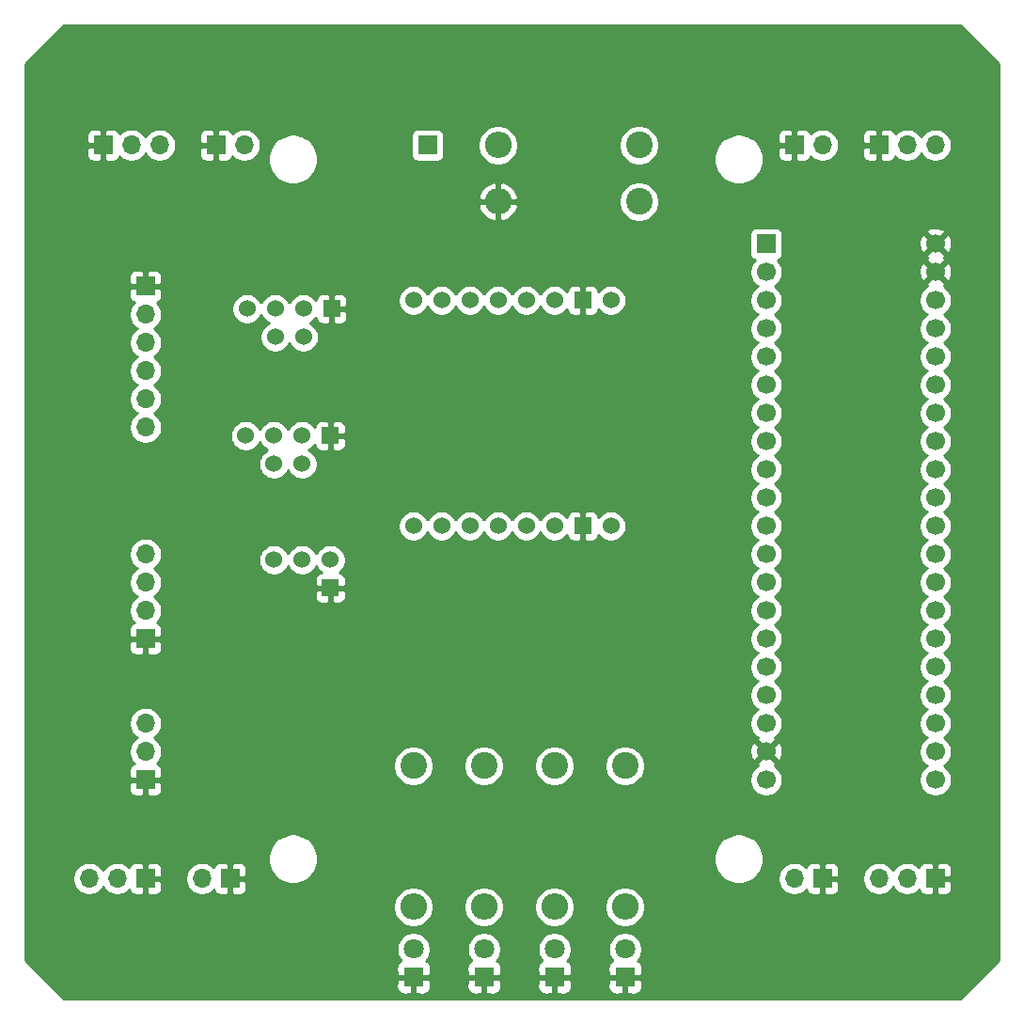
<source format=gbr>
%TF.GenerationSoftware,KiCad,Pcbnew,(5.1.10)-1*%
%TF.CreationDate,2021-12-09T02:28:18+01:00*%
%TF.ProjectId,flight controller,666c6967-6874-4206-936f-6e74726f6c6c,rev?*%
%TF.SameCoordinates,Original*%
%TF.FileFunction,Copper,L3,Inr*%
%TF.FilePolarity,Positive*%
%FSLAX46Y46*%
G04 Gerber Fmt 4.6, Leading zero omitted, Abs format (unit mm)*
G04 Created by KiCad (PCBNEW (5.1.10)-1) date 2021-12-09 02:28:18*
%MOMM*%
%LPD*%
G01*
G04 APERTURE LIST*
%TA.AperFunction,ComponentPad*%
%ADD10R,1.524000X1.524000*%
%TD*%
%TA.AperFunction,ComponentPad*%
%ADD11C,1.524000*%
%TD*%
%TA.AperFunction,ComponentPad*%
%ADD12C,1.800000*%
%TD*%
%TA.AperFunction,ComponentPad*%
%ADD13R,1.800000X1.800000*%
%TD*%
%TA.AperFunction,ComponentPad*%
%ADD14O,1.700000X1.700000*%
%TD*%
%TA.AperFunction,ComponentPad*%
%ADD15R,1.700000X1.700000*%
%TD*%
%TA.AperFunction,ComponentPad*%
%ADD16O,2.400000X2.400000*%
%TD*%
%TA.AperFunction,ComponentPad*%
%ADD17C,2.400000*%
%TD*%
%TA.AperFunction,ComponentPad*%
%ADD18C,1.700000*%
%TD*%
%TA.AperFunction,Conductor*%
%ADD19C,0.254000*%
%TD*%
%TA.AperFunction,Conductor*%
%ADD20C,0.100000*%
%TD*%
G04 APERTURE END LIST*
D10*
%TO.N,Earth*%
%TO.C,U6*%
X134747000Y-108458000D03*
D11*
%TO.N,/3V3*%
X134747000Y-105918000D03*
%TO.N,/SDA*%
X132207000Y-105918000D03*
%TO.N,/SCL*%
X129667000Y-105918000D03*
%TD*%
D12*
%TO.N,Net-(D1-Pad2)*%
%TO.C,D1*%
X148590000Y-140970000D03*
D13*
%TO.N,Earth*%
X148590000Y-143510000D03*
%TD*%
D12*
%TO.N,Net-(D2-Pad2)*%
%TO.C,D2*%
X142240000Y-140970000D03*
D13*
%TO.N,Earth*%
X142240000Y-143510000D03*
%TD*%
D12*
%TO.N,Net-(D3-Pad2)*%
%TO.C,D3*%
X154940000Y-140970000D03*
D13*
%TO.N,Earth*%
X154940000Y-143510000D03*
%TD*%
D12*
%TO.N,Net-(D4-Pad2)*%
%TO.C,D4*%
X161290000Y-140970000D03*
D13*
%TO.N,Earth*%
X161290000Y-143510000D03*
%TD*%
D14*
%TO.N,/ESC3*%
%TO.C,J1*%
X113030000Y-134620000D03*
%TO.N,Net-(J1-Pad2)*%
X115570000Y-134620000D03*
D15*
%TO.N,Earth*%
X118110000Y-134620000D03*
%TD*%
D14*
%TO.N,/ESC4*%
%TO.C,J2*%
X119380000Y-68580000D03*
%TO.N,Net-(J2-Pad2)*%
X116840000Y-68580000D03*
D15*
%TO.N,Earth*%
X114300000Y-68580000D03*
%TD*%
D14*
%TO.N,Net-(J2-Pad2)*%
%TO.C,J3*%
X127000000Y-68580000D03*
D15*
%TO.N,Earth*%
X124460000Y-68580000D03*
%TD*%
D14*
%TO.N,Net-(J1-Pad2)*%
%TO.C,J4*%
X123190000Y-134620000D03*
D15*
%TO.N,Earth*%
X125730000Y-134620000D03*
%TD*%
D14*
%TO.N,/5V*%
%TO.C,J5*%
X179070000Y-68580000D03*
D15*
%TO.N,Earth*%
X176530000Y-68580000D03*
%TD*%
D14*
%TO.N,/ESC1*%
%TO.C,J6*%
X189230000Y-68580000D03*
%TO.N,/5V*%
X186690000Y-68580000D03*
D15*
%TO.N,Earth*%
X184150000Y-68580000D03*
%TD*%
D14*
%TO.N,Net-(J7-Pad2)*%
%TO.C,J7*%
X176530000Y-134620000D03*
D15*
%TO.N,Earth*%
X179070000Y-134620000D03*
%TD*%
D14*
%TO.N,/ESC2*%
%TO.C,J8*%
X184150000Y-134620000D03*
%TO.N,Net-(J7-Pad2)*%
X186690000Y-134620000D03*
D15*
%TO.N,Earth*%
X189230000Y-134620000D03*
%TD*%
D14*
%TO.N,/SDA*%
%TO.C,J9*%
X118110000Y-105410000D03*
%TO.N,/SCL*%
X118110000Y-107950000D03*
%TO.N,/5V*%
X118110000Y-110490000D03*
D15*
%TO.N,Earth*%
X118110000Y-113030000D03*
%TD*%
D14*
%TO.N,/PPM*%
%TO.C,J10*%
X118110000Y-120650000D03*
%TO.N,/5V*%
X118110000Y-123190000D03*
D15*
%TO.N,Earth*%
X118110000Y-125730000D03*
%TD*%
%TO.N,Net-(J11-Pad1)*%
%TO.C,J11*%
X143510000Y-68580000D03*
%TD*%
D16*
%TO.N,Net-(D1-Pad2)*%
%TO.C,R1*%
X148590000Y-137160000D03*
D17*
%TO.N,/RED_LED*%
X148590000Y-124460000D03*
%TD*%
D16*
%TO.N,Net-(D2-Pad2)*%
%TO.C,R2*%
X142240000Y-137160000D03*
D17*
%TO.N,/GREEN_LED*%
X142240000Y-124460000D03*
%TD*%
D16*
%TO.N,Net-(D3-Pad2)*%
%TO.C,R3*%
X154940000Y-137160000D03*
D17*
%TO.N,/YELLOW_LED*%
X154940000Y-124460000D03*
%TD*%
D16*
%TO.N,Net-(D4-Pad2)*%
%TO.C,R4*%
X161290000Y-137160000D03*
D17*
%TO.N,/BLUE_LED*%
X161290000Y-124460000D03*
%TD*%
D16*
%TO.N,Earth*%
%TO.C,R5*%
X149860000Y-73660000D03*
D17*
%TO.N,/VOLTAGE*%
X162560000Y-73660000D03*
%TD*%
D16*
%TO.N,Net-(J11-Pad1)*%
%TO.C,R6*%
X149860000Y-68580000D03*
D17*
%TO.N,/VOLTAGE*%
X162560000Y-68580000D03*
%TD*%
D18*
%TO.N,/3V3*%
%TO.C,U1*%
X173990000Y-125730000D03*
%TO.N,Net-(U1-Pad21)*%
X189230000Y-125730000D03*
%TO.N,Earth*%
X173990000Y-123190000D03*
%TO.N,Net-(U1-Pad22)*%
X189230000Y-123190000D03*
%TO.N,/5V*%
X173990000Y-120650000D03*
%TO.N,Net-(U1-Pad23)*%
X189230000Y-120650000D03*
%TO.N,/ESC4*%
X173990000Y-118110000D03*
%TO.N,Net-(U1-Pad24)*%
X189230000Y-118110000D03*
%TO.N,/ESC3*%
X173990000Y-115570000D03*
%TO.N,/PPM*%
X189230000Y-115570000D03*
%TO.N,/ESC2*%
X173990000Y-113030000D03*
%TO.N,Net-(U1-Pad26)*%
X189230000Y-113030000D03*
%TO.N,/ESC1*%
X173990000Y-110490000D03*
%TO.N,/RX2*%
X189230000Y-110490000D03*
%TO.N,Net-(U1-Pad13)*%
X173990000Y-107950000D03*
%TO.N,/TX2*%
X189230000Y-107950000D03*
%TO.N,Net-(U1-Pad12)*%
X173990000Y-105410000D03*
%TO.N,/VOLTAGE*%
X189230000Y-105410000D03*
%TO.N,/BLUE_LED*%
X173990000Y-102870000D03*
%TO.N,Net-(U1-Pad30)*%
X189230000Y-102870000D03*
%TO.N,/YELLOW_LED*%
X173990000Y-100330000D03*
%TO.N,Net-(U1-Pad31)*%
X189230000Y-100330000D03*
%TO.N,/RED_LED*%
X173990000Y-97790000D03*
%TO.N,Net-(U1-Pad32)*%
X189230000Y-97790000D03*
%TO.N,/GREEN_LED*%
X173990000Y-95250000D03*
%TO.N,Net-(U1-Pad33)*%
X189230000Y-95250000D03*
%TO.N,/TX*%
X173990000Y-92710000D03*
%TO.N,Net-(U1-Pad34)*%
X189230000Y-92710000D03*
%TO.N,/RX*%
X173990000Y-90170000D03*
%TO.N,/SCL*%
X189230000Y-90170000D03*
%TO.N,Net-(U1-Pad5)*%
X173990000Y-87630000D03*
%TO.N,/SDA*%
X189230000Y-87630000D03*
%TO.N,Net-(U1-Pad4)*%
X173990000Y-85090000D03*
%TO.N,Net-(U1-Pad37)*%
X189230000Y-85090000D03*
%TO.N,Net-(U1-Pad3)*%
X173990000Y-82550000D03*
%TO.N,Net-(U1-Pad38)*%
X189230000Y-82550000D03*
%TO.N,Net-(U1-Pad2)*%
X173990000Y-80010000D03*
%TO.N,Earth*%
X189230000Y-80010000D03*
D15*
%TO.N,Net-(U1-Pad1)*%
X173990000Y-77470000D03*
D18*
%TO.N,Earth*%
X189230000Y-77470000D03*
%TD*%
D11*
%TO.N,/5V*%
%TO.C,U2*%
X160020000Y-82550000D03*
D10*
%TO.N,Earth*%
X157480000Y-82550000D03*
D11*
%TO.N,/SCL*%
X154940000Y-82550000D03*
%TO.N,Net-(U2-Pad8)*%
X142240000Y-82550000D03*
%TO.N,Net-(U2-Pad7)*%
X144780000Y-82550000D03*
%TO.N,Net-(U2-Pad6)*%
X147320000Y-82550000D03*
%TO.N,Net-(U2-Pad5)*%
X149860000Y-82550000D03*
%TO.N,/SDA*%
X152400000Y-82550000D03*
%TD*%
D14*
%TO.N,Net-(U3-Pad6)*%
%TO.C,U3*%
X118110000Y-93980000D03*
%TO.N,/RX*%
X118110000Y-91440000D03*
%TO.N,/TX*%
X118110000Y-88900000D03*
%TO.N,/5V*%
X118110000Y-86360000D03*
%TO.N,Net-(U3-Pad2)*%
X118110000Y-83820000D03*
D15*
%TO.N,Earth*%
X118110000Y-81280000D03*
%TD*%
D11*
%TO.N,/SCL*%
%TO.C,U4*%
X129667000Y-97282000D03*
%TO.N,/SDA*%
X132207000Y-97282000D03*
%TO.N,/5V*%
X127127000Y-94742000D03*
%TO.N,/RX2*%
X129667000Y-94742000D03*
%TO.N,/TX2*%
X132207000Y-94742000D03*
D10*
%TO.N,Earth*%
X134747000Y-94742000D03*
%TD*%
D11*
%TO.N,Net-(U5-Pad6)*%
%TO.C,U5*%
X129794000Y-85852000D03*
%TO.N,Net-(U5-Pad5)*%
X132334000Y-85852000D03*
%TO.N,/5V*%
X127254000Y-83312000D03*
%TO.N,/RX*%
X129794000Y-83312000D03*
%TO.N,/TX*%
X132334000Y-83312000D03*
D10*
%TO.N,Earth*%
X134874000Y-83312000D03*
%TD*%
D11*
%TO.N,/5V*%
%TO.C,U7*%
X160020000Y-102870000D03*
D10*
%TO.N,Earth*%
X157480000Y-102870000D03*
D11*
%TO.N,/SCL*%
X154940000Y-102870000D03*
%TO.N,Net-(U7-Pad8)*%
X142240000Y-102870000D03*
%TO.N,/3V3*%
X144780000Y-102870000D03*
%TO.N,Net-(U7-Pad6)*%
X147320000Y-102870000D03*
%TO.N,Net-(U7-Pad5)*%
X149860000Y-102870000D03*
%TO.N,/SDA*%
X152400000Y-102870000D03*
%TD*%
D19*
%TO.N,Earth*%
X194920000Y-61233381D02*
X194920001Y-141966618D01*
X191496620Y-145390000D01*
X110763381Y-145390000D01*
X109783381Y-144410000D01*
X140701928Y-144410000D01*
X140714188Y-144534482D01*
X140750498Y-144654180D01*
X140809463Y-144764494D01*
X140888815Y-144861185D01*
X140985506Y-144940537D01*
X141095820Y-144999502D01*
X141215518Y-145035812D01*
X141340000Y-145048072D01*
X141954250Y-145045000D01*
X142113000Y-144886250D01*
X142113000Y-143637000D01*
X142367000Y-143637000D01*
X142367000Y-144886250D01*
X142525750Y-145045000D01*
X143140000Y-145048072D01*
X143264482Y-145035812D01*
X143384180Y-144999502D01*
X143494494Y-144940537D01*
X143591185Y-144861185D01*
X143670537Y-144764494D01*
X143729502Y-144654180D01*
X143765812Y-144534482D01*
X143778072Y-144410000D01*
X147051928Y-144410000D01*
X147064188Y-144534482D01*
X147100498Y-144654180D01*
X147159463Y-144764494D01*
X147238815Y-144861185D01*
X147335506Y-144940537D01*
X147445820Y-144999502D01*
X147565518Y-145035812D01*
X147690000Y-145048072D01*
X148304250Y-145045000D01*
X148463000Y-144886250D01*
X148463000Y-143637000D01*
X148717000Y-143637000D01*
X148717000Y-144886250D01*
X148875750Y-145045000D01*
X149490000Y-145048072D01*
X149614482Y-145035812D01*
X149734180Y-144999502D01*
X149844494Y-144940537D01*
X149941185Y-144861185D01*
X150020537Y-144764494D01*
X150079502Y-144654180D01*
X150115812Y-144534482D01*
X150128072Y-144410000D01*
X153401928Y-144410000D01*
X153414188Y-144534482D01*
X153450498Y-144654180D01*
X153509463Y-144764494D01*
X153588815Y-144861185D01*
X153685506Y-144940537D01*
X153795820Y-144999502D01*
X153915518Y-145035812D01*
X154040000Y-145048072D01*
X154654250Y-145045000D01*
X154813000Y-144886250D01*
X154813000Y-143637000D01*
X155067000Y-143637000D01*
X155067000Y-144886250D01*
X155225750Y-145045000D01*
X155840000Y-145048072D01*
X155964482Y-145035812D01*
X156084180Y-144999502D01*
X156194494Y-144940537D01*
X156291185Y-144861185D01*
X156370537Y-144764494D01*
X156429502Y-144654180D01*
X156465812Y-144534482D01*
X156478072Y-144410000D01*
X159751928Y-144410000D01*
X159764188Y-144534482D01*
X159800498Y-144654180D01*
X159859463Y-144764494D01*
X159938815Y-144861185D01*
X160035506Y-144940537D01*
X160145820Y-144999502D01*
X160265518Y-145035812D01*
X160390000Y-145048072D01*
X161004250Y-145045000D01*
X161163000Y-144886250D01*
X161163000Y-143637000D01*
X161417000Y-143637000D01*
X161417000Y-144886250D01*
X161575750Y-145045000D01*
X162190000Y-145048072D01*
X162314482Y-145035812D01*
X162434180Y-144999502D01*
X162544494Y-144940537D01*
X162641185Y-144861185D01*
X162720537Y-144764494D01*
X162779502Y-144654180D01*
X162815812Y-144534482D01*
X162828072Y-144410000D01*
X162825000Y-143795750D01*
X162666250Y-143637000D01*
X161417000Y-143637000D01*
X161163000Y-143637000D01*
X159913750Y-143637000D01*
X159755000Y-143795750D01*
X159751928Y-144410000D01*
X156478072Y-144410000D01*
X156475000Y-143795750D01*
X156316250Y-143637000D01*
X155067000Y-143637000D01*
X154813000Y-143637000D01*
X153563750Y-143637000D01*
X153405000Y-143795750D01*
X153401928Y-144410000D01*
X150128072Y-144410000D01*
X150125000Y-143795750D01*
X149966250Y-143637000D01*
X148717000Y-143637000D01*
X148463000Y-143637000D01*
X147213750Y-143637000D01*
X147055000Y-143795750D01*
X147051928Y-144410000D01*
X143778072Y-144410000D01*
X143775000Y-143795750D01*
X143616250Y-143637000D01*
X142367000Y-143637000D01*
X142113000Y-143637000D01*
X140863750Y-143637000D01*
X140705000Y-143795750D01*
X140701928Y-144410000D01*
X109783381Y-144410000D01*
X107983381Y-142610000D01*
X140701928Y-142610000D01*
X140705000Y-143224250D01*
X140863750Y-143383000D01*
X142113000Y-143383000D01*
X142113000Y-143363000D01*
X142367000Y-143363000D01*
X142367000Y-143383000D01*
X143616250Y-143383000D01*
X143775000Y-143224250D01*
X143778072Y-142610000D01*
X147051928Y-142610000D01*
X147055000Y-143224250D01*
X147213750Y-143383000D01*
X148463000Y-143383000D01*
X148463000Y-143363000D01*
X148717000Y-143363000D01*
X148717000Y-143383000D01*
X149966250Y-143383000D01*
X150125000Y-143224250D01*
X150128072Y-142610000D01*
X153401928Y-142610000D01*
X153405000Y-143224250D01*
X153563750Y-143383000D01*
X154813000Y-143383000D01*
X154813000Y-143363000D01*
X155067000Y-143363000D01*
X155067000Y-143383000D01*
X156316250Y-143383000D01*
X156475000Y-143224250D01*
X156478072Y-142610000D01*
X159751928Y-142610000D01*
X159755000Y-143224250D01*
X159913750Y-143383000D01*
X161163000Y-143383000D01*
X161163000Y-143363000D01*
X161417000Y-143363000D01*
X161417000Y-143383000D01*
X162666250Y-143383000D01*
X162825000Y-143224250D01*
X162828072Y-142610000D01*
X162815812Y-142485518D01*
X162779502Y-142365820D01*
X162720537Y-142255506D01*
X162641185Y-142158815D01*
X162544494Y-142079463D01*
X162434180Y-142020498D01*
X162415873Y-142014944D01*
X162482312Y-141948505D01*
X162650299Y-141697095D01*
X162766011Y-141417743D01*
X162825000Y-141121184D01*
X162825000Y-140818816D01*
X162766011Y-140522257D01*
X162650299Y-140242905D01*
X162482312Y-139991495D01*
X162268505Y-139777688D01*
X162017095Y-139609701D01*
X161737743Y-139493989D01*
X161441184Y-139435000D01*
X161138816Y-139435000D01*
X160842257Y-139493989D01*
X160562905Y-139609701D01*
X160311495Y-139777688D01*
X160097688Y-139991495D01*
X159929701Y-140242905D01*
X159813989Y-140522257D01*
X159755000Y-140818816D01*
X159755000Y-141121184D01*
X159813989Y-141417743D01*
X159929701Y-141697095D01*
X160097688Y-141948505D01*
X160164127Y-142014944D01*
X160145820Y-142020498D01*
X160035506Y-142079463D01*
X159938815Y-142158815D01*
X159859463Y-142255506D01*
X159800498Y-142365820D01*
X159764188Y-142485518D01*
X159751928Y-142610000D01*
X156478072Y-142610000D01*
X156465812Y-142485518D01*
X156429502Y-142365820D01*
X156370537Y-142255506D01*
X156291185Y-142158815D01*
X156194494Y-142079463D01*
X156084180Y-142020498D01*
X156065873Y-142014944D01*
X156132312Y-141948505D01*
X156300299Y-141697095D01*
X156416011Y-141417743D01*
X156475000Y-141121184D01*
X156475000Y-140818816D01*
X156416011Y-140522257D01*
X156300299Y-140242905D01*
X156132312Y-139991495D01*
X155918505Y-139777688D01*
X155667095Y-139609701D01*
X155387743Y-139493989D01*
X155091184Y-139435000D01*
X154788816Y-139435000D01*
X154492257Y-139493989D01*
X154212905Y-139609701D01*
X153961495Y-139777688D01*
X153747688Y-139991495D01*
X153579701Y-140242905D01*
X153463989Y-140522257D01*
X153405000Y-140818816D01*
X153405000Y-141121184D01*
X153463989Y-141417743D01*
X153579701Y-141697095D01*
X153747688Y-141948505D01*
X153814127Y-142014944D01*
X153795820Y-142020498D01*
X153685506Y-142079463D01*
X153588815Y-142158815D01*
X153509463Y-142255506D01*
X153450498Y-142365820D01*
X153414188Y-142485518D01*
X153401928Y-142610000D01*
X150128072Y-142610000D01*
X150115812Y-142485518D01*
X150079502Y-142365820D01*
X150020537Y-142255506D01*
X149941185Y-142158815D01*
X149844494Y-142079463D01*
X149734180Y-142020498D01*
X149715873Y-142014944D01*
X149782312Y-141948505D01*
X149950299Y-141697095D01*
X150066011Y-141417743D01*
X150125000Y-141121184D01*
X150125000Y-140818816D01*
X150066011Y-140522257D01*
X149950299Y-140242905D01*
X149782312Y-139991495D01*
X149568505Y-139777688D01*
X149317095Y-139609701D01*
X149037743Y-139493989D01*
X148741184Y-139435000D01*
X148438816Y-139435000D01*
X148142257Y-139493989D01*
X147862905Y-139609701D01*
X147611495Y-139777688D01*
X147397688Y-139991495D01*
X147229701Y-140242905D01*
X147113989Y-140522257D01*
X147055000Y-140818816D01*
X147055000Y-141121184D01*
X147113989Y-141417743D01*
X147229701Y-141697095D01*
X147397688Y-141948505D01*
X147464127Y-142014944D01*
X147445820Y-142020498D01*
X147335506Y-142079463D01*
X147238815Y-142158815D01*
X147159463Y-142255506D01*
X147100498Y-142365820D01*
X147064188Y-142485518D01*
X147051928Y-142610000D01*
X143778072Y-142610000D01*
X143765812Y-142485518D01*
X143729502Y-142365820D01*
X143670537Y-142255506D01*
X143591185Y-142158815D01*
X143494494Y-142079463D01*
X143384180Y-142020498D01*
X143365873Y-142014944D01*
X143432312Y-141948505D01*
X143600299Y-141697095D01*
X143716011Y-141417743D01*
X143775000Y-141121184D01*
X143775000Y-140818816D01*
X143716011Y-140522257D01*
X143600299Y-140242905D01*
X143432312Y-139991495D01*
X143218505Y-139777688D01*
X142967095Y-139609701D01*
X142687743Y-139493989D01*
X142391184Y-139435000D01*
X142088816Y-139435000D01*
X141792257Y-139493989D01*
X141512905Y-139609701D01*
X141261495Y-139777688D01*
X141047688Y-139991495D01*
X140879701Y-140242905D01*
X140763989Y-140522257D01*
X140705000Y-140818816D01*
X140705000Y-141121184D01*
X140763989Y-141417743D01*
X140879701Y-141697095D01*
X141047688Y-141948505D01*
X141114127Y-142014944D01*
X141095820Y-142020498D01*
X140985506Y-142079463D01*
X140888815Y-142158815D01*
X140809463Y-142255506D01*
X140750498Y-142365820D01*
X140714188Y-142485518D01*
X140701928Y-142610000D01*
X107983381Y-142610000D01*
X107340000Y-141966620D01*
X107340000Y-136979268D01*
X140405000Y-136979268D01*
X140405000Y-137340732D01*
X140475518Y-137695250D01*
X140613844Y-138029199D01*
X140814662Y-138329744D01*
X141070256Y-138585338D01*
X141370801Y-138786156D01*
X141704750Y-138924482D01*
X142059268Y-138995000D01*
X142420732Y-138995000D01*
X142775250Y-138924482D01*
X143109199Y-138786156D01*
X143409744Y-138585338D01*
X143665338Y-138329744D01*
X143866156Y-138029199D01*
X144004482Y-137695250D01*
X144075000Y-137340732D01*
X144075000Y-136979268D01*
X146755000Y-136979268D01*
X146755000Y-137340732D01*
X146825518Y-137695250D01*
X146963844Y-138029199D01*
X147164662Y-138329744D01*
X147420256Y-138585338D01*
X147720801Y-138786156D01*
X148054750Y-138924482D01*
X148409268Y-138995000D01*
X148770732Y-138995000D01*
X149125250Y-138924482D01*
X149459199Y-138786156D01*
X149759744Y-138585338D01*
X150015338Y-138329744D01*
X150216156Y-138029199D01*
X150354482Y-137695250D01*
X150425000Y-137340732D01*
X150425000Y-136979268D01*
X153105000Y-136979268D01*
X153105000Y-137340732D01*
X153175518Y-137695250D01*
X153313844Y-138029199D01*
X153514662Y-138329744D01*
X153770256Y-138585338D01*
X154070801Y-138786156D01*
X154404750Y-138924482D01*
X154759268Y-138995000D01*
X155120732Y-138995000D01*
X155475250Y-138924482D01*
X155809199Y-138786156D01*
X156109744Y-138585338D01*
X156365338Y-138329744D01*
X156566156Y-138029199D01*
X156704482Y-137695250D01*
X156775000Y-137340732D01*
X156775000Y-136979268D01*
X159455000Y-136979268D01*
X159455000Y-137340732D01*
X159525518Y-137695250D01*
X159663844Y-138029199D01*
X159864662Y-138329744D01*
X160120256Y-138585338D01*
X160420801Y-138786156D01*
X160754750Y-138924482D01*
X161109268Y-138995000D01*
X161470732Y-138995000D01*
X161825250Y-138924482D01*
X162159199Y-138786156D01*
X162459744Y-138585338D01*
X162715338Y-138329744D01*
X162916156Y-138029199D01*
X163054482Y-137695250D01*
X163125000Y-137340732D01*
X163125000Y-136979268D01*
X163054482Y-136624750D01*
X162916156Y-136290801D01*
X162715338Y-135990256D01*
X162459744Y-135734662D01*
X162159199Y-135533844D01*
X161825250Y-135395518D01*
X161470732Y-135325000D01*
X161109268Y-135325000D01*
X160754750Y-135395518D01*
X160420801Y-135533844D01*
X160120256Y-135734662D01*
X159864662Y-135990256D01*
X159663844Y-136290801D01*
X159525518Y-136624750D01*
X159455000Y-136979268D01*
X156775000Y-136979268D01*
X156704482Y-136624750D01*
X156566156Y-136290801D01*
X156365338Y-135990256D01*
X156109744Y-135734662D01*
X155809199Y-135533844D01*
X155475250Y-135395518D01*
X155120732Y-135325000D01*
X154759268Y-135325000D01*
X154404750Y-135395518D01*
X154070801Y-135533844D01*
X153770256Y-135734662D01*
X153514662Y-135990256D01*
X153313844Y-136290801D01*
X153175518Y-136624750D01*
X153105000Y-136979268D01*
X150425000Y-136979268D01*
X150354482Y-136624750D01*
X150216156Y-136290801D01*
X150015338Y-135990256D01*
X149759744Y-135734662D01*
X149459199Y-135533844D01*
X149125250Y-135395518D01*
X148770732Y-135325000D01*
X148409268Y-135325000D01*
X148054750Y-135395518D01*
X147720801Y-135533844D01*
X147420256Y-135734662D01*
X147164662Y-135990256D01*
X146963844Y-136290801D01*
X146825518Y-136624750D01*
X146755000Y-136979268D01*
X144075000Y-136979268D01*
X144004482Y-136624750D01*
X143866156Y-136290801D01*
X143665338Y-135990256D01*
X143409744Y-135734662D01*
X143109199Y-135533844D01*
X142775250Y-135395518D01*
X142420732Y-135325000D01*
X142059268Y-135325000D01*
X141704750Y-135395518D01*
X141370801Y-135533844D01*
X141070256Y-135734662D01*
X140814662Y-135990256D01*
X140613844Y-136290801D01*
X140475518Y-136624750D01*
X140405000Y-136979268D01*
X107340000Y-136979268D01*
X107340000Y-134473740D01*
X111545000Y-134473740D01*
X111545000Y-134766260D01*
X111602068Y-135053158D01*
X111714010Y-135323411D01*
X111876525Y-135566632D01*
X112083368Y-135773475D01*
X112326589Y-135935990D01*
X112596842Y-136047932D01*
X112883740Y-136105000D01*
X113176260Y-136105000D01*
X113463158Y-136047932D01*
X113733411Y-135935990D01*
X113976632Y-135773475D01*
X114183475Y-135566632D01*
X114300000Y-135392240D01*
X114416525Y-135566632D01*
X114623368Y-135773475D01*
X114866589Y-135935990D01*
X115136842Y-136047932D01*
X115423740Y-136105000D01*
X115716260Y-136105000D01*
X116003158Y-136047932D01*
X116273411Y-135935990D01*
X116516632Y-135773475D01*
X116648487Y-135641620D01*
X116670498Y-135714180D01*
X116729463Y-135824494D01*
X116808815Y-135921185D01*
X116905506Y-136000537D01*
X117015820Y-136059502D01*
X117135518Y-136095812D01*
X117260000Y-136108072D01*
X117824250Y-136105000D01*
X117983000Y-135946250D01*
X117983000Y-134747000D01*
X118237000Y-134747000D01*
X118237000Y-135946250D01*
X118395750Y-136105000D01*
X118960000Y-136108072D01*
X119084482Y-136095812D01*
X119204180Y-136059502D01*
X119314494Y-136000537D01*
X119411185Y-135921185D01*
X119490537Y-135824494D01*
X119549502Y-135714180D01*
X119585812Y-135594482D01*
X119598072Y-135470000D01*
X119595000Y-134905750D01*
X119436250Y-134747000D01*
X118237000Y-134747000D01*
X117983000Y-134747000D01*
X117963000Y-134747000D01*
X117963000Y-134493000D01*
X117983000Y-134493000D01*
X117983000Y-133293750D01*
X118237000Y-133293750D01*
X118237000Y-134493000D01*
X119436250Y-134493000D01*
X119455510Y-134473740D01*
X121705000Y-134473740D01*
X121705000Y-134766260D01*
X121762068Y-135053158D01*
X121874010Y-135323411D01*
X122036525Y-135566632D01*
X122243368Y-135773475D01*
X122486589Y-135935990D01*
X122756842Y-136047932D01*
X123043740Y-136105000D01*
X123336260Y-136105000D01*
X123623158Y-136047932D01*
X123893411Y-135935990D01*
X124136632Y-135773475D01*
X124268487Y-135641620D01*
X124290498Y-135714180D01*
X124349463Y-135824494D01*
X124428815Y-135921185D01*
X124525506Y-136000537D01*
X124635820Y-136059502D01*
X124755518Y-136095812D01*
X124880000Y-136108072D01*
X125444250Y-136105000D01*
X125603000Y-135946250D01*
X125603000Y-134747000D01*
X125857000Y-134747000D01*
X125857000Y-135946250D01*
X126015750Y-136105000D01*
X126580000Y-136108072D01*
X126704482Y-136095812D01*
X126824180Y-136059502D01*
X126934494Y-136000537D01*
X127031185Y-135921185D01*
X127110537Y-135824494D01*
X127169502Y-135714180D01*
X127205812Y-135594482D01*
X127218072Y-135470000D01*
X127215000Y-134905750D01*
X127056250Y-134747000D01*
X125857000Y-134747000D01*
X125603000Y-134747000D01*
X125583000Y-134747000D01*
X125583000Y-134493000D01*
X125603000Y-134493000D01*
X125603000Y-133293750D01*
X125857000Y-133293750D01*
X125857000Y-134493000D01*
X127056250Y-134493000D01*
X127215000Y-134334250D01*
X127218072Y-133770000D01*
X127205812Y-133645518D01*
X127169502Y-133525820D01*
X127110537Y-133415506D01*
X127031185Y-133318815D01*
X126934494Y-133239463D01*
X126824180Y-133180498D01*
X126704482Y-133144188D01*
X126580000Y-133131928D01*
X126015750Y-133135000D01*
X125857000Y-133293750D01*
X125603000Y-133293750D01*
X125444250Y-133135000D01*
X124880000Y-133131928D01*
X124755518Y-133144188D01*
X124635820Y-133180498D01*
X124525506Y-133239463D01*
X124428815Y-133318815D01*
X124349463Y-133415506D01*
X124290498Y-133525820D01*
X124268487Y-133598380D01*
X124136632Y-133466525D01*
X123893411Y-133304010D01*
X123623158Y-133192068D01*
X123336260Y-133135000D01*
X123043740Y-133135000D01*
X122756842Y-133192068D01*
X122486589Y-133304010D01*
X122243368Y-133466525D01*
X122036525Y-133673368D01*
X121874010Y-133916589D01*
X121762068Y-134186842D01*
X121705000Y-134473740D01*
X119455510Y-134473740D01*
X119595000Y-134334250D01*
X119598072Y-133770000D01*
X119585812Y-133645518D01*
X119549502Y-133525820D01*
X119490537Y-133415506D01*
X119411185Y-133318815D01*
X119314494Y-133239463D01*
X119204180Y-133180498D01*
X119084482Y-133144188D01*
X118960000Y-133131928D01*
X118395750Y-133135000D01*
X118237000Y-133293750D01*
X117983000Y-133293750D01*
X117824250Y-133135000D01*
X117260000Y-133131928D01*
X117135518Y-133144188D01*
X117015820Y-133180498D01*
X116905506Y-133239463D01*
X116808815Y-133318815D01*
X116729463Y-133415506D01*
X116670498Y-133525820D01*
X116648487Y-133598380D01*
X116516632Y-133466525D01*
X116273411Y-133304010D01*
X116003158Y-133192068D01*
X115716260Y-133135000D01*
X115423740Y-133135000D01*
X115136842Y-133192068D01*
X114866589Y-133304010D01*
X114623368Y-133466525D01*
X114416525Y-133673368D01*
X114300000Y-133847760D01*
X114183475Y-133673368D01*
X113976632Y-133466525D01*
X113733411Y-133304010D01*
X113463158Y-133192068D01*
X113176260Y-133135000D01*
X112883740Y-133135000D01*
X112596842Y-133192068D01*
X112326589Y-133304010D01*
X112083368Y-133466525D01*
X111876525Y-133673368D01*
X111714010Y-133916589D01*
X111602068Y-134186842D01*
X111545000Y-134473740D01*
X107340000Y-134473740D01*
X107340000Y-132617890D01*
X129125010Y-132617890D01*
X129125010Y-133066110D01*
X129212453Y-133505718D01*
X129383980Y-133919819D01*
X129632997Y-134292500D01*
X129949937Y-134609440D01*
X130322618Y-134858457D01*
X130736719Y-135029984D01*
X131176327Y-135117427D01*
X131624547Y-135117427D01*
X132064155Y-135029984D01*
X132478256Y-134858457D01*
X132850937Y-134609440D01*
X133167877Y-134292500D01*
X133416894Y-133919819D01*
X133588421Y-133505718D01*
X133675864Y-133066110D01*
X133675864Y-132617890D01*
X169257010Y-132617890D01*
X169257010Y-133066110D01*
X169344453Y-133505718D01*
X169515980Y-133919819D01*
X169764997Y-134292500D01*
X170081937Y-134609440D01*
X170454618Y-134858457D01*
X170868719Y-135029984D01*
X171308327Y-135117427D01*
X171756547Y-135117427D01*
X172196155Y-135029984D01*
X172610256Y-134858457D01*
X172982937Y-134609440D01*
X173118637Y-134473740D01*
X175045000Y-134473740D01*
X175045000Y-134766260D01*
X175102068Y-135053158D01*
X175214010Y-135323411D01*
X175376525Y-135566632D01*
X175583368Y-135773475D01*
X175826589Y-135935990D01*
X176096842Y-136047932D01*
X176383740Y-136105000D01*
X176676260Y-136105000D01*
X176963158Y-136047932D01*
X177233411Y-135935990D01*
X177476632Y-135773475D01*
X177608487Y-135641620D01*
X177630498Y-135714180D01*
X177689463Y-135824494D01*
X177768815Y-135921185D01*
X177865506Y-136000537D01*
X177975820Y-136059502D01*
X178095518Y-136095812D01*
X178220000Y-136108072D01*
X178784250Y-136105000D01*
X178943000Y-135946250D01*
X178943000Y-134747000D01*
X179197000Y-134747000D01*
X179197000Y-135946250D01*
X179355750Y-136105000D01*
X179920000Y-136108072D01*
X180044482Y-136095812D01*
X180164180Y-136059502D01*
X180274494Y-136000537D01*
X180371185Y-135921185D01*
X180450537Y-135824494D01*
X180509502Y-135714180D01*
X180545812Y-135594482D01*
X180558072Y-135470000D01*
X180555000Y-134905750D01*
X180396250Y-134747000D01*
X179197000Y-134747000D01*
X178943000Y-134747000D01*
X178923000Y-134747000D01*
X178923000Y-134493000D01*
X178943000Y-134493000D01*
X178943000Y-133293750D01*
X179197000Y-133293750D01*
X179197000Y-134493000D01*
X180396250Y-134493000D01*
X180415510Y-134473740D01*
X182665000Y-134473740D01*
X182665000Y-134766260D01*
X182722068Y-135053158D01*
X182834010Y-135323411D01*
X182996525Y-135566632D01*
X183203368Y-135773475D01*
X183446589Y-135935990D01*
X183716842Y-136047932D01*
X184003740Y-136105000D01*
X184296260Y-136105000D01*
X184583158Y-136047932D01*
X184853411Y-135935990D01*
X185096632Y-135773475D01*
X185303475Y-135566632D01*
X185420000Y-135392240D01*
X185536525Y-135566632D01*
X185743368Y-135773475D01*
X185986589Y-135935990D01*
X186256842Y-136047932D01*
X186543740Y-136105000D01*
X186836260Y-136105000D01*
X187123158Y-136047932D01*
X187393411Y-135935990D01*
X187636632Y-135773475D01*
X187768487Y-135641620D01*
X187790498Y-135714180D01*
X187849463Y-135824494D01*
X187928815Y-135921185D01*
X188025506Y-136000537D01*
X188135820Y-136059502D01*
X188255518Y-136095812D01*
X188380000Y-136108072D01*
X188944250Y-136105000D01*
X189103000Y-135946250D01*
X189103000Y-134747000D01*
X189357000Y-134747000D01*
X189357000Y-135946250D01*
X189515750Y-136105000D01*
X190080000Y-136108072D01*
X190204482Y-136095812D01*
X190324180Y-136059502D01*
X190434494Y-136000537D01*
X190531185Y-135921185D01*
X190610537Y-135824494D01*
X190669502Y-135714180D01*
X190705812Y-135594482D01*
X190718072Y-135470000D01*
X190715000Y-134905750D01*
X190556250Y-134747000D01*
X189357000Y-134747000D01*
X189103000Y-134747000D01*
X189083000Y-134747000D01*
X189083000Y-134493000D01*
X189103000Y-134493000D01*
X189103000Y-133293750D01*
X189357000Y-133293750D01*
X189357000Y-134493000D01*
X190556250Y-134493000D01*
X190715000Y-134334250D01*
X190718072Y-133770000D01*
X190705812Y-133645518D01*
X190669502Y-133525820D01*
X190610537Y-133415506D01*
X190531185Y-133318815D01*
X190434494Y-133239463D01*
X190324180Y-133180498D01*
X190204482Y-133144188D01*
X190080000Y-133131928D01*
X189515750Y-133135000D01*
X189357000Y-133293750D01*
X189103000Y-133293750D01*
X188944250Y-133135000D01*
X188380000Y-133131928D01*
X188255518Y-133144188D01*
X188135820Y-133180498D01*
X188025506Y-133239463D01*
X187928815Y-133318815D01*
X187849463Y-133415506D01*
X187790498Y-133525820D01*
X187768487Y-133598380D01*
X187636632Y-133466525D01*
X187393411Y-133304010D01*
X187123158Y-133192068D01*
X186836260Y-133135000D01*
X186543740Y-133135000D01*
X186256842Y-133192068D01*
X185986589Y-133304010D01*
X185743368Y-133466525D01*
X185536525Y-133673368D01*
X185420000Y-133847760D01*
X185303475Y-133673368D01*
X185096632Y-133466525D01*
X184853411Y-133304010D01*
X184583158Y-133192068D01*
X184296260Y-133135000D01*
X184003740Y-133135000D01*
X183716842Y-133192068D01*
X183446589Y-133304010D01*
X183203368Y-133466525D01*
X182996525Y-133673368D01*
X182834010Y-133916589D01*
X182722068Y-134186842D01*
X182665000Y-134473740D01*
X180415510Y-134473740D01*
X180555000Y-134334250D01*
X180558072Y-133770000D01*
X180545812Y-133645518D01*
X180509502Y-133525820D01*
X180450537Y-133415506D01*
X180371185Y-133318815D01*
X180274494Y-133239463D01*
X180164180Y-133180498D01*
X180044482Y-133144188D01*
X179920000Y-133131928D01*
X179355750Y-133135000D01*
X179197000Y-133293750D01*
X178943000Y-133293750D01*
X178784250Y-133135000D01*
X178220000Y-133131928D01*
X178095518Y-133144188D01*
X177975820Y-133180498D01*
X177865506Y-133239463D01*
X177768815Y-133318815D01*
X177689463Y-133415506D01*
X177630498Y-133525820D01*
X177608487Y-133598380D01*
X177476632Y-133466525D01*
X177233411Y-133304010D01*
X176963158Y-133192068D01*
X176676260Y-133135000D01*
X176383740Y-133135000D01*
X176096842Y-133192068D01*
X175826589Y-133304010D01*
X175583368Y-133466525D01*
X175376525Y-133673368D01*
X175214010Y-133916589D01*
X175102068Y-134186842D01*
X175045000Y-134473740D01*
X173118637Y-134473740D01*
X173299877Y-134292500D01*
X173548894Y-133919819D01*
X173720421Y-133505718D01*
X173807864Y-133066110D01*
X173807864Y-132617890D01*
X173720421Y-132178282D01*
X173548894Y-131764181D01*
X173299877Y-131391500D01*
X172982937Y-131074560D01*
X172610256Y-130825543D01*
X172196155Y-130654016D01*
X171756547Y-130566573D01*
X171308327Y-130566573D01*
X170868719Y-130654016D01*
X170454618Y-130825543D01*
X170081937Y-131074560D01*
X169764997Y-131391500D01*
X169515980Y-131764181D01*
X169344453Y-132178282D01*
X169257010Y-132617890D01*
X133675864Y-132617890D01*
X133588421Y-132178282D01*
X133416894Y-131764181D01*
X133167877Y-131391500D01*
X132850937Y-131074560D01*
X132478256Y-130825543D01*
X132064155Y-130654016D01*
X131624547Y-130566573D01*
X131176327Y-130566573D01*
X130736719Y-130654016D01*
X130322618Y-130825543D01*
X129949937Y-131074560D01*
X129632997Y-131391500D01*
X129383980Y-131764181D01*
X129212453Y-132178282D01*
X129125010Y-132617890D01*
X107340000Y-132617890D01*
X107340000Y-126580000D01*
X116621928Y-126580000D01*
X116634188Y-126704482D01*
X116670498Y-126824180D01*
X116729463Y-126934494D01*
X116808815Y-127031185D01*
X116905506Y-127110537D01*
X117015820Y-127169502D01*
X117135518Y-127205812D01*
X117260000Y-127218072D01*
X117824250Y-127215000D01*
X117983000Y-127056250D01*
X117983000Y-125857000D01*
X118237000Y-125857000D01*
X118237000Y-127056250D01*
X118395750Y-127215000D01*
X118960000Y-127218072D01*
X119084482Y-127205812D01*
X119204180Y-127169502D01*
X119314494Y-127110537D01*
X119411185Y-127031185D01*
X119490537Y-126934494D01*
X119549502Y-126824180D01*
X119585812Y-126704482D01*
X119598072Y-126580000D01*
X119595000Y-126015750D01*
X119436250Y-125857000D01*
X118237000Y-125857000D01*
X117983000Y-125857000D01*
X116783750Y-125857000D01*
X116625000Y-126015750D01*
X116621928Y-126580000D01*
X107340000Y-126580000D01*
X107340000Y-124880000D01*
X116621928Y-124880000D01*
X116625000Y-125444250D01*
X116783750Y-125603000D01*
X117983000Y-125603000D01*
X117983000Y-125583000D01*
X118237000Y-125583000D01*
X118237000Y-125603000D01*
X119436250Y-125603000D01*
X119595000Y-125444250D01*
X119598072Y-124880000D01*
X119585812Y-124755518D01*
X119549502Y-124635820D01*
X119490537Y-124525506D01*
X119411185Y-124428815D01*
X119314494Y-124349463D01*
X119204180Y-124290498D01*
X119167160Y-124279268D01*
X140405000Y-124279268D01*
X140405000Y-124640732D01*
X140475518Y-124995250D01*
X140613844Y-125329199D01*
X140814662Y-125629744D01*
X141070256Y-125885338D01*
X141370801Y-126086156D01*
X141704750Y-126224482D01*
X142059268Y-126295000D01*
X142420732Y-126295000D01*
X142775250Y-126224482D01*
X143109199Y-126086156D01*
X143409744Y-125885338D01*
X143665338Y-125629744D01*
X143866156Y-125329199D01*
X144004482Y-124995250D01*
X144075000Y-124640732D01*
X144075000Y-124279268D01*
X146755000Y-124279268D01*
X146755000Y-124640732D01*
X146825518Y-124995250D01*
X146963844Y-125329199D01*
X147164662Y-125629744D01*
X147420256Y-125885338D01*
X147720801Y-126086156D01*
X148054750Y-126224482D01*
X148409268Y-126295000D01*
X148770732Y-126295000D01*
X149125250Y-126224482D01*
X149459199Y-126086156D01*
X149759744Y-125885338D01*
X150015338Y-125629744D01*
X150216156Y-125329199D01*
X150354482Y-124995250D01*
X150425000Y-124640732D01*
X150425000Y-124279268D01*
X153105000Y-124279268D01*
X153105000Y-124640732D01*
X153175518Y-124995250D01*
X153313844Y-125329199D01*
X153514662Y-125629744D01*
X153770256Y-125885338D01*
X154070801Y-126086156D01*
X154404750Y-126224482D01*
X154759268Y-126295000D01*
X155120732Y-126295000D01*
X155475250Y-126224482D01*
X155809199Y-126086156D01*
X156109744Y-125885338D01*
X156365338Y-125629744D01*
X156566156Y-125329199D01*
X156704482Y-124995250D01*
X156775000Y-124640732D01*
X156775000Y-124279268D01*
X159455000Y-124279268D01*
X159455000Y-124640732D01*
X159525518Y-124995250D01*
X159663844Y-125329199D01*
X159864662Y-125629744D01*
X160120256Y-125885338D01*
X160420801Y-126086156D01*
X160754750Y-126224482D01*
X161109268Y-126295000D01*
X161470732Y-126295000D01*
X161825250Y-126224482D01*
X162159199Y-126086156D01*
X162459744Y-125885338D01*
X162715338Y-125629744D01*
X162746076Y-125583740D01*
X172505000Y-125583740D01*
X172505000Y-125876260D01*
X172562068Y-126163158D01*
X172674010Y-126433411D01*
X172836525Y-126676632D01*
X173043368Y-126883475D01*
X173286589Y-127045990D01*
X173556842Y-127157932D01*
X173843740Y-127215000D01*
X174136260Y-127215000D01*
X174423158Y-127157932D01*
X174693411Y-127045990D01*
X174936632Y-126883475D01*
X175143475Y-126676632D01*
X175305990Y-126433411D01*
X175417932Y-126163158D01*
X175475000Y-125876260D01*
X175475000Y-125583740D01*
X175417932Y-125296842D01*
X175305990Y-125026589D01*
X175143475Y-124783368D01*
X174936632Y-124576525D01*
X174763271Y-124460689D01*
X174838792Y-124218397D01*
X173990000Y-123369605D01*
X173141208Y-124218397D01*
X173216729Y-124460689D01*
X173043368Y-124576525D01*
X172836525Y-124783368D01*
X172674010Y-125026589D01*
X172562068Y-125296842D01*
X172505000Y-125583740D01*
X162746076Y-125583740D01*
X162916156Y-125329199D01*
X163054482Y-124995250D01*
X163125000Y-124640732D01*
X163125000Y-124279268D01*
X163054482Y-123924750D01*
X162916156Y-123590801D01*
X162715338Y-123290256D01*
X162683613Y-123258531D01*
X172499389Y-123258531D01*
X172541401Y-123548019D01*
X172639081Y-123823747D01*
X172712528Y-123961157D01*
X172961603Y-124038792D01*
X173810395Y-123190000D01*
X174169605Y-123190000D01*
X175018397Y-124038792D01*
X175267472Y-123961157D01*
X175393371Y-123697117D01*
X175465339Y-123413589D01*
X175480611Y-123121469D01*
X175438599Y-122831981D01*
X175340919Y-122556253D01*
X175267472Y-122418843D01*
X175018397Y-122341208D01*
X174169605Y-123190000D01*
X173810395Y-123190000D01*
X172961603Y-122341208D01*
X172712528Y-122418843D01*
X172586629Y-122682883D01*
X172514661Y-122966411D01*
X172499389Y-123258531D01*
X162683613Y-123258531D01*
X162459744Y-123034662D01*
X162159199Y-122833844D01*
X161825250Y-122695518D01*
X161470732Y-122625000D01*
X161109268Y-122625000D01*
X160754750Y-122695518D01*
X160420801Y-122833844D01*
X160120256Y-123034662D01*
X159864662Y-123290256D01*
X159663844Y-123590801D01*
X159525518Y-123924750D01*
X159455000Y-124279268D01*
X156775000Y-124279268D01*
X156704482Y-123924750D01*
X156566156Y-123590801D01*
X156365338Y-123290256D01*
X156109744Y-123034662D01*
X155809199Y-122833844D01*
X155475250Y-122695518D01*
X155120732Y-122625000D01*
X154759268Y-122625000D01*
X154404750Y-122695518D01*
X154070801Y-122833844D01*
X153770256Y-123034662D01*
X153514662Y-123290256D01*
X153313844Y-123590801D01*
X153175518Y-123924750D01*
X153105000Y-124279268D01*
X150425000Y-124279268D01*
X150354482Y-123924750D01*
X150216156Y-123590801D01*
X150015338Y-123290256D01*
X149759744Y-123034662D01*
X149459199Y-122833844D01*
X149125250Y-122695518D01*
X148770732Y-122625000D01*
X148409268Y-122625000D01*
X148054750Y-122695518D01*
X147720801Y-122833844D01*
X147420256Y-123034662D01*
X147164662Y-123290256D01*
X146963844Y-123590801D01*
X146825518Y-123924750D01*
X146755000Y-124279268D01*
X144075000Y-124279268D01*
X144004482Y-123924750D01*
X143866156Y-123590801D01*
X143665338Y-123290256D01*
X143409744Y-123034662D01*
X143109199Y-122833844D01*
X142775250Y-122695518D01*
X142420732Y-122625000D01*
X142059268Y-122625000D01*
X141704750Y-122695518D01*
X141370801Y-122833844D01*
X141070256Y-123034662D01*
X140814662Y-123290256D01*
X140613844Y-123590801D01*
X140475518Y-123924750D01*
X140405000Y-124279268D01*
X119167160Y-124279268D01*
X119131620Y-124268487D01*
X119263475Y-124136632D01*
X119425990Y-123893411D01*
X119537932Y-123623158D01*
X119595000Y-123336260D01*
X119595000Y-123043740D01*
X119537932Y-122756842D01*
X119425990Y-122486589D01*
X119263475Y-122243368D01*
X119056632Y-122036525D01*
X118882240Y-121920000D01*
X119056632Y-121803475D01*
X119263475Y-121596632D01*
X119425990Y-121353411D01*
X119537932Y-121083158D01*
X119595000Y-120796260D01*
X119595000Y-120503740D01*
X119537932Y-120216842D01*
X119425990Y-119946589D01*
X119263475Y-119703368D01*
X119056632Y-119496525D01*
X118813411Y-119334010D01*
X118543158Y-119222068D01*
X118256260Y-119165000D01*
X117963740Y-119165000D01*
X117676842Y-119222068D01*
X117406589Y-119334010D01*
X117163368Y-119496525D01*
X116956525Y-119703368D01*
X116794010Y-119946589D01*
X116682068Y-120216842D01*
X116625000Y-120503740D01*
X116625000Y-120796260D01*
X116682068Y-121083158D01*
X116794010Y-121353411D01*
X116956525Y-121596632D01*
X117163368Y-121803475D01*
X117337760Y-121920000D01*
X117163368Y-122036525D01*
X116956525Y-122243368D01*
X116794010Y-122486589D01*
X116682068Y-122756842D01*
X116625000Y-123043740D01*
X116625000Y-123336260D01*
X116682068Y-123623158D01*
X116794010Y-123893411D01*
X116956525Y-124136632D01*
X117088380Y-124268487D01*
X117015820Y-124290498D01*
X116905506Y-124349463D01*
X116808815Y-124428815D01*
X116729463Y-124525506D01*
X116670498Y-124635820D01*
X116634188Y-124755518D01*
X116621928Y-124880000D01*
X107340000Y-124880000D01*
X107340000Y-113880000D01*
X116621928Y-113880000D01*
X116634188Y-114004482D01*
X116670498Y-114124180D01*
X116729463Y-114234494D01*
X116808815Y-114331185D01*
X116905506Y-114410537D01*
X117015820Y-114469502D01*
X117135518Y-114505812D01*
X117260000Y-114518072D01*
X117824250Y-114515000D01*
X117983000Y-114356250D01*
X117983000Y-113157000D01*
X118237000Y-113157000D01*
X118237000Y-114356250D01*
X118395750Y-114515000D01*
X118960000Y-114518072D01*
X119084482Y-114505812D01*
X119204180Y-114469502D01*
X119314494Y-114410537D01*
X119411185Y-114331185D01*
X119490537Y-114234494D01*
X119549502Y-114124180D01*
X119585812Y-114004482D01*
X119598072Y-113880000D01*
X119595000Y-113315750D01*
X119436250Y-113157000D01*
X118237000Y-113157000D01*
X117983000Y-113157000D01*
X116783750Y-113157000D01*
X116625000Y-113315750D01*
X116621928Y-113880000D01*
X107340000Y-113880000D01*
X107340000Y-112180000D01*
X116621928Y-112180000D01*
X116625000Y-112744250D01*
X116783750Y-112903000D01*
X117983000Y-112903000D01*
X117983000Y-112883000D01*
X118237000Y-112883000D01*
X118237000Y-112903000D01*
X119436250Y-112903000D01*
X119595000Y-112744250D01*
X119598072Y-112180000D01*
X119585812Y-112055518D01*
X119549502Y-111935820D01*
X119490537Y-111825506D01*
X119411185Y-111728815D01*
X119314494Y-111649463D01*
X119204180Y-111590498D01*
X119131620Y-111568487D01*
X119263475Y-111436632D01*
X119425990Y-111193411D01*
X119537932Y-110923158D01*
X119595000Y-110636260D01*
X119595000Y-110343740D01*
X119537932Y-110056842D01*
X119425990Y-109786589D01*
X119263475Y-109543368D01*
X119056632Y-109336525D01*
X118882240Y-109220000D01*
X133346928Y-109220000D01*
X133359188Y-109344482D01*
X133395498Y-109464180D01*
X133454463Y-109574494D01*
X133533815Y-109671185D01*
X133630506Y-109750537D01*
X133740820Y-109809502D01*
X133860518Y-109845812D01*
X133985000Y-109858072D01*
X134461250Y-109855000D01*
X134620000Y-109696250D01*
X134620000Y-108585000D01*
X134874000Y-108585000D01*
X134874000Y-109696250D01*
X135032750Y-109855000D01*
X135509000Y-109858072D01*
X135633482Y-109845812D01*
X135753180Y-109809502D01*
X135863494Y-109750537D01*
X135960185Y-109671185D01*
X136039537Y-109574494D01*
X136098502Y-109464180D01*
X136134812Y-109344482D01*
X136147072Y-109220000D01*
X136144000Y-108743750D01*
X135985250Y-108585000D01*
X134874000Y-108585000D01*
X134620000Y-108585000D01*
X133508750Y-108585000D01*
X133350000Y-108743750D01*
X133346928Y-109220000D01*
X118882240Y-109220000D01*
X119056632Y-109103475D01*
X119263475Y-108896632D01*
X119425990Y-108653411D01*
X119537932Y-108383158D01*
X119595000Y-108096260D01*
X119595000Y-107803740D01*
X119537932Y-107516842D01*
X119425990Y-107246589D01*
X119263475Y-107003368D01*
X119056632Y-106796525D01*
X118882240Y-106680000D01*
X119056632Y-106563475D01*
X119263475Y-106356632D01*
X119425990Y-106113411D01*
X119537932Y-105843158D01*
X119550413Y-105780408D01*
X128270000Y-105780408D01*
X128270000Y-106055592D01*
X128323686Y-106325490D01*
X128428995Y-106579727D01*
X128581880Y-106808535D01*
X128776465Y-107003120D01*
X129005273Y-107156005D01*
X129259510Y-107261314D01*
X129529408Y-107315000D01*
X129804592Y-107315000D01*
X130074490Y-107261314D01*
X130328727Y-107156005D01*
X130557535Y-107003120D01*
X130752120Y-106808535D01*
X130905005Y-106579727D01*
X130937000Y-106502485D01*
X130968995Y-106579727D01*
X131121880Y-106808535D01*
X131316465Y-107003120D01*
X131545273Y-107156005D01*
X131799510Y-107261314D01*
X132069408Y-107315000D01*
X132344592Y-107315000D01*
X132614490Y-107261314D01*
X132868727Y-107156005D01*
X133097535Y-107003120D01*
X133292120Y-106808535D01*
X133445005Y-106579727D01*
X133477000Y-106502485D01*
X133508995Y-106579727D01*
X133661880Y-106808535D01*
X133856465Y-107003120D01*
X133944465Y-107061920D01*
X133860518Y-107070188D01*
X133740820Y-107106498D01*
X133630506Y-107165463D01*
X133533815Y-107244815D01*
X133454463Y-107341506D01*
X133395498Y-107451820D01*
X133359188Y-107571518D01*
X133346928Y-107696000D01*
X133350000Y-108172250D01*
X133508750Y-108331000D01*
X134620000Y-108331000D01*
X134620000Y-108311000D01*
X134874000Y-108311000D01*
X134874000Y-108331000D01*
X135985250Y-108331000D01*
X136144000Y-108172250D01*
X136147072Y-107696000D01*
X136134812Y-107571518D01*
X136098502Y-107451820D01*
X136039537Y-107341506D01*
X135960185Y-107244815D01*
X135863494Y-107165463D01*
X135753180Y-107106498D01*
X135633482Y-107070188D01*
X135549535Y-107061920D01*
X135637535Y-107003120D01*
X135832120Y-106808535D01*
X135985005Y-106579727D01*
X136090314Y-106325490D01*
X136144000Y-106055592D01*
X136144000Y-105780408D01*
X136090314Y-105510510D01*
X135985005Y-105256273D01*
X135832120Y-105027465D01*
X135637535Y-104832880D01*
X135408727Y-104679995D01*
X135154490Y-104574686D01*
X134884592Y-104521000D01*
X134609408Y-104521000D01*
X134339510Y-104574686D01*
X134085273Y-104679995D01*
X133856465Y-104832880D01*
X133661880Y-105027465D01*
X133508995Y-105256273D01*
X133477000Y-105333515D01*
X133445005Y-105256273D01*
X133292120Y-105027465D01*
X133097535Y-104832880D01*
X132868727Y-104679995D01*
X132614490Y-104574686D01*
X132344592Y-104521000D01*
X132069408Y-104521000D01*
X131799510Y-104574686D01*
X131545273Y-104679995D01*
X131316465Y-104832880D01*
X131121880Y-105027465D01*
X130968995Y-105256273D01*
X130937000Y-105333515D01*
X130905005Y-105256273D01*
X130752120Y-105027465D01*
X130557535Y-104832880D01*
X130328727Y-104679995D01*
X130074490Y-104574686D01*
X129804592Y-104521000D01*
X129529408Y-104521000D01*
X129259510Y-104574686D01*
X129005273Y-104679995D01*
X128776465Y-104832880D01*
X128581880Y-105027465D01*
X128428995Y-105256273D01*
X128323686Y-105510510D01*
X128270000Y-105780408D01*
X119550413Y-105780408D01*
X119595000Y-105556260D01*
X119595000Y-105263740D01*
X119537932Y-104976842D01*
X119425990Y-104706589D01*
X119263475Y-104463368D01*
X119056632Y-104256525D01*
X118813411Y-104094010D01*
X118543158Y-103982068D01*
X118256260Y-103925000D01*
X117963740Y-103925000D01*
X117676842Y-103982068D01*
X117406589Y-104094010D01*
X117163368Y-104256525D01*
X116956525Y-104463368D01*
X116794010Y-104706589D01*
X116682068Y-104976842D01*
X116625000Y-105263740D01*
X116625000Y-105556260D01*
X116682068Y-105843158D01*
X116794010Y-106113411D01*
X116956525Y-106356632D01*
X117163368Y-106563475D01*
X117337760Y-106680000D01*
X117163368Y-106796525D01*
X116956525Y-107003368D01*
X116794010Y-107246589D01*
X116682068Y-107516842D01*
X116625000Y-107803740D01*
X116625000Y-108096260D01*
X116682068Y-108383158D01*
X116794010Y-108653411D01*
X116956525Y-108896632D01*
X117163368Y-109103475D01*
X117337760Y-109220000D01*
X117163368Y-109336525D01*
X116956525Y-109543368D01*
X116794010Y-109786589D01*
X116682068Y-110056842D01*
X116625000Y-110343740D01*
X116625000Y-110636260D01*
X116682068Y-110923158D01*
X116794010Y-111193411D01*
X116956525Y-111436632D01*
X117088380Y-111568487D01*
X117015820Y-111590498D01*
X116905506Y-111649463D01*
X116808815Y-111728815D01*
X116729463Y-111825506D01*
X116670498Y-111935820D01*
X116634188Y-112055518D01*
X116621928Y-112180000D01*
X107340000Y-112180000D01*
X107340000Y-102732408D01*
X140843000Y-102732408D01*
X140843000Y-103007592D01*
X140896686Y-103277490D01*
X141001995Y-103531727D01*
X141154880Y-103760535D01*
X141349465Y-103955120D01*
X141578273Y-104108005D01*
X141832510Y-104213314D01*
X142102408Y-104267000D01*
X142377592Y-104267000D01*
X142647490Y-104213314D01*
X142901727Y-104108005D01*
X143130535Y-103955120D01*
X143325120Y-103760535D01*
X143478005Y-103531727D01*
X143510000Y-103454485D01*
X143541995Y-103531727D01*
X143694880Y-103760535D01*
X143889465Y-103955120D01*
X144118273Y-104108005D01*
X144372510Y-104213314D01*
X144642408Y-104267000D01*
X144917592Y-104267000D01*
X145187490Y-104213314D01*
X145441727Y-104108005D01*
X145670535Y-103955120D01*
X145865120Y-103760535D01*
X146018005Y-103531727D01*
X146050000Y-103454485D01*
X146081995Y-103531727D01*
X146234880Y-103760535D01*
X146429465Y-103955120D01*
X146658273Y-104108005D01*
X146912510Y-104213314D01*
X147182408Y-104267000D01*
X147457592Y-104267000D01*
X147727490Y-104213314D01*
X147981727Y-104108005D01*
X148210535Y-103955120D01*
X148405120Y-103760535D01*
X148558005Y-103531727D01*
X148590000Y-103454485D01*
X148621995Y-103531727D01*
X148774880Y-103760535D01*
X148969465Y-103955120D01*
X149198273Y-104108005D01*
X149452510Y-104213314D01*
X149722408Y-104267000D01*
X149997592Y-104267000D01*
X150267490Y-104213314D01*
X150521727Y-104108005D01*
X150750535Y-103955120D01*
X150945120Y-103760535D01*
X151098005Y-103531727D01*
X151130000Y-103454485D01*
X151161995Y-103531727D01*
X151314880Y-103760535D01*
X151509465Y-103955120D01*
X151738273Y-104108005D01*
X151992510Y-104213314D01*
X152262408Y-104267000D01*
X152537592Y-104267000D01*
X152807490Y-104213314D01*
X153061727Y-104108005D01*
X153290535Y-103955120D01*
X153485120Y-103760535D01*
X153638005Y-103531727D01*
X153670000Y-103454485D01*
X153701995Y-103531727D01*
X153854880Y-103760535D01*
X154049465Y-103955120D01*
X154278273Y-104108005D01*
X154532510Y-104213314D01*
X154802408Y-104267000D01*
X155077592Y-104267000D01*
X155347490Y-104213314D01*
X155601727Y-104108005D01*
X155830535Y-103955120D01*
X156025120Y-103760535D01*
X156083920Y-103672535D01*
X156092188Y-103756482D01*
X156128498Y-103876180D01*
X156187463Y-103986494D01*
X156266815Y-104083185D01*
X156363506Y-104162537D01*
X156473820Y-104221502D01*
X156593518Y-104257812D01*
X156718000Y-104270072D01*
X157194250Y-104267000D01*
X157353000Y-104108250D01*
X157353000Y-102997000D01*
X157333000Y-102997000D01*
X157333000Y-102743000D01*
X157353000Y-102743000D01*
X157353000Y-101631750D01*
X157607000Y-101631750D01*
X157607000Y-102743000D01*
X157627000Y-102743000D01*
X157627000Y-102997000D01*
X157607000Y-102997000D01*
X157607000Y-104108250D01*
X157765750Y-104267000D01*
X158242000Y-104270072D01*
X158366482Y-104257812D01*
X158486180Y-104221502D01*
X158596494Y-104162537D01*
X158693185Y-104083185D01*
X158772537Y-103986494D01*
X158831502Y-103876180D01*
X158867812Y-103756482D01*
X158876080Y-103672535D01*
X158934880Y-103760535D01*
X159129465Y-103955120D01*
X159358273Y-104108005D01*
X159612510Y-104213314D01*
X159882408Y-104267000D01*
X160157592Y-104267000D01*
X160427490Y-104213314D01*
X160681727Y-104108005D01*
X160910535Y-103955120D01*
X161105120Y-103760535D01*
X161258005Y-103531727D01*
X161363314Y-103277490D01*
X161417000Y-103007592D01*
X161417000Y-102732408D01*
X161363314Y-102462510D01*
X161258005Y-102208273D01*
X161105120Y-101979465D01*
X160910535Y-101784880D01*
X160681727Y-101631995D01*
X160427490Y-101526686D01*
X160157592Y-101473000D01*
X159882408Y-101473000D01*
X159612510Y-101526686D01*
X159358273Y-101631995D01*
X159129465Y-101784880D01*
X158934880Y-101979465D01*
X158876080Y-102067465D01*
X158867812Y-101983518D01*
X158831502Y-101863820D01*
X158772537Y-101753506D01*
X158693185Y-101656815D01*
X158596494Y-101577463D01*
X158486180Y-101518498D01*
X158366482Y-101482188D01*
X158242000Y-101469928D01*
X157765750Y-101473000D01*
X157607000Y-101631750D01*
X157353000Y-101631750D01*
X157194250Y-101473000D01*
X156718000Y-101469928D01*
X156593518Y-101482188D01*
X156473820Y-101518498D01*
X156363506Y-101577463D01*
X156266815Y-101656815D01*
X156187463Y-101753506D01*
X156128498Y-101863820D01*
X156092188Y-101983518D01*
X156083920Y-102067465D01*
X156025120Y-101979465D01*
X155830535Y-101784880D01*
X155601727Y-101631995D01*
X155347490Y-101526686D01*
X155077592Y-101473000D01*
X154802408Y-101473000D01*
X154532510Y-101526686D01*
X154278273Y-101631995D01*
X154049465Y-101784880D01*
X153854880Y-101979465D01*
X153701995Y-102208273D01*
X153670000Y-102285515D01*
X153638005Y-102208273D01*
X153485120Y-101979465D01*
X153290535Y-101784880D01*
X153061727Y-101631995D01*
X152807490Y-101526686D01*
X152537592Y-101473000D01*
X152262408Y-101473000D01*
X151992510Y-101526686D01*
X151738273Y-101631995D01*
X151509465Y-101784880D01*
X151314880Y-101979465D01*
X151161995Y-102208273D01*
X151130000Y-102285515D01*
X151098005Y-102208273D01*
X150945120Y-101979465D01*
X150750535Y-101784880D01*
X150521727Y-101631995D01*
X150267490Y-101526686D01*
X149997592Y-101473000D01*
X149722408Y-101473000D01*
X149452510Y-101526686D01*
X149198273Y-101631995D01*
X148969465Y-101784880D01*
X148774880Y-101979465D01*
X148621995Y-102208273D01*
X148590000Y-102285515D01*
X148558005Y-102208273D01*
X148405120Y-101979465D01*
X148210535Y-101784880D01*
X147981727Y-101631995D01*
X147727490Y-101526686D01*
X147457592Y-101473000D01*
X147182408Y-101473000D01*
X146912510Y-101526686D01*
X146658273Y-101631995D01*
X146429465Y-101784880D01*
X146234880Y-101979465D01*
X146081995Y-102208273D01*
X146050000Y-102285515D01*
X146018005Y-102208273D01*
X145865120Y-101979465D01*
X145670535Y-101784880D01*
X145441727Y-101631995D01*
X145187490Y-101526686D01*
X144917592Y-101473000D01*
X144642408Y-101473000D01*
X144372510Y-101526686D01*
X144118273Y-101631995D01*
X143889465Y-101784880D01*
X143694880Y-101979465D01*
X143541995Y-102208273D01*
X143510000Y-102285515D01*
X143478005Y-102208273D01*
X143325120Y-101979465D01*
X143130535Y-101784880D01*
X142901727Y-101631995D01*
X142647490Y-101526686D01*
X142377592Y-101473000D01*
X142102408Y-101473000D01*
X141832510Y-101526686D01*
X141578273Y-101631995D01*
X141349465Y-101784880D01*
X141154880Y-101979465D01*
X141001995Y-102208273D01*
X140896686Y-102462510D01*
X140843000Y-102732408D01*
X107340000Y-102732408D01*
X107340000Y-82130000D01*
X116621928Y-82130000D01*
X116634188Y-82254482D01*
X116670498Y-82374180D01*
X116729463Y-82484494D01*
X116808815Y-82581185D01*
X116905506Y-82660537D01*
X117015820Y-82719502D01*
X117088380Y-82741513D01*
X116956525Y-82873368D01*
X116794010Y-83116589D01*
X116682068Y-83386842D01*
X116625000Y-83673740D01*
X116625000Y-83966260D01*
X116682068Y-84253158D01*
X116794010Y-84523411D01*
X116956525Y-84766632D01*
X117163368Y-84973475D01*
X117337760Y-85090000D01*
X117163368Y-85206525D01*
X116956525Y-85413368D01*
X116794010Y-85656589D01*
X116682068Y-85926842D01*
X116625000Y-86213740D01*
X116625000Y-86506260D01*
X116682068Y-86793158D01*
X116794010Y-87063411D01*
X116956525Y-87306632D01*
X117163368Y-87513475D01*
X117337760Y-87630000D01*
X117163368Y-87746525D01*
X116956525Y-87953368D01*
X116794010Y-88196589D01*
X116682068Y-88466842D01*
X116625000Y-88753740D01*
X116625000Y-89046260D01*
X116682068Y-89333158D01*
X116794010Y-89603411D01*
X116956525Y-89846632D01*
X117163368Y-90053475D01*
X117337760Y-90170000D01*
X117163368Y-90286525D01*
X116956525Y-90493368D01*
X116794010Y-90736589D01*
X116682068Y-91006842D01*
X116625000Y-91293740D01*
X116625000Y-91586260D01*
X116682068Y-91873158D01*
X116794010Y-92143411D01*
X116956525Y-92386632D01*
X117163368Y-92593475D01*
X117337760Y-92710000D01*
X117163368Y-92826525D01*
X116956525Y-93033368D01*
X116794010Y-93276589D01*
X116682068Y-93546842D01*
X116625000Y-93833740D01*
X116625000Y-94126260D01*
X116682068Y-94413158D01*
X116794010Y-94683411D01*
X116956525Y-94926632D01*
X117163368Y-95133475D01*
X117406589Y-95295990D01*
X117676842Y-95407932D01*
X117963740Y-95465000D01*
X118256260Y-95465000D01*
X118543158Y-95407932D01*
X118813411Y-95295990D01*
X119056632Y-95133475D01*
X119263475Y-94926632D01*
X119425990Y-94683411D01*
X119458713Y-94604408D01*
X125730000Y-94604408D01*
X125730000Y-94879592D01*
X125783686Y-95149490D01*
X125888995Y-95403727D01*
X126041880Y-95632535D01*
X126236465Y-95827120D01*
X126465273Y-95980005D01*
X126719510Y-96085314D01*
X126989408Y-96139000D01*
X127264592Y-96139000D01*
X127534490Y-96085314D01*
X127788727Y-95980005D01*
X128017535Y-95827120D01*
X128212120Y-95632535D01*
X128365005Y-95403727D01*
X128397000Y-95326485D01*
X128428995Y-95403727D01*
X128581880Y-95632535D01*
X128776465Y-95827120D01*
X129005273Y-95980005D01*
X129082515Y-96012000D01*
X129005273Y-96043995D01*
X128776465Y-96196880D01*
X128581880Y-96391465D01*
X128428995Y-96620273D01*
X128323686Y-96874510D01*
X128270000Y-97144408D01*
X128270000Y-97419592D01*
X128323686Y-97689490D01*
X128428995Y-97943727D01*
X128581880Y-98172535D01*
X128776465Y-98367120D01*
X129005273Y-98520005D01*
X129259510Y-98625314D01*
X129529408Y-98679000D01*
X129804592Y-98679000D01*
X130074490Y-98625314D01*
X130328727Y-98520005D01*
X130557535Y-98367120D01*
X130752120Y-98172535D01*
X130905005Y-97943727D01*
X130937000Y-97866485D01*
X130968995Y-97943727D01*
X131121880Y-98172535D01*
X131316465Y-98367120D01*
X131545273Y-98520005D01*
X131799510Y-98625314D01*
X132069408Y-98679000D01*
X132344592Y-98679000D01*
X132614490Y-98625314D01*
X132868727Y-98520005D01*
X133097535Y-98367120D01*
X133292120Y-98172535D01*
X133445005Y-97943727D01*
X133550314Y-97689490D01*
X133604000Y-97419592D01*
X133604000Y-97144408D01*
X133550314Y-96874510D01*
X133445005Y-96620273D01*
X133292120Y-96391465D01*
X133097535Y-96196880D01*
X132868727Y-96043995D01*
X132791485Y-96012000D01*
X132868727Y-95980005D01*
X133097535Y-95827120D01*
X133292120Y-95632535D01*
X133350920Y-95544535D01*
X133359188Y-95628482D01*
X133395498Y-95748180D01*
X133454463Y-95858494D01*
X133533815Y-95955185D01*
X133630506Y-96034537D01*
X133740820Y-96093502D01*
X133860518Y-96129812D01*
X133985000Y-96142072D01*
X134461250Y-96139000D01*
X134620000Y-95980250D01*
X134620000Y-94869000D01*
X134874000Y-94869000D01*
X134874000Y-95980250D01*
X135032750Y-96139000D01*
X135509000Y-96142072D01*
X135633482Y-96129812D01*
X135753180Y-96093502D01*
X135863494Y-96034537D01*
X135960185Y-95955185D01*
X136039537Y-95858494D01*
X136098502Y-95748180D01*
X136134812Y-95628482D01*
X136147072Y-95504000D01*
X136144000Y-95027750D01*
X135985250Y-94869000D01*
X134874000Y-94869000D01*
X134620000Y-94869000D01*
X134600000Y-94869000D01*
X134600000Y-94615000D01*
X134620000Y-94615000D01*
X134620000Y-93503750D01*
X134874000Y-93503750D01*
X134874000Y-94615000D01*
X135985250Y-94615000D01*
X136144000Y-94456250D01*
X136147072Y-93980000D01*
X136134812Y-93855518D01*
X136098502Y-93735820D01*
X136039537Y-93625506D01*
X135960185Y-93528815D01*
X135863494Y-93449463D01*
X135753180Y-93390498D01*
X135633482Y-93354188D01*
X135509000Y-93341928D01*
X135032750Y-93345000D01*
X134874000Y-93503750D01*
X134620000Y-93503750D01*
X134461250Y-93345000D01*
X133985000Y-93341928D01*
X133860518Y-93354188D01*
X133740820Y-93390498D01*
X133630506Y-93449463D01*
X133533815Y-93528815D01*
X133454463Y-93625506D01*
X133395498Y-93735820D01*
X133359188Y-93855518D01*
X133350920Y-93939465D01*
X133292120Y-93851465D01*
X133097535Y-93656880D01*
X132868727Y-93503995D01*
X132614490Y-93398686D01*
X132344592Y-93345000D01*
X132069408Y-93345000D01*
X131799510Y-93398686D01*
X131545273Y-93503995D01*
X131316465Y-93656880D01*
X131121880Y-93851465D01*
X130968995Y-94080273D01*
X130937000Y-94157515D01*
X130905005Y-94080273D01*
X130752120Y-93851465D01*
X130557535Y-93656880D01*
X130328727Y-93503995D01*
X130074490Y-93398686D01*
X129804592Y-93345000D01*
X129529408Y-93345000D01*
X129259510Y-93398686D01*
X129005273Y-93503995D01*
X128776465Y-93656880D01*
X128581880Y-93851465D01*
X128428995Y-94080273D01*
X128397000Y-94157515D01*
X128365005Y-94080273D01*
X128212120Y-93851465D01*
X128017535Y-93656880D01*
X127788727Y-93503995D01*
X127534490Y-93398686D01*
X127264592Y-93345000D01*
X126989408Y-93345000D01*
X126719510Y-93398686D01*
X126465273Y-93503995D01*
X126236465Y-93656880D01*
X126041880Y-93851465D01*
X125888995Y-94080273D01*
X125783686Y-94334510D01*
X125730000Y-94604408D01*
X119458713Y-94604408D01*
X119537932Y-94413158D01*
X119595000Y-94126260D01*
X119595000Y-93833740D01*
X119537932Y-93546842D01*
X119425990Y-93276589D01*
X119263475Y-93033368D01*
X119056632Y-92826525D01*
X118882240Y-92710000D01*
X119056632Y-92593475D01*
X119263475Y-92386632D01*
X119425990Y-92143411D01*
X119537932Y-91873158D01*
X119595000Y-91586260D01*
X119595000Y-91293740D01*
X119537932Y-91006842D01*
X119425990Y-90736589D01*
X119263475Y-90493368D01*
X119056632Y-90286525D01*
X118882240Y-90170000D01*
X119056632Y-90053475D01*
X119263475Y-89846632D01*
X119425990Y-89603411D01*
X119537932Y-89333158D01*
X119595000Y-89046260D01*
X119595000Y-88753740D01*
X119537932Y-88466842D01*
X119425990Y-88196589D01*
X119263475Y-87953368D01*
X119056632Y-87746525D01*
X118882240Y-87630000D01*
X119056632Y-87513475D01*
X119263475Y-87306632D01*
X119425990Y-87063411D01*
X119537932Y-86793158D01*
X119595000Y-86506260D01*
X119595000Y-86213740D01*
X119537932Y-85926842D01*
X119425990Y-85656589D01*
X119263475Y-85413368D01*
X119056632Y-85206525D01*
X118882240Y-85090000D01*
X119056632Y-84973475D01*
X119263475Y-84766632D01*
X119425990Y-84523411D01*
X119537932Y-84253158D01*
X119595000Y-83966260D01*
X119595000Y-83673740D01*
X119537932Y-83386842D01*
X119449940Y-83174408D01*
X125857000Y-83174408D01*
X125857000Y-83449592D01*
X125910686Y-83719490D01*
X126015995Y-83973727D01*
X126168880Y-84202535D01*
X126363465Y-84397120D01*
X126592273Y-84550005D01*
X126846510Y-84655314D01*
X127116408Y-84709000D01*
X127391592Y-84709000D01*
X127661490Y-84655314D01*
X127915727Y-84550005D01*
X128144535Y-84397120D01*
X128339120Y-84202535D01*
X128492005Y-83973727D01*
X128524000Y-83896485D01*
X128555995Y-83973727D01*
X128708880Y-84202535D01*
X128903465Y-84397120D01*
X129132273Y-84550005D01*
X129209515Y-84582000D01*
X129132273Y-84613995D01*
X128903465Y-84766880D01*
X128708880Y-84961465D01*
X128555995Y-85190273D01*
X128450686Y-85444510D01*
X128397000Y-85714408D01*
X128397000Y-85989592D01*
X128450686Y-86259490D01*
X128555995Y-86513727D01*
X128708880Y-86742535D01*
X128903465Y-86937120D01*
X129132273Y-87090005D01*
X129386510Y-87195314D01*
X129656408Y-87249000D01*
X129931592Y-87249000D01*
X130201490Y-87195314D01*
X130455727Y-87090005D01*
X130684535Y-86937120D01*
X130879120Y-86742535D01*
X131032005Y-86513727D01*
X131064000Y-86436485D01*
X131095995Y-86513727D01*
X131248880Y-86742535D01*
X131443465Y-86937120D01*
X131672273Y-87090005D01*
X131926510Y-87195314D01*
X132196408Y-87249000D01*
X132471592Y-87249000D01*
X132741490Y-87195314D01*
X132995727Y-87090005D01*
X133224535Y-86937120D01*
X133419120Y-86742535D01*
X133572005Y-86513727D01*
X133677314Y-86259490D01*
X133731000Y-85989592D01*
X133731000Y-85714408D01*
X133677314Y-85444510D01*
X133572005Y-85190273D01*
X133419120Y-84961465D01*
X133224535Y-84766880D01*
X132995727Y-84613995D01*
X132918485Y-84582000D01*
X132995727Y-84550005D01*
X133224535Y-84397120D01*
X133419120Y-84202535D01*
X133477920Y-84114535D01*
X133486188Y-84198482D01*
X133522498Y-84318180D01*
X133581463Y-84428494D01*
X133660815Y-84525185D01*
X133757506Y-84604537D01*
X133867820Y-84663502D01*
X133987518Y-84699812D01*
X134112000Y-84712072D01*
X134588250Y-84709000D01*
X134747000Y-84550250D01*
X134747000Y-83439000D01*
X135001000Y-83439000D01*
X135001000Y-84550250D01*
X135159750Y-84709000D01*
X135636000Y-84712072D01*
X135760482Y-84699812D01*
X135880180Y-84663502D01*
X135990494Y-84604537D01*
X136087185Y-84525185D01*
X136166537Y-84428494D01*
X136225502Y-84318180D01*
X136261812Y-84198482D01*
X136274072Y-84074000D01*
X136271000Y-83597750D01*
X136112250Y-83439000D01*
X135001000Y-83439000D01*
X134747000Y-83439000D01*
X134727000Y-83439000D01*
X134727000Y-83185000D01*
X134747000Y-83185000D01*
X134747000Y-82073750D01*
X135001000Y-82073750D01*
X135001000Y-83185000D01*
X136112250Y-83185000D01*
X136271000Y-83026250D01*
X136274072Y-82550000D01*
X136261812Y-82425518D01*
X136257836Y-82412408D01*
X140843000Y-82412408D01*
X140843000Y-82687592D01*
X140896686Y-82957490D01*
X141001995Y-83211727D01*
X141154880Y-83440535D01*
X141349465Y-83635120D01*
X141578273Y-83788005D01*
X141832510Y-83893314D01*
X142102408Y-83947000D01*
X142377592Y-83947000D01*
X142647490Y-83893314D01*
X142901727Y-83788005D01*
X143130535Y-83635120D01*
X143325120Y-83440535D01*
X143478005Y-83211727D01*
X143510000Y-83134485D01*
X143541995Y-83211727D01*
X143694880Y-83440535D01*
X143889465Y-83635120D01*
X144118273Y-83788005D01*
X144372510Y-83893314D01*
X144642408Y-83947000D01*
X144917592Y-83947000D01*
X145187490Y-83893314D01*
X145441727Y-83788005D01*
X145670535Y-83635120D01*
X145865120Y-83440535D01*
X146018005Y-83211727D01*
X146050000Y-83134485D01*
X146081995Y-83211727D01*
X146234880Y-83440535D01*
X146429465Y-83635120D01*
X146658273Y-83788005D01*
X146912510Y-83893314D01*
X147182408Y-83947000D01*
X147457592Y-83947000D01*
X147727490Y-83893314D01*
X147981727Y-83788005D01*
X148210535Y-83635120D01*
X148405120Y-83440535D01*
X148558005Y-83211727D01*
X148590000Y-83134485D01*
X148621995Y-83211727D01*
X148774880Y-83440535D01*
X148969465Y-83635120D01*
X149198273Y-83788005D01*
X149452510Y-83893314D01*
X149722408Y-83947000D01*
X149997592Y-83947000D01*
X150267490Y-83893314D01*
X150521727Y-83788005D01*
X150750535Y-83635120D01*
X150945120Y-83440535D01*
X151098005Y-83211727D01*
X151130000Y-83134485D01*
X151161995Y-83211727D01*
X151314880Y-83440535D01*
X151509465Y-83635120D01*
X151738273Y-83788005D01*
X151992510Y-83893314D01*
X152262408Y-83947000D01*
X152537592Y-83947000D01*
X152807490Y-83893314D01*
X153061727Y-83788005D01*
X153290535Y-83635120D01*
X153485120Y-83440535D01*
X153638005Y-83211727D01*
X153670000Y-83134485D01*
X153701995Y-83211727D01*
X153854880Y-83440535D01*
X154049465Y-83635120D01*
X154278273Y-83788005D01*
X154532510Y-83893314D01*
X154802408Y-83947000D01*
X155077592Y-83947000D01*
X155347490Y-83893314D01*
X155601727Y-83788005D01*
X155830535Y-83635120D01*
X156025120Y-83440535D01*
X156083920Y-83352535D01*
X156092188Y-83436482D01*
X156128498Y-83556180D01*
X156187463Y-83666494D01*
X156266815Y-83763185D01*
X156363506Y-83842537D01*
X156473820Y-83901502D01*
X156593518Y-83937812D01*
X156718000Y-83950072D01*
X157194250Y-83947000D01*
X157353000Y-83788250D01*
X157353000Y-82677000D01*
X157333000Y-82677000D01*
X157333000Y-82423000D01*
X157353000Y-82423000D01*
X157353000Y-81311750D01*
X157607000Y-81311750D01*
X157607000Y-82423000D01*
X157627000Y-82423000D01*
X157627000Y-82677000D01*
X157607000Y-82677000D01*
X157607000Y-83788250D01*
X157765750Y-83947000D01*
X158242000Y-83950072D01*
X158366482Y-83937812D01*
X158486180Y-83901502D01*
X158596494Y-83842537D01*
X158693185Y-83763185D01*
X158772537Y-83666494D01*
X158831502Y-83556180D01*
X158867812Y-83436482D01*
X158876080Y-83352535D01*
X158934880Y-83440535D01*
X159129465Y-83635120D01*
X159358273Y-83788005D01*
X159612510Y-83893314D01*
X159882408Y-83947000D01*
X160157592Y-83947000D01*
X160427490Y-83893314D01*
X160681727Y-83788005D01*
X160910535Y-83635120D01*
X161105120Y-83440535D01*
X161258005Y-83211727D01*
X161363314Y-82957490D01*
X161417000Y-82687592D01*
X161417000Y-82412408D01*
X161363314Y-82142510D01*
X161258005Y-81888273D01*
X161105120Y-81659465D01*
X160910535Y-81464880D01*
X160681727Y-81311995D01*
X160427490Y-81206686D01*
X160157592Y-81153000D01*
X159882408Y-81153000D01*
X159612510Y-81206686D01*
X159358273Y-81311995D01*
X159129465Y-81464880D01*
X158934880Y-81659465D01*
X158876080Y-81747465D01*
X158867812Y-81663518D01*
X158831502Y-81543820D01*
X158772537Y-81433506D01*
X158693185Y-81336815D01*
X158596494Y-81257463D01*
X158486180Y-81198498D01*
X158366482Y-81162188D01*
X158242000Y-81149928D01*
X157765750Y-81153000D01*
X157607000Y-81311750D01*
X157353000Y-81311750D01*
X157194250Y-81153000D01*
X156718000Y-81149928D01*
X156593518Y-81162188D01*
X156473820Y-81198498D01*
X156363506Y-81257463D01*
X156266815Y-81336815D01*
X156187463Y-81433506D01*
X156128498Y-81543820D01*
X156092188Y-81663518D01*
X156083920Y-81747465D01*
X156025120Y-81659465D01*
X155830535Y-81464880D01*
X155601727Y-81311995D01*
X155347490Y-81206686D01*
X155077592Y-81153000D01*
X154802408Y-81153000D01*
X154532510Y-81206686D01*
X154278273Y-81311995D01*
X154049465Y-81464880D01*
X153854880Y-81659465D01*
X153701995Y-81888273D01*
X153670000Y-81965515D01*
X153638005Y-81888273D01*
X153485120Y-81659465D01*
X153290535Y-81464880D01*
X153061727Y-81311995D01*
X152807490Y-81206686D01*
X152537592Y-81153000D01*
X152262408Y-81153000D01*
X151992510Y-81206686D01*
X151738273Y-81311995D01*
X151509465Y-81464880D01*
X151314880Y-81659465D01*
X151161995Y-81888273D01*
X151130000Y-81965515D01*
X151098005Y-81888273D01*
X150945120Y-81659465D01*
X150750535Y-81464880D01*
X150521727Y-81311995D01*
X150267490Y-81206686D01*
X149997592Y-81153000D01*
X149722408Y-81153000D01*
X149452510Y-81206686D01*
X149198273Y-81311995D01*
X148969465Y-81464880D01*
X148774880Y-81659465D01*
X148621995Y-81888273D01*
X148590000Y-81965515D01*
X148558005Y-81888273D01*
X148405120Y-81659465D01*
X148210535Y-81464880D01*
X147981727Y-81311995D01*
X147727490Y-81206686D01*
X147457592Y-81153000D01*
X147182408Y-81153000D01*
X146912510Y-81206686D01*
X146658273Y-81311995D01*
X146429465Y-81464880D01*
X146234880Y-81659465D01*
X146081995Y-81888273D01*
X146050000Y-81965515D01*
X146018005Y-81888273D01*
X145865120Y-81659465D01*
X145670535Y-81464880D01*
X145441727Y-81311995D01*
X145187490Y-81206686D01*
X144917592Y-81153000D01*
X144642408Y-81153000D01*
X144372510Y-81206686D01*
X144118273Y-81311995D01*
X143889465Y-81464880D01*
X143694880Y-81659465D01*
X143541995Y-81888273D01*
X143510000Y-81965515D01*
X143478005Y-81888273D01*
X143325120Y-81659465D01*
X143130535Y-81464880D01*
X142901727Y-81311995D01*
X142647490Y-81206686D01*
X142377592Y-81153000D01*
X142102408Y-81153000D01*
X141832510Y-81206686D01*
X141578273Y-81311995D01*
X141349465Y-81464880D01*
X141154880Y-81659465D01*
X141001995Y-81888273D01*
X140896686Y-82142510D01*
X140843000Y-82412408D01*
X136257836Y-82412408D01*
X136225502Y-82305820D01*
X136166537Y-82195506D01*
X136087185Y-82098815D01*
X135990494Y-82019463D01*
X135880180Y-81960498D01*
X135760482Y-81924188D01*
X135636000Y-81911928D01*
X135159750Y-81915000D01*
X135001000Y-82073750D01*
X134747000Y-82073750D01*
X134588250Y-81915000D01*
X134112000Y-81911928D01*
X133987518Y-81924188D01*
X133867820Y-81960498D01*
X133757506Y-82019463D01*
X133660815Y-82098815D01*
X133581463Y-82195506D01*
X133522498Y-82305820D01*
X133486188Y-82425518D01*
X133477920Y-82509465D01*
X133419120Y-82421465D01*
X133224535Y-82226880D01*
X132995727Y-82073995D01*
X132741490Y-81968686D01*
X132471592Y-81915000D01*
X132196408Y-81915000D01*
X131926510Y-81968686D01*
X131672273Y-82073995D01*
X131443465Y-82226880D01*
X131248880Y-82421465D01*
X131095995Y-82650273D01*
X131064000Y-82727515D01*
X131032005Y-82650273D01*
X130879120Y-82421465D01*
X130684535Y-82226880D01*
X130455727Y-82073995D01*
X130201490Y-81968686D01*
X129931592Y-81915000D01*
X129656408Y-81915000D01*
X129386510Y-81968686D01*
X129132273Y-82073995D01*
X128903465Y-82226880D01*
X128708880Y-82421465D01*
X128555995Y-82650273D01*
X128524000Y-82727515D01*
X128492005Y-82650273D01*
X128339120Y-82421465D01*
X128144535Y-82226880D01*
X127915727Y-82073995D01*
X127661490Y-81968686D01*
X127391592Y-81915000D01*
X127116408Y-81915000D01*
X126846510Y-81968686D01*
X126592273Y-82073995D01*
X126363465Y-82226880D01*
X126168880Y-82421465D01*
X126015995Y-82650273D01*
X125910686Y-82904510D01*
X125857000Y-83174408D01*
X119449940Y-83174408D01*
X119425990Y-83116589D01*
X119263475Y-82873368D01*
X119131620Y-82741513D01*
X119204180Y-82719502D01*
X119314494Y-82660537D01*
X119411185Y-82581185D01*
X119490537Y-82484494D01*
X119549502Y-82374180D01*
X119585812Y-82254482D01*
X119598072Y-82130000D01*
X119595000Y-81565750D01*
X119436250Y-81407000D01*
X118237000Y-81407000D01*
X118237000Y-81427000D01*
X117983000Y-81427000D01*
X117983000Y-81407000D01*
X116783750Y-81407000D01*
X116625000Y-81565750D01*
X116621928Y-82130000D01*
X107340000Y-82130000D01*
X107340000Y-80430000D01*
X116621928Y-80430000D01*
X116625000Y-80994250D01*
X116783750Y-81153000D01*
X117983000Y-81153000D01*
X117983000Y-79953750D01*
X118237000Y-79953750D01*
X118237000Y-81153000D01*
X119436250Y-81153000D01*
X119595000Y-80994250D01*
X119598072Y-80430000D01*
X119585812Y-80305518D01*
X119549502Y-80185820D01*
X119490537Y-80075506D01*
X119411185Y-79978815D01*
X119314494Y-79899463D01*
X119204180Y-79840498D01*
X119084482Y-79804188D01*
X118960000Y-79791928D01*
X118395750Y-79795000D01*
X118237000Y-79953750D01*
X117983000Y-79953750D01*
X117824250Y-79795000D01*
X117260000Y-79791928D01*
X117135518Y-79804188D01*
X117015820Y-79840498D01*
X116905506Y-79899463D01*
X116808815Y-79978815D01*
X116729463Y-80075506D01*
X116670498Y-80185820D01*
X116634188Y-80305518D01*
X116621928Y-80430000D01*
X107340000Y-80430000D01*
X107340000Y-76620000D01*
X172501928Y-76620000D01*
X172501928Y-78320000D01*
X172514188Y-78444482D01*
X172550498Y-78564180D01*
X172609463Y-78674494D01*
X172688815Y-78771185D01*
X172785506Y-78850537D01*
X172895820Y-78909502D01*
X172968380Y-78931513D01*
X172836525Y-79063368D01*
X172674010Y-79306589D01*
X172562068Y-79576842D01*
X172505000Y-79863740D01*
X172505000Y-80156260D01*
X172562068Y-80443158D01*
X172674010Y-80713411D01*
X172836525Y-80956632D01*
X173043368Y-81163475D01*
X173217760Y-81280000D01*
X173043368Y-81396525D01*
X172836525Y-81603368D01*
X172674010Y-81846589D01*
X172562068Y-82116842D01*
X172505000Y-82403740D01*
X172505000Y-82696260D01*
X172562068Y-82983158D01*
X172674010Y-83253411D01*
X172836525Y-83496632D01*
X173043368Y-83703475D01*
X173217760Y-83820000D01*
X173043368Y-83936525D01*
X172836525Y-84143368D01*
X172674010Y-84386589D01*
X172562068Y-84656842D01*
X172505000Y-84943740D01*
X172505000Y-85236260D01*
X172562068Y-85523158D01*
X172674010Y-85793411D01*
X172836525Y-86036632D01*
X173043368Y-86243475D01*
X173217760Y-86360000D01*
X173043368Y-86476525D01*
X172836525Y-86683368D01*
X172674010Y-86926589D01*
X172562068Y-87196842D01*
X172505000Y-87483740D01*
X172505000Y-87776260D01*
X172562068Y-88063158D01*
X172674010Y-88333411D01*
X172836525Y-88576632D01*
X173043368Y-88783475D01*
X173217760Y-88900000D01*
X173043368Y-89016525D01*
X172836525Y-89223368D01*
X172674010Y-89466589D01*
X172562068Y-89736842D01*
X172505000Y-90023740D01*
X172505000Y-90316260D01*
X172562068Y-90603158D01*
X172674010Y-90873411D01*
X172836525Y-91116632D01*
X173043368Y-91323475D01*
X173217760Y-91440000D01*
X173043368Y-91556525D01*
X172836525Y-91763368D01*
X172674010Y-92006589D01*
X172562068Y-92276842D01*
X172505000Y-92563740D01*
X172505000Y-92856260D01*
X172562068Y-93143158D01*
X172674010Y-93413411D01*
X172836525Y-93656632D01*
X173043368Y-93863475D01*
X173217760Y-93980000D01*
X173043368Y-94096525D01*
X172836525Y-94303368D01*
X172674010Y-94546589D01*
X172562068Y-94816842D01*
X172505000Y-95103740D01*
X172505000Y-95396260D01*
X172562068Y-95683158D01*
X172674010Y-95953411D01*
X172836525Y-96196632D01*
X173043368Y-96403475D01*
X173217760Y-96520000D01*
X173043368Y-96636525D01*
X172836525Y-96843368D01*
X172674010Y-97086589D01*
X172562068Y-97356842D01*
X172505000Y-97643740D01*
X172505000Y-97936260D01*
X172562068Y-98223158D01*
X172674010Y-98493411D01*
X172836525Y-98736632D01*
X173043368Y-98943475D01*
X173217760Y-99060000D01*
X173043368Y-99176525D01*
X172836525Y-99383368D01*
X172674010Y-99626589D01*
X172562068Y-99896842D01*
X172505000Y-100183740D01*
X172505000Y-100476260D01*
X172562068Y-100763158D01*
X172674010Y-101033411D01*
X172836525Y-101276632D01*
X173043368Y-101483475D01*
X173217760Y-101600000D01*
X173043368Y-101716525D01*
X172836525Y-101923368D01*
X172674010Y-102166589D01*
X172562068Y-102436842D01*
X172505000Y-102723740D01*
X172505000Y-103016260D01*
X172562068Y-103303158D01*
X172674010Y-103573411D01*
X172836525Y-103816632D01*
X173043368Y-104023475D01*
X173217760Y-104140000D01*
X173043368Y-104256525D01*
X172836525Y-104463368D01*
X172674010Y-104706589D01*
X172562068Y-104976842D01*
X172505000Y-105263740D01*
X172505000Y-105556260D01*
X172562068Y-105843158D01*
X172674010Y-106113411D01*
X172836525Y-106356632D01*
X173043368Y-106563475D01*
X173217760Y-106680000D01*
X173043368Y-106796525D01*
X172836525Y-107003368D01*
X172674010Y-107246589D01*
X172562068Y-107516842D01*
X172505000Y-107803740D01*
X172505000Y-108096260D01*
X172562068Y-108383158D01*
X172674010Y-108653411D01*
X172836525Y-108896632D01*
X173043368Y-109103475D01*
X173217760Y-109220000D01*
X173043368Y-109336525D01*
X172836525Y-109543368D01*
X172674010Y-109786589D01*
X172562068Y-110056842D01*
X172505000Y-110343740D01*
X172505000Y-110636260D01*
X172562068Y-110923158D01*
X172674010Y-111193411D01*
X172836525Y-111436632D01*
X173043368Y-111643475D01*
X173217760Y-111760000D01*
X173043368Y-111876525D01*
X172836525Y-112083368D01*
X172674010Y-112326589D01*
X172562068Y-112596842D01*
X172505000Y-112883740D01*
X172505000Y-113176260D01*
X172562068Y-113463158D01*
X172674010Y-113733411D01*
X172836525Y-113976632D01*
X173043368Y-114183475D01*
X173217760Y-114300000D01*
X173043368Y-114416525D01*
X172836525Y-114623368D01*
X172674010Y-114866589D01*
X172562068Y-115136842D01*
X172505000Y-115423740D01*
X172505000Y-115716260D01*
X172562068Y-116003158D01*
X172674010Y-116273411D01*
X172836525Y-116516632D01*
X173043368Y-116723475D01*
X173217760Y-116840000D01*
X173043368Y-116956525D01*
X172836525Y-117163368D01*
X172674010Y-117406589D01*
X172562068Y-117676842D01*
X172505000Y-117963740D01*
X172505000Y-118256260D01*
X172562068Y-118543158D01*
X172674010Y-118813411D01*
X172836525Y-119056632D01*
X173043368Y-119263475D01*
X173217760Y-119380000D01*
X173043368Y-119496525D01*
X172836525Y-119703368D01*
X172674010Y-119946589D01*
X172562068Y-120216842D01*
X172505000Y-120503740D01*
X172505000Y-120796260D01*
X172562068Y-121083158D01*
X172674010Y-121353411D01*
X172836525Y-121596632D01*
X173043368Y-121803475D01*
X173216729Y-121919311D01*
X173141208Y-122161603D01*
X173990000Y-123010395D01*
X174838792Y-122161603D01*
X174763271Y-121919311D01*
X174936632Y-121803475D01*
X175143475Y-121596632D01*
X175305990Y-121353411D01*
X175417932Y-121083158D01*
X175475000Y-120796260D01*
X175475000Y-120503740D01*
X175417932Y-120216842D01*
X175305990Y-119946589D01*
X175143475Y-119703368D01*
X174936632Y-119496525D01*
X174762240Y-119380000D01*
X174936632Y-119263475D01*
X175143475Y-119056632D01*
X175305990Y-118813411D01*
X175417932Y-118543158D01*
X175475000Y-118256260D01*
X175475000Y-117963740D01*
X175417932Y-117676842D01*
X175305990Y-117406589D01*
X175143475Y-117163368D01*
X174936632Y-116956525D01*
X174762240Y-116840000D01*
X174936632Y-116723475D01*
X175143475Y-116516632D01*
X175305990Y-116273411D01*
X175417932Y-116003158D01*
X175475000Y-115716260D01*
X175475000Y-115423740D01*
X175417932Y-115136842D01*
X175305990Y-114866589D01*
X175143475Y-114623368D01*
X174936632Y-114416525D01*
X174762240Y-114300000D01*
X174936632Y-114183475D01*
X175143475Y-113976632D01*
X175305990Y-113733411D01*
X175417932Y-113463158D01*
X175475000Y-113176260D01*
X175475000Y-112883740D01*
X175417932Y-112596842D01*
X175305990Y-112326589D01*
X175143475Y-112083368D01*
X174936632Y-111876525D01*
X174762240Y-111760000D01*
X174936632Y-111643475D01*
X175143475Y-111436632D01*
X175305990Y-111193411D01*
X175417932Y-110923158D01*
X175475000Y-110636260D01*
X175475000Y-110343740D01*
X175417932Y-110056842D01*
X175305990Y-109786589D01*
X175143475Y-109543368D01*
X174936632Y-109336525D01*
X174762240Y-109220000D01*
X174936632Y-109103475D01*
X175143475Y-108896632D01*
X175305990Y-108653411D01*
X175417932Y-108383158D01*
X175475000Y-108096260D01*
X175475000Y-107803740D01*
X175417932Y-107516842D01*
X175305990Y-107246589D01*
X175143475Y-107003368D01*
X174936632Y-106796525D01*
X174762240Y-106680000D01*
X174936632Y-106563475D01*
X175143475Y-106356632D01*
X175305990Y-106113411D01*
X175417932Y-105843158D01*
X175475000Y-105556260D01*
X175475000Y-105263740D01*
X175417932Y-104976842D01*
X175305990Y-104706589D01*
X175143475Y-104463368D01*
X174936632Y-104256525D01*
X174762240Y-104140000D01*
X174936632Y-104023475D01*
X175143475Y-103816632D01*
X175305990Y-103573411D01*
X175417932Y-103303158D01*
X175475000Y-103016260D01*
X175475000Y-102723740D01*
X175417932Y-102436842D01*
X175305990Y-102166589D01*
X175143475Y-101923368D01*
X174936632Y-101716525D01*
X174762240Y-101600000D01*
X174936632Y-101483475D01*
X175143475Y-101276632D01*
X175305990Y-101033411D01*
X175417932Y-100763158D01*
X175475000Y-100476260D01*
X175475000Y-100183740D01*
X175417932Y-99896842D01*
X175305990Y-99626589D01*
X175143475Y-99383368D01*
X174936632Y-99176525D01*
X174762240Y-99060000D01*
X174936632Y-98943475D01*
X175143475Y-98736632D01*
X175305990Y-98493411D01*
X175417932Y-98223158D01*
X175475000Y-97936260D01*
X175475000Y-97643740D01*
X175417932Y-97356842D01*
X175305990Y-97086589D01*
X175143475Y-96843368D01*
X174936632Y-96636525D01*
X174762240Y-96520000D01*
X174936632Y-96403475D01*
X175143475Y-96196632D01*
X175305990Y-95953411D01*
X175417932Y-95683158D01*
X175475000Y-95396260D01*
X175475000Y-95103740D01*
X175417932Y-94816842D01*
X175305990Y-94546589D01*
X175143475Y-94303368D01*
X174936632Y-94096525D01*
X174762240Y-93980000D01*
X174936632Y-93863475D01*
X175143475Y-93656632D01*
X175305990Y-93413411D01*
X175417932Y-93143158D01*
X175475000Y-92856260D01*
X175475000Y-92563740D01*
X175417932Y-92276842D01*
X175305990Y-92006589D01*
X175143475Y-91763368D01*
X174936632Y-91556525D01*
X174762240Y-91440000D01*
X174936632Y-91323475D01*
X175143475Y-91116632D01*
X175305990Y-90873411D01*
X175417932Y-90603158D01*
X175475000Y-90316260D01*
X175475000Y-90023740D01*
X175417932Y-89736842D01*
X175305990Y-89466589D01*
X175143475Y-89223368D01*
X174936632Y-89016525D01*
X174762240Y-88900000D01*
X174936632Y-88783475D01*
X175143475Y-88576632D01*
X175305990Y-88333411D01*
X175417932Y-88063158D01*
X175475000Y-87776260D01*
X175475000Y-87483740D01*
X175417932Y-87196842D01*
X175305990Y-86926589D01*
X175143475Y-86683368D01*
X174936632Y-86476525D01*
X174762240Y-86360000D01*
X174936632Y-86243475D01*
X175143475Y-86036632D01*
X175305990Y-85793411D01*
X175417932Y-85523158D01*
X175475000Y-85236260D01*
X175475000Y-84943740D01*
X175417932Y-84656842D01*
X175305990Y-84386589D01*
X175143475Y-84143368D01*
X174936632Y-83936525D01*
X174762240Y-83820000D01*
X174936632Y-83703475D01*
X175143475Y-83496632D01*
X175305990Y-83253411D01*
X175417932Y-82983158D01*
X175475000Y-82696260D01*
X175475000Y-82403740D01*
X187745000Y-82403740D01*
X187745000Y-82696260D01*
X187802068Y-82983158D01*
X187914010Y-83253411D01*
X188076525Y-83496632D01*
X188283368Y-83703475D01*
X188457760Y-83820000D01*
X188283368Y-83936525D01*
X188076525Y-84143368D01*
X187914010Y-84386589D01*
X187802068Y-84656842D01*
X187745000Y-84943740D01*
X187745000Y-85236260D01*
X187802068Y-85523158D01*
X187914010Y-85793411D01*
X188076525Y-86036632D01*
X188283368Y-86243475D01*
X188457760Y-86360000D01*
X188283368Y-86476525D01*
X188076525Y-86683368D01*
X187914010Y-86926589D01*
X187802068Y-87196842D01*
X187745000Y-87483740D01*
X187745000Y-87776260D01*
X187802068Y-88063158D01*
X187914010Y-88333411D01*
X188076525Y-88576632D01*
X188283368Y-88783475D01*
X188457760Y-88900000D01*
X188283368Y-89016525D01*
X188076525Y-89223368D01*
X187914010Y-89466589D01*
X187802068Y-89736842D01*
X187745000Y-90023740D01*
X187745000Y-90316260D01*
X187802068Y-90603158D01*
X187914010Y-90873411D01*
X188076525Y-91116632D01*
X188283368Y-91323475D01*
X188457760Y-91440000D01*
X188283368Y-91556525D01*
X188076525Y-91763368D01*
X187914010Y-92006589D01*
X187802068Y-92276842D01*
X187745000Y-92563740D01*
X187745000Y-92856260D01*
X187802068Y-93143158D01*
X187914010Y-93413411D01*
X188076525Y-93656632D01*
X188283368Y-93863475D01*
X188457760Y-93980000D01*
X188283368Y-94096525D01*
X188076525Y-94303368D01*
X187914010Y-94546589D01*
X187802068Y-94816842D01*
X187745000Y-95103740D01*
X187745000Y-95396260D01*
X187802068Y-95683158D01*
X187914010Y-95953411D01*
X188076525Y-96196632D01*
X188283368Y-96403475D01*
X188457760Y-96520000D01*
X188283368Y-96636525D01*
X188076525Y-96843368D01*
X187914010Y-97086589D01*
X187802068Y-97356842D01*
X187745000Y-97643740D01*
X187745000Y-97936260D01*
X187802068Y-98223158D01*
X187914010Y-98493411D01*
X188076525Y-98736632D01*
X188283368Y-98943475D01*
X188457760Y-99060000D01*
X188283368Y-99176525D01*
X188076525Y-99383368D01*
X187914010Y-99626589D01*
X187802068Y-99896842D01*
X187745000Y-100183740D01*
X187745000Y-100476260D01*
X187802068Y-100763158D01*
X187914010Y-101033411D01*
X188076525Y-101276632D01*
X188283368Y-101483475D01*
X188457760Y-101600000D01*
X188283368Y-101716525D01*
X188076525Y-101923368D01*
X187914010Y-102166589D01*
X187802068Y-102436842D01*
X187745000Y-102723740D01*
X187745000Y-103016260D01*
X187802068Y-103303158D01*
X187914010Y-103573411D01*
X188076525Y-103816632D01*
X188283368Y-104023475D01*
X188457760Y-104140000D01*
X188283368Y-104256525D01*
X188076525Y-104463368D01*
X187914010Y-104706589D01*
X187802068Y-104976842D01*
X187745000Y-105263740D01*
X187745000Y-105556260D01*
X187802068Y-105843158D01*
X187914010Y-106113411D01*
X188076525Y-106356632D01*
X188283368Y-106563475D01*
X188457760Y-106680000D01*
X188283368Y-106796525D01*
X188076525Y-107003368D01*
X187914010Y-107246589D01*
X187802068Y-107516842D01*
X187745000Y-107803740D01*
X187745000Y-108096260D01*
X187802068Y-108383158D01*
X187914010Y-108653411D01*
X188076525Y-108896632D01*
X188283368Y-109103475D01*
X188457760Y-109220000D01*
X188283368Y-109336525D01*
X188076525Y-109543368D01*
X187914010Y-109786589D01*
X187802068Y-110056842D01*
X187745000Y-110343740D01*
X187745000Y-110636260D01*
X187802068Y-110923158D01*
X187914010Y-111193411D01*
X188076525Y-111436632D01*
X188283368Y-111643475D01*
X188457760Y-111760000D01*
X188283368Y-111876525D01*
X188076525Y-112083368D01*
X187914010Y-112326589D01*
X187802068Y-112596842D01*
X187745000Y-112883740D01*
X187745000Y-113176260D01*
X187802068Y-113463158D01*
X187914010Y-113733411D01*
X188076525Y-113976632D01*
X188283368Y-114183475D01*
X188457760Y-114300000D01*
X188283368Y-114416525D01*
X188076525Y-114623368D01*
X187914010Y-114866589D01*
X187802068Y-115136842D01*
X187745000Y-115423740D01*
X187745000Y-115716260D01*
X187802068Y-116003158D01*
X187914010Y-116273411D01*
X188076525Y-116516632D01*
X188283368Y-116723475D01*
X188457760Y-116840000D01*
X188283368Y-116956525D01*
X188076525Y-117163368D01*
X187914010Y-117406589D01*
X187802068Y-117676842D01*
X187745000Y-117963740D01*
X187745000Y-118256260D01*
X187802068Y-118543158D01*
X187914010Y-118813411D01*
X188076525Y-119056632D01*
X188283368Y-119263475D01*
X188457760Y-119380000D01*
X188283368Y-119496525D01*
X188076525Y-119703368D01*
X187914010Y-119946589D01*
X187802068Y-120216842D01*
X187745000Y-120503740D01*
X187745000Y-120796260D01*
X187802068Y-121083158D01*
X187914010Y-121353411D01*
X188076525Y-121596632D01*
X188283368Y-121803475D01*
X188457760Y-121920000D01*
X188283368Y-122036525D01*
X188076525Y-122243368D01*
X187914010Y-122486589D01*
X187802068Y-122756842D01*
X187745000Y-123043740D01*
X187745000Y-123336260D01*
X187802068Y-123623158D01*
X187914010Y-123893411D01*
X188076525Y-124136632D01*
X188283368Y-124343475D01*
X188457760Y-124460000D01*
X188283368Y-124576525D01*
X188076525Y-124783368D01*
X187914010Y-125026589D01*
X187802068Y-125296842D01*
X187745000Y-125583740D01*
X187745000Y-125876260D01*
X187802068Y-126163158D01*
X187914010Y-126433411D01*
X188076525Y-126676632D01*
X188283368Y-126883475D01*
X188526589Y-127045990D01*
X188796842Y-127157932D01*
X189083740Y-127215000D01*
X189376260Y-127215000D01*
X189663158Y-127157932D01*
X189933411Y-127045990D01*
X190176632Y-126883475D01*
X190383475Y-126676632D01*
X190545990Y-126433411D01*
X190657932Y-126163158D01*
X190715000Y-125876260D01*
X190715000Y-125583740D01*
X190657932Y-125296842D01*
X190545990Y-125026589D01*
X190383475Y-124783368D01*
X190176632Y-124576525D01*
X190002240Y-124460000D01*
X190176632Y-124343475D01*
X190383475Y-124136632D01*
X190545990Y-123893411D01*
X190657932Y-123623158D01*
X190715000Y-123336260D01*
X190715000Y-123043740D01*
X190657932Y-122756842D01*
X190545990Y-122486589D01*
X190383475Y-122243368D01*
X190176632Y-122036525D01*
X190002240Y-121920000D01*
X190176632Y-121803475D01*
X190383475Y-121596632D01*
X190545990Y-121353411D01*
X190657932Y-121083158D01*
X190715000Y-120796260D01*
X190715000Y-120503740D01*
X190657932Y-120216842D01*
X190545990Y-119946589D01*
X190383475Y-119703368D01*
X190176632Y-119496525D01*
X190002240Y-119380000D01*
X190176632Y-119263475D01*
X190383475Y-119056632D01*
X190545990Y-118813411D01*
X190657932Y-118543158D01*
X190715000Y-118256260D01*
X190715000Y-117963740D01*
X190657932Y-117676842D01*
X190545990Y-117406589D01*
X190383475Y-117163368D01*
X190176632Y-116956525D01*
X190002240Y-116840000D01*
X190176632Y-116723475D01*
X190383475Y-116516632D01*
X190545990Y-116273411D01*
X190657932Y-116003158D01*
X190715000Y-115716260D01*
X190715000Y-115423740D01*
X190657932Y-115136842D01*
X190545990Y-114866589D01*
X190383475Y-114623368D01*
X190176632Y-114416525D01*
X190002240Y-114300000D01*
X190176632Y-114183475D01*
X190383475Y-113976632D01*
X190545990Y-113733411D01*
X190657932Y-113463158D01*
X190715000Y-113176260D01*
X190715000Y-112883740D01*
X190657932Y-112596842D01*
X190545990Y-112326589D01*
X190383475Y-112083368D01*
X190176632Y-111876525D01*
X190002240Y-111760000D01*
X190176632Y-111643475D01*
X190383475Y-111436632D01*
X190545990Y-111193411D01*
X190657932Y-110923158D01*
X190715000Y-110636260D01*
X190715000Y-110343740D01*
X190657932Y-110056842D01*
X190545990Y-109786589D01*
X190383475Y-109543368D01*
X190176632Y-109336525D01*
X190002240Y-109220000D01*
X190176632Y-109103475D01*
X190383475Y-108896632D01*
X190545990Y-108653411D01*
X190657932Y-108383158D01*
X190715000Y-108096260D01*
X190715000Y-107803740D01*
X190657932Y-107516842D01*
X190545990Y-107246589D01*
X190383475Y-107003368D01*
X190176632Y-106796525D01*
X190002240Y-106680000D01*
X190176632Y-106563475D01*
X190383475Y-106356632D01*
X190545990Y-106113411D01*
X190657932Y-105843158D01*
X190715000Y-105556260D01*
X190715000Y-105263740D01*
X190657932Y-104976842D01*
X190545990Y-104706589D01*
X190383475Y-104463368D01*
X190176632Y-104256525D01*
X190002240Y-104140000D01*
X190176632Y-104023475D01*
X190383475Y-103816632D01*
X190545990Y-103573411D01*
X190657932Y-103303158D01*
X190715000Y-103016260D01*
X190715000Y-102723740D01*
X190657932Y-102436842D01*
X190545990Y-102166589D01*
X190383475Y-101923368D01*
X190176632Y-101716525D01*
X190002240Y-101600000D01*
X190176632Y-101483475D01*
X190383475Y-101276632D01*
X190545990Y-101033411D01*
X190657932Y-100763158D01*
X190715000Y-100476260D01*
X190715000Y-100183740D01*
X190657932Y-99896842D01*
X190545990Y-99626589D01*
X190383475Y-99383368D01*
X190176632Y-99176525D01*
X190002240Y-99060000D01*
X190176632Y-98943475D01*
X190383475Y-98736632D01*
X190545990Y-98493411D01*
X190657932Y-98223158D01*
X190715000Y-97936260D01*
X190715000Y-97643740D01*
X190657932Y-97356842D01*
X190545990Y-97086589D01*
X190383475Y-96843368D01*
X190176632Y-96636525D01*
X190002240Y-96520000D01*
X190176632Y-96403475D01*
X190383475Y-96196632D01*
X190545990Y-95953411D01*
X190657932Y-95683158D01*
X190715000Y-95396260D01*
X190715000Y-95103740D01*
X190657932Y-94816842D01*
X190545990Y-94546589D01*
X190383475Y-94303368D01*
X190176632Y-94096525D01*
X190002240Y-93980000D01*
X190176632Y-93863475D01*
X190383475Y-93656632D01*
X190545990Y-93413411D01*
X190657932Y-93143158D01*
X190715000Y-92856260D01*
X190715000Y-92563740D01*
X190657932Y-92276842D01*
X190545990Y-92006589D01*
X190383475Y-91763368D01*
X190176632Y-91556525D01*
X190002240Y-91440000D01*
X190176632Y-91323475D01*
X190383475Y-91116632D01*
X190545990Y-90873411D01*
X190657932Y-90603158D01*
X190715000Y-90316260D01*
X190715000Y-90023740D01*
X190657932Y-89736842D01*
X190545990Y-89466589D01*
X190383475Y-89223368D01*
X190176632Y-89016525D01*
X190002240Y-88900000D01*
X190176632Y-88783475D01*
X190383475Y-88576632D01*
X190545990Y-88333411D01*
X190657932Y-88063158D01*
X190715000Y-87776260D01*
X190715000Y-87483740D01*
X190657932Y-87196842D01*
X190545990Y-86926589D01*
X190383475Y-86683368D01*
X190176632Y-86476525D01*
X190002240Y-86360000D01*
X190176632Y-86243475D01*
X190383475Y-86036632D01*
X190545990Y-85793411D01*
X190657932Y-85523158D01*
X190715000Y-85236260D01*
X190715000Y-84943740D01*
X190657932Y-84656842D01*
X190545990Y-84386589D01*
X190383475Y-84143368D01*
X190176632Y-83936525D01*
X190002240Y-83820000D01*
X190176632Y-83703475D01*
X190383475Y-83496632D01*
X190545990Y-83253411D01*
X190657932Y-82983158D01*
X190715000Y-82696260D01*
X190715000Y-82403740D01*
X190657932Y-82116842D01*
X190545990Y-81846589D01*
X190383475Y-81603368D01*
X190176632Y-81396525D01*
X190003271Y-81280689D01*
X190078792Y-81038397D01*
X189230000Y-80189605D01*
X188381208Y-81038397D01*
X188456729Y-81280689D01*
X188283368Y-81396525D01*
X188076525Y-81603368D01*
X187914010Y-81846589D01*
X187802068Y-82116842D01*
X187745000Y-82403740D01*
X175475000Y-82403740D01*
X175417932Y-82116842D01*
X175305990Y-81846589D01*
X175143475Y-81603368D01*
X174936632Y-81396525D01*
X174762240Y-81280000D01*
X174936632Y-81163475D01*
X175143475Y-80956632D01*
X175305990Y-80713411D01*
X175417932Y-80443158D01*
X175475000Y-80156260D01*
X175475000Y-80078531D01*
X187739389Y-80078531D01*
X187781401Y-80368019D01*
X187879081Y-80643747D01*
X187952528Y-80781157D01*
X188201603Y-80858792D01*
X189050395Y-80010000D01*
X189409605Y-80010000D01*
X190258397Y-80858792D01*
X190507472Y-80781157D01*
X190633371Y-80517117D01*
X190705339Y-80233589D01*
X190720611Y-79941469D01*
X190678599Y-79651981D01*
X190580919Y-79376253D01*
X190507472Y-79238843D01*
X190258397Y-79161208D01*
X189409605Y-80010000D01*
X189050395Y-80010000D01*
X188201603Y-79161208D01*
X187952528Y-79238843D01*
X187826629Y-79502883D01*
X187754661Y-79786411D01*
X187739389Y-80078531D01*
X175475000Y-80078531D01*
X175475000Y-79863740D01*
X175417932Y-79576842D01*
X175305990Y-79306589D01*
X175143475Y-79063368D01*
X175011620Y-78931513D01*
X175084180Y-78909502D01*
X175194494Y-78850537D01*
X175291185Y-78771185D01*
X175370537Y-78674494D01*
X175429502Y-78564180D01*
X175449457Y-78498397D01*
X188381208Y-78498397D01*
X188456514Y-78740000D01*
X188381208Y-78981603D01*
X189230000Y-79830395D01*
X190078792Y-78981603D01*
X190003486Y-78740000D01*
X190078792Y-78498397D01*
X189230000Y-77649605D01*
X188381208Y-78498397D01*
X175449457Y-78498397D01*
X175465812Y-78444482D01*
X175478072Y-78320000D01*
X175478072Y-77538531D01*
X187739389Y-77538531D01*
X187781401Y-77828019D01*
X187879081Y-78103747D01*
X187952528Y-78241157D01*
X188201603Y-78318792D01*
X189050395Y-77470000D01*
X189409605Y-77470000D01*
X190258397Y-78318792D01*
X190507472Y-78241157D01*
X190633371Y-77977117D01*
X190705339Y-77693589D01*
X190720611Y-77401469D01*
X190678599Y-77111981D01*
X190580919Y-76836253D01*
X190507472Y-76698843D01*
X190258397Y-76621208D01*
X189409605Y-77470000D01*
X189050395Y-77470000D01*
X188201603Y-76621208D01*
X187952528Y-76698843D01*
X187826629Y-76962883D01*
X187754661Y-77246411D01*
X187739389Y-77538531D01*
X175478072Y-77538531D01*
X175478072Y-76620000D01*
X175465812Y-76495518D01*
X175449458Y-76441603D01*
X188381208Y-76441603D01*
X189230000Y-77290395D01*
X190078792Y-76441603D01*
X190001157Y-76192528D01*
X189737117Y-76066629D01*
X189453589Y-75994661D01*
X189161469Y-75979389D01*
X188871981Y-76021401D01*
X188596253Y-76119081D01*
X188458843Y-76192528D01*
X188381208Y-76441603D01*
X175449458Y-76441603D01*
X175429502Y-76375820D01*
X175370537Y-76265506D01*
X175291185Y-76168815D01*
X175194494Y-76089463D01*
X175084180Y-76030498D01*
X174964482Y-75994188D01*
X174840000Y-75981928D01*
X173140000Y-75981928D01*
X173015518Y-75994188D01*
X172895820Y-76030498D01*
X172785506Y-76089463D01*
X172688815Y-76168815D01*
X172609463Y-76265506D01*
X172550498Y-76375820D01*
X172514188Y-76495518D01*
X172501928Y-76620000D01*
X107340000Y-76620000D01*
X107340000Y-74071805D01*
X148071805Y-74071805D01*
X148144379Y-74311066D01*
X148304361Y-74633257D01*
X148524125Y-74918046D01*
X148795226Y-75154489D01*
X149107246Y-75333500D01*
X149448194Y-75448199D01*
X149733000Y-75331854D01*
X149733000Y-73787000D01*
X149987000Y-73787000D01*
X149987000Y-75331854D01*
X150271806Y-75448199D01*
X150612754Y-75333500D01*
X150924774Y-75154489D01*
X151195875Y-74918046D01*
X151415639Y-74633257D01*
X151575621Y-74311066D01*
X151648195Y-74071805D01*
X151531432Y-73787000D01*
X149987000Y-73787000D01*
X149733000Y-73787000D01*
X148188568Y-73787000D01*
X148071805Y-74071805D01*
X107340000Y-74071805D01*
X107340000Y-73248195D01*
X148071805Y-73248195D01*
X148188568Y-73533000D01*
X149733000Y-73533000D01*
X149733000Y-71988146D01*
X149987000Y-71988146D01*
X149987000Y-73533000D01*
X151531432Y-73533000D01*
X151553460Y-73479268D01*
X160725000Y-73479268D01*
X160725000Y-73840732D01*
X160795518Y-74195250D01*
X160933844Y-74529199D01*
X161134662Y-74829744D01*
X161390256Y-75085338D01*
X161690801Y-75286156D01*
X162024750Y-75424482D01*
X162379268Y-75495000D01*
X162740732Y-75495000D01*
X163095250Y-75424482D01*
X163429199Y-75286156D01*
X163729744Y-75085338D01*
X163985338Y-74829744D01*
X164186156Y-74529199D01*
X164324482Y-74195250D01*
X164395000Y-73840732D01*
X164395000Y-73479268D01*
X164324482Y-73124750D01*
X164186156Y-72790801D01*
X163985338Y-72490256D01*
X163729744Y-72234662D01*
X163429199Y-72033844D01*
X163095250Y-71895518D01*
X162740732Y-71825000D01*
X162379268Y-71825000D01*
X162024750Y-71895518D01*
X161690801Y-72033844D01*
X161390256Y-72234662D01*
X161134662Y-72490256D01*
X160933844Y-72790801D01*
X160795518Y-73124750D01*
X160725000Y-73479268D01*
X151553460Y-73479268D01*
X151648195Y-73248195D01*
X151575621Y-73008934D01*
X151415639Y-72686743D01*
X151195875Y-72401954D01*
X150924774Y-72165511D01*
X150612754Y-71986500D01*
X150271806Y-71871801D01*
X149987000Y-71988146D01*
X149733000Y-71988146D01*
X149448194Y-71871801D01*
X149107246Y-71986500D01*
X148795226Y-72165511D01*
X148524125Y-72401954D01*
X148304361Y-72686743D01*
X148144379Y-73008934D01*
X148071805Y-73248195D01*
X107340000Y-73248195D01*
X107340000Y-69430000D01*
X112811928Y-69430000D01*
X112824188Y-69554482D01*
X112860498Y-69674180D01*
X112919463Y-69784494D01*
X112998815Y-69881185D01*
X113095506Y-69960537D01*
X113205820Y-70019502D01*
X113325518Y-70055812D01*
X113450000Y-70068072D01*
X114014250Y-70065000D01*
X114173000Y-69906250D01*
X114173000Y-68707000D01*
X112973750Y-68707000D01*
X112815000Y-68865750D01*
X112811928Y-69430000D01*
X107340000Y-69430000D01*
X107340000Y-67730000D01*
X112811928Y-67730000D01*
X112815000Y-68294250D01*
X112973750Y-68453000D01*
X114173000Y-68453000D01*
X114173000Y-67253750D01*
X114427000Y-67253750D01*
X114427000Y-68453000D01*
X114447000Y-68453000D01*
X114447000Y-68707000D01*
X114427000Y-68707000D01*
X114427000Y-69906250D01*
X114585750Y-70065000D01*
X115150000Y-70068072D01*
X115274482Y-70055812D01*
X115394180Y-70019502D01*
X115504494Y-69960537D01*
X115601185Y-69881185D01*
X115680537Y-69784494D01*
X115739502Y-69674180D01*
X115761513Y-69601620D01*
X115893368Y-69733475D01*
X116136589Y-69895990D01*
X116406842Y-70007932D01*
X116693740Y-70065000D01*
X116986260Y-70065000D01*
X117273158Y-70007932D01*
X117543411Y-69895990D01*
X117786632Y-69733475D01*
X117993475Y-69526632D01*
X118110000Y-69352240D01*
X118226525Y-69526632D01*
X118433368Y-69733475D01*
X118676589Y-69895990D01*
X118946842Y-70007932D01*
X119233740Y-70065000D01*
X119526260Y-70065000D01*
X119813158Y-70007932D01*
X120083411Y-69895990D01*
X120326632Y-69733475D01*
X120533475Y-69526632D01*
X120598042Y-69430000D01*
X122971928Y-69430000D01*
X122984188Y-69554482D01*
X123020498Y-69674180D01*
X123079463Y-69784494D01*
X123158815Y-69881185D01*
X123255506Y-69960537D01*
X123365820Y-70019502D01*
X123485518Y-70055812D01*
X123610000Y-70068072D01*
X124174250Y-70065000D01*
X124333000Y-69906250D01*
X124333000Y-68707000D01*
X123133750Y-68707000D01*
X122975000Y-68865750D01*
X122971928Y-69430000D01*
X120598042Y-69430000D01*
X120695990Y-69283411D01*
X120807932Y-69013158D01*
X120865000Y-68726260D01*
X120865000Y-68433740D01*
X120807932Y-68146842D01*
X120695990Y-67876589D01*
X120598043Y-67730000D01*
X122971928Y-67730000D01*
X122975000Y-68294250D01*
X123133750Y-68453000D01*
X124333000Y-68453000D01*
X124333000Y-67253750D01*
X124587000Y-67253750D01*
X124587000Y-68453000D01*
X124607000Y-68453000D01*
X124607000Y-68707000D01*
X124587000Y-68707000D01*
X124587000Y-69906250D01*
X124745750Y-70065000D01*
X125310000Y-70068072D01*
X125434482Y-70055812D01*
X125554180Y-70019502D01*
X125664494Y-69960537D01*
X125761185Y-69881185D01*
X125840537Y-69784494D01*
X125899502Y-69674180D01*
X125921513Y-69601620D01*
X126053368Y-69733475D01*
X126296589Y-69895990D01*
X126566842Y-70007932D01*
X126853740Y-70065000D01*
X127146260Y-70065000D01*
X127433158Y-70007932D01*
X127703411Y-69895990D01*
X127946632Y-69733475D01*
X128054217Y-69625890D01*
X129125010Y-69625890D01*
X129125010Y-70074110D01*
X129212453Y-70513718D01*
X129383980Y-70927819D01*
X129632997Y-71300500D01*
X129949937Y-71617440D01*
X130322618Y-71866457D01*
X130736719Y-72037984D01*
X131176327Y-72125427D01*
X131624547Y-72125427D01*
X132064155Y-72037984D01*
X132478256Y-71866457D01*
X132850937Y-71617440D01*
X133167877Y-71300500D01*
X133416894Y-70927819D01*
X133588421Y-70513718D01*
X133675864Y-70074110D01*
X133675864Y-69625890D01*
X133588421Y-69186282D01*
X133416894Y-68772181D01*
X133167877Y-68399500D01*
X132850937Y-68082560D01*
X132478256Y-67833543D01*
X132228283Y-67730000D01*
X142021928Y-67730000D01*
X142021928Y-69430000D01*
X142034188Y-69554482D01*
X142070498Y-69674180D01*
X142129463Y-69784494D01*
X142208815Y-69881185D01*
X142305506Y-69960537D01*
X142415820Y-70019502D01*
X142535518Y-70055812D01*
X142660000Y-70068072D01*
X144360000Y-70068072D01*
X144484482Y-70055812D01*
X144604180Y-70019502D01*
X144714494Y-69960537D01*
X144811185Y-69881185D01*
X144890537Y-69784494D01*
X144949502Y-69674180D01*
X144985812Y-69554482D01*
X144998072Y-69430000D01*
X144998072Y-68399268D01*
X148025000Y-68399268D01*
X148025000Y-68760732D01*
X148095518Y-69115250D01*
X148233844Y-69449199D01*
X148434662Y-69749744D01*
X148690256Y-70005338D01*
X148990801Y-70206156D01*
X149324750Y-70344482D01*
X149679268Y-70415000D01*
X150040732Y-70415000D01*
X150395250Y-70344482D01*
X150729199Y-70206156D01*
X151029744Y-70005338D01*
X151285338Y-69749744D01*
X151486156Y-69449199D01*
X151624482Y-69115250D01*
X151695000Y-68760732D01*
X151695000Y-68399268D01*
X160725000Y-68399268D01*
X160725000Y-68760732D01*
X160795518Y-69115250D01*
X160933844Y-69449199D01*
X161134662Y-69749744D01*
X161390256Y-70005338D01*
X161690801Y-70206156D01*
X162024750Y-70344482D01*
X162379268Y-70415000D01*
X162740732Y-70415000D01*
X163095250Y-70344482D01*
X163429199Y-70206156D01*
X163729744Y-70005338D01*
X163985338Y-69749744D01*
X164068094Y-69625890D01*
X169257010Y-69625890D01*
X169257010Y-70074110D01*
X169344453Y-70513718D01*
X169515980Y-70927819D01*
X169764997Y-71300500D01*
X170081937Y-71617440D01*
X170454618Y-71866457D01*
X170868719Y-72037984D01*
X171308327Y-72125427D01*
X171756547Y-72125427D01*
X172196155Y-72037984D01*
X172610256Y-71866457D01*
X172982937Y-71617440D01*
X173299877Y-71300500D01*
X173548894Y-70927819D01*
X173720421Y-70513718D01*
X173807864Y-70074110D01*
X173807864Y-69625890D01*
X173768900Y-69430000D01*
X175041928Y-69430000D01*
X175054188Y-69554482D01*
X175090498Y-69674180D01*
X175149463Y-69784494D01*
X175228815Y-69881185D01*
X175325506Y-69960537D01*
X175435820Y-70019502D01*
X175555518Y-70055812D01*
X175680000Y-70068072D01*
X176244250Y-70065000D01*
X176403000Y-69906250D01*
X176403000Y-68707000D01*
X175203750Y-68707000D01*
X175045000Y-68865750D01*
X175041928Y-69430000D01*
X173768900Y-69430000D01*
X173720421Y-69186282D01*
X173548894Y-68772181D01*
X173299877Y-68399500D01*
X172982937Y-68082560D01*
X172610256Y-67833543D01*
X172360283Y-67730000D01*
X175041928Y-67730000D01*
X175045000Y-68294250D01*
X175203750Y-68453000D01*
X176403000Y-68453000D01*
X176403000Y-67253750D01*
X176657000Y-67253750D01*
X176657000Y-68453000D01*
X176677000Y-68453000D01*
X176677000Y-68707000D01*
X176657000Y-68707000D01*
X176657000Y-69906250D01*
X176815750Y-70065000D01*
X177380000Y-70068072D01*
X177504482Y-70055812D01*
X177624180Y-70019502D01*
X177734494Y-69960537D01*
X177831185Y-69881185D01*
X177910537Y-69784494D01*
X177969502Y-69674180D01*
X177991513Y-69601620D01*
X178123368Y-69733475D01*
X178366589Y-69895990D01*
X178636842Y-70007932D01*
X178923740Y-70065000D01*
X179216260Y-70065000D01*
X179503158Y-70007932D01*
X179773411Y-69895990D01*
X180016632Y-69733475D01*
X180223475Y-69526632D01*
X180288042Y-69430000D01*
X182661928Y-69430000D01*
X182674188Y-69554482D01*
X182710498Y-69674180D01*
X182769463Y-69784494D01*
X182848815Y-69881185D01*
X182945506Y-69960537D01*
X183055820Y-70019502D01*
X183175518Y-70055812D01*
X183300000Y-70068072D01*
X183864250Y-70065000D01*
X184023000Y-69906250D01*
X184023000Y-68707000D01*
X182823750Y-68707000D01*
X182665000Y-68865750D01*
X182661928Y-69430000D01*
X180288042Y-69430000D01*
X180385990Y-69283411D01*
X180497932Y-69013158D01*
X180555000Y-68726260D01*
X180555000Y-68433740D01*
X180497932Y-68146842D01*
X180385990Y-67876589D01*
X180288043Y-67730000D01*
X182661928Y-67730000D01*
X182665000Y-68294250D01*
X182823750Y-68453000D01*
X184023000Y-68453000D01*
X184023000Y-67253750D01*
X184277000Y-67253750D01*
X184277000Y-68453000D01*
X184297000Y-68453000D01*
X184297000Y-68707000D01*
X184277000Y-68707000D01*
X184277000Y-69906250D01*
X184435750Y-70065000D01*
X185000000Y-70068072D01*
X185124482Y-70055812D01*
X185244180Y-70019502D01*
X185354494Y-69960537D01*
X185451185Y-69881185D01*
X185530537Y-69784494D01*
X185589502Y-69674180D01*
X185611513Y-69601620D01*
X185743368Y-69733475D01*
X185986589Y-69895990D01*
X186256842Y-70007932D01*
X186543740Y-70065000D01*
X186836260Y-70065000D01*
X187123158Y-70007932D01*
X187393411Y-69895990D01*
X187636632Y-69733475D01*
X187843475Y-69526632D01*
X187960000Y-69352240D01*
X188076525Y-69526632D01*
X188283368Y-69733475D01*
X188526589Y-69895990D01*
X188796842Y-70007932D01*
X189083740Y-70065000D01*
X189376260Y-70065000D01*
X189663158Y-70007932D01*
X189933411Y-69895990D01*
X190176632Y-69733475D01*
X190383475Y-69526632D01*
X190545990Y-69283411D01*
X190657932Y-69013158D01*
X190715000Y-68726260D01*
X190715000Y-68433740D01*
X190657932Y-68146842D01*
X190545990Y-67876589D01*
X190383475Y-67633368D01*
X190176632Y-67426525D01*
X189933411Y-67264010D01*
X189663158Y-67152068D01*
X189376260Y-67095000D01*
X189083740Y-67095000D01*
X188796842Y-67152068D01*
X188526589Y-67264010D01*
X188283368Y-67426525D01*
X188076525Y-67633368D01*
X187960000Y-67807760D01*
X187843475Y-67633368D01*
X187636632Y-67426525D01*
X187393411Y-67264010D01*
X187123158Y-67152068D01*
X186836260Y-67095000D01*
X186543740Y-67095000D01*
X186256842Y-67152068D01*
X185986589Y-67264010D01*
X185743368Y-67426525D01*
X185611513Y-67558380D01*
X185589502Y-67485820D01*
X185530537Y-67375506D01*
X185451185Y-67278815D01*
X185354494Y-67199463D01*
X185244180Y-67140498D01*
X185124482Y-67104188D01*
X185000000Y-67091928D01*
X184435750Y-67095000D01*
X184277000Y-67253750D01*
X184023000Y-67253750D01*
X183864250Y-67095000D01*
X183300000Y-67091928D01*
X183175518Y-67104188D01*
X183055820Y-67140498D01*
X182945506Y-67199463D01*
X182848815Y-67278815D01*
X182769463Y-67375506D01*
X182710498Y-67485820D01*
X182674188Y-67605518D01*
X182661928Y-67730000D01*
X180288043Y-67730000D01*
X180223475Y-67633368D01*
X180016632Y-67426525D01*
X179773411Y-67264010D01*
X179503158Y-67152068D01*
X179216260Y-67095000D01*
X178923740Y-67095000D01*
X178636842Y-67152068D01*
X178366589Y-67264010D01*
X178123368Y-67426525D01*
X177991513Y-67558380D01*
X177969502Y-67485820D01*
X177910537Y-67375506D01*
X177831185Y-67278815D01*
X177734494Y-67199463D01*
X177624180Y-67140498D01*
X177504482Y-67104188D01*
X177380000Y-67091928D01*
X176815750Y-67095000D01*
X176657000Y-67253750D01*
X176403000Y-67253750D01*
X176244250Y-67095000D01*
X175680000Y-67091928D01*
X175555518Y-67104188D01*
X175435820Y-67140498D01*
X175325506Y-67199463D01*
X175228815Y-67278815D01*
X175149463Y-67375506D01*
X175090498Y-67485820D01*
X175054188Y-67605518D01*
X175041928Y-67730000D01*
X172360283Y-67730000D01*
X172196155Y-67662016D01*
X171756547Y-67574573D01*
X171308327Y-67574573D01*
X170868719Y-67662016D01*
X170454618Y-67833543D01*
X170081937Y-68082560D01*
X169764997Y-68399500D01*
X169515980Y-68772181D01*
X169344453Y-69186282D01*
X169257010Y-69625890D01*
X164068094Y-69625890D01*
X164186156Y-69449199D01*
X164324482Y-69115250D01*
X164395000Y-68760732D01*
X164395000Y-68399268D01*
X164324482Y-68044750D01*
X164186156Y-67710801D01*
X163985338Y-67410256D01*
X163729744Y-67154662D01*
X163429199Y-66953844D01*
X163095250Y-66815518D01*
X162740732Y-66745000D01*
X162379268Y-66745000D01*
X162024750Y-66815518D01*
X161690801Y-66953844D01*
X161390256Y-67154662D01*
X161134662Y-67410256D01*
X160933844Y-67710801D01*
X160795518Y-68044750D01*
X160725000Y-68399268D01*
X151695000Y-68399268D01*
X151624482Y-68044750D01*
X151486156Y-67710801D01*
X151285338Y-67410256D01*
X151029744Y-67154662D01*
X150729199Y-66953844D01*
X150395250Y-66815518D01*
X150040732Y-66745000D01*
X149679268Y-66745000D01*
X149324750Y-66815518D01*
X148990801Y-66953844D01*
X148690256Y-67154662D01*
X148434662Y-67410256D01*
X148233844Y-67710801D01*
X148095518Y-68044750D01*
X148025000Y-68399268D01*
X144998072Y-68399268D01*
X144998072Y-67730000D01*
X144985812Y-67605518D01*
X144949502Y-67485820D01*
X144890537Y-67375506D01*
X144811185Y-67278815D01*
X144714494Y-67199463D01*
X144604180Y-67140498D01*
X144484482Y-67104188D01*
X144360000Y-67091928D01*
X142660000Y-67091928D01*
X142535518Y-67104188D01*
X142415820Y-67140498D01*
X142305506Y-67199463D01*
X142208815Y-67278815D01*
X142129463Y-67375506D01*
X142070498Y-67485820D01*
X142034188Y-67605518D01*
X142021928Y-67730000D01*
X132228283Y-67730000D01*
X132064155Y-67662016D01*
X131624547Y-67574573D01*
X131176327Y-67574573D01*
X130736719Y-67662016D01*
X130322618Y-67833543D01*
X129949937Y-68082560D01*
X129632997Y-68399500D01*
X129383980Y-68772181D01*
X129212453Y-69186282D01*
X129125010Y-69625890D01*
X128054217Y-69625890D01*
X128153475Y-69526632D01*
X128315990Y-69283411D01*
X128427932Y-69013158D01*
X128485000Y-68726260D01*
X128485000Y-68433740D01*
X128427932Y-68146842D01*
X128315990Y-67876589D01*
X128153475Y-67633368D01*
X127946632Y-67426525D01*
X127703411Y-67264010D01*
X127433158Y-67152068D01*
X127146260Y-67095000D01*
X126853740Y-67095000D01*
X126566842Y-67152068D01*
X126296589Y-67264010D01*
X126053368Y-67426525D01*
X125921513Y-67558380D01*
X125899502Y-67485820D01*
X125840537Y-67375506D01*
X125761185Y-67278815D01*
X125664494Y-67199463D01*
X125554180Y-67140498D01*
X125434482Y-67104188D01*
X125310000Y-67091928D01*
X124745750Y-67095000D01*
X124587000Y-67253750D01*
X124333000Y-67253750D01*
X124174250Y-67095000D01*
X123610000Y-67091928D01*
X123485518Y-67104188D01*
X123365820Y-67140498D01*
X123255506Y-67199463D01*
X123158815Y-67278815D01*
X123079463Y-67375506D01*
X123020498Y-67485820D01*
X122984188Y-67605518D01*
X122971928Y-67730000D01*
X120598043Y-67730000D01*
X120533475Y-67633368D01*
X120326632Y-67426525D01*
X120083411Y-67264010D01*
X119813158Y-67152068D01*
X119526260Y-67095000D01*
X119233740Y-67095000D01*
X118946842Y-67152068D01*
X118676589Y-67264010D01*
X118433368Y-67426525D01*
X118226525Y-67633368D01*
X118110000Y-67807760D01*
X117993475Y-67633368D01*
X117786632Y-67426525D01*
X117543411Y-67264010D01*
X117273158Y-67152068D01*
X116986260Y-67095000D01*
X116693740Y-67095000D01*
X116406842Y-67152068D01*
X116136589Y-67264010D01*
X115893368Y-67426525D01*
X115761513Y-67558380D01*
X115739502Y-67485820D01*
X115680537Y-67375506D01*
X115601185Y-67278815D01*
X115504494Y-67199463D01*
X115394180Y-67140498D01*
X115274482Y-67104188D01*
X115150000Y-67091928D01*
X114585750Y-67095000D01*
X114427000Y-67253750D01*
X114173000Y-67253750D01*
X114014250Y-67095000D01*
X113450000Y-67091928D01*
X113325518Y-67104188D01*
X113205820Y-67140498D01*
X113095506Y-67199463D01*
X112998815Y-67278815D01*
X112919463Y-67375506D01*
X112860498Y-67485820D01*
X112824188Y-67605518D01*
X112811928Y-67730000D01*
X107340000Y-67730000D01*
X107340000Y-61233380D01*
X110763381Y-57810000D01*
X191496620Y-57810000D01*
X194920000Y-61233381D01*
%TA.AperFunction,Conductor*%
D20*
G36*
X194920000Y-61233381D02*
G01*
X194920001Y-141966618D01*
X191496620Y-145390000D01*
X110763381Y-145390000D01*
X109783381Y-144410000D01*
X140701928Y-144410000D01*
X140714188Y-144534482D01*
X140750498Y-144654180D01*
X140809463Y-144764494D01*
X140888815Y-144861185D01*
X140985506Y-144940537D01*
X141095820Y-144999502D01*
X141215518Y-145035812D01*
X141340000Y-145048072D01*
X141954250Y-145045000D01*
X142113000Y-144886250D01*
X142113000Y-143637000D01*
X142367000Y-143637000D01*
X142367000Y-144886250D01*
X142525750Y-145045000D01*
X143140000Y-145048072D01*
X143264482Y-145035812D01*
X143384180Y-144999502D01*
X143494494Y-144940537D01*
X143591185Y-144861185D01*
X143670537Y-144764494D01*
X143729502Y-144654180D01*
X143765812Y-144534482D01*
X143778072Y-144410000D01*
X147051928Y-144410000D01*
X147064188Y-144534482D01*
X147100498Y-144654180D01*
X147159463Y-144764494D01*
X147238815Y-144861185D01*
X147335506Y-144940537D01*
X147445820Y-144999502D01*
X147565518Y-145035812D01*
X147690000Y-145048072D01*
X148304250Y-145045000D01*
X148463000Y-144886250D01*
X148463000Y-143637000D01*
X148717000Y-143637000D01*
X148717000Y-144886250D01*
X148875750Y-145045000D01*
X149490000Y-145048072D01*
X149614482Y-145035812D01*
X149734180Y-144999502D01*
X149844494Y-144940537D01*
X149941185Y-144861185D01*
X150020537Y-144764494D01*
X150079502Y-144654180D01*
X150115812Y-144534482D01*
X150128072Y-144410000D01*
X153401928Y-144410000D01*
X153414188Y-144534482D01*
X153450498Y-144654180D01*
X153509463Y-144764494D01*
X153588815Y-144861185D01*
X153685506Y-144940537D01*
X153795820Y-144999502D01*
X153915518Y-145035812D01*
X154040000Y-145048072D01*
X154654250Y-145045000D01*
X154813000Y-144886250D01*
X154813000Y-143637000D01*
X155067000Y-143637000D01*
X155067000Y-144886250D01*
X155225750Y-145045000D01*
X155840000Y-145048072D01*
X155964482Y-145035812D01*
X156084180Y-144999502D01*
X156194494Y-144940537D01*
X156291185Y-144861185D01*
X156370537Y-144764494D01*
X156429502Y-144654180D01*
X156465812Y-144534482D01*
X156478072Y-144410000D01*
X159751928Y-144410000D01*
X159764188Y-144534482D01*
X159800498Y-144654180D01*
X159859463Y-144764494D01*
X159938815Y-144861185D01*
X160035506Y-144940537D01*
X160145820Y-144999502D01*
X160265518Y-145035812D01*
X160390000Y-145048072D01*
X161004250Y-145045000D01*
X161163000Y-144886250D01*
X161163000Y-143637000D01*
X161417000Y-143637000D01*
X161417000Y-144886250D01*
X161575750Y-145045000D01*
X162190000Y-145048072D01*
X162314482Y-145035812D01*
X162434180Y-144999502D01*
X162544494Y-144940537D01*
X162641185Y-144861185D01*
X162720537Y-144764494D01*
X162779502Y-144654180D01*
X162815812Y-144534482D01*
X162828072Y-144410000D01*
X162825000Y-143795750D01*
X162666250Y-143637000D01*
X161417000Y-143637000D01*
X161163000Y-143637000D01*
X159913750Y-143637000D01*
X159755000Y-143795750D01*
X159751928Y-144410000D01*
X156478072Y-144410000D01*
X156475000Y-143795750D01*
X156316250Y-143637000D01*
X155067000Y-143637000D01*
X154813000Y-143637000D01*
X153563750Y-143637000D01*
X153405000Y-143795750D01*
X153401928Y-144410000D01*
X150128072Y-144410000D01*
X150125000Y-143795750D01*
X149966250Y-143637000D01*
X148717000Y-143637000D01*
X148463000Y-143637000D01*
X147213750Y-143637000D01*
X147055000Y-143795750D01*
X147051928Y-144410000D01*
X143778072Y-144410000D01*
X143775000Y-143795750D01*
X143616250Y-143637000D01*
X142367000Y-143637000D01*
X142113000Y-143637000D01*
X140863750Y-143637000D01*
X140705000Y-143795750D01*
X140701928Y-144410000D01*
X109783381Y-144410000D01*
X107983381Y-142610000D01*
X140701928Y-142610000D01*
X140705000Y-143224250D01*
X140863750Y-143383000D01*
X142113000Y-143383000D01*
X142113000Y-143363000D01*
X142367000Y-143363000D01*
X142367000Y-143383000D01*
X143616250Y-143383000D01*
X143775000Y-143224250D01*
X143778072Y-142610000D01*
X147051928Y-142610000D01*
X147055000Y-143224250D01*
X147213750Y-143383000D01*
X148463000Y-143383000D01*
X148463000Y-143363000D01*
X148717000Y-143363000D01*
X148717000Y-143383000D01*
X149966250Y-143383000D01*
X150125000Y-143224250D01*
X150128072Y-142610000D01*
X153401928Y-142610000D01*
X153405000Y-143224250D01*
X153563750Y-143383000D01*
X154813000Y-143383000D01*
X154813000Y-143363000D01*
X155067000Y-143363000D01*
X155067000Y-143383000D01*
X156316250Y-143383000D01*
X156475000Y-143224250D01*
X156478072Y-142610000D01*
X159751928Y-142610000D01*
X159755000Y-143224250D01*
X159913750Y-143383000D01*
X161163000Y-143383000D01*
X161163000Y-143363000D01*
X161417000Y-143363000D01*
X161417000Y-143383000D01*
X162666250Y-143383000D01*
X162825000Y-143224250D01*
X162828072Y-142610000D01*
X162815812Y-142485518D01*
X162779502Y-142365820D01*
X162720537Y-142255506D01*
X162641185Y-142158815D01*
X162544494Y-142079463D01*
X162434180Y-142020498D01*
X162415873Y-142014944D01*
X162482312Y-141948505D01*
X162650299Y-141697095D01*
X162766011Y-141417743D01*
X162825000Y-141121184D01*
X162825000Y-140818816D01*
X162766011Y-140522257D01*
X162650299Y-140242905D01*
X162482312Y-139991495D01*
X162268505Y-139777688D01*
X162017095Y-139609701D01*
X161737743Y-139493989D01*
X161441184Y-139435000D01*
X161138816Y-139435000D01*
X160842257Y-139493989D01*
X160562905Y-139609701D01*
X160311495Y-139777688D01*
X160097688Y-139991495D01*
X159929701Y-140242905D01*
X159813989Y-140522257D01*
X159755000Y-140818816D01*
X159755000Y-141121184D01*
X159813989Y-141417743D01*
X159929701Y-141697095D01*
X160097688Y-141948505D01*
X160164127Y-142014944D01*
X160145820Y-142020498D01*
X160035506Y-142079463D01*
X159938815Y-142158815D01*
X159859463Y-142255506D01*
X159800498Y-142365820D01*
X159764188Y-142485518D01*
X159751928Y-142610000D01*
X156478072Y-142610000D01*
X156465812Y-142485518D01*
X156429502Y-142365820D01*
X156370537Y-142255506D01*
X156291185Y-142158815D01*
X156194494Y-142079463D01*
X156084180Y-142020498D01*
X156065873Y-142014944D01*
X156132312Y-141948505D01*
X156300299Y-141697095D01*
X156416011Y-141417743D01*
X156475000Y-141121184D01*
X156475000Y-140818816D01*
X156416011Y-140522257D01*
X156300299Y-140242905D01*
X156132312Y-139991495D01*
X155918505Y-139777688D01*
X155667095Y-139609701D01*
X155387743Y-139493989D01*
X155091184Y-139435000D01*
X154788816Y-139435000D01*
X154492257Y-139493989D01*
X154212905Y-139609701D01*
X153961495Y-139777688D01*
X153747688Y-139991495D01*
X153579701Y-140242905D01*
X153463989Y-140522257D01*
X153405000Y-140818816D01*
X153405000Y-141121184D01*
X153463989Y-141417743D01*
X153579701Y-141697095D01*
X153747688Y-141948505D01*
X153814127Y-142014944D01*
X153795820Y-142020498D01*
X153685506Y-142079463D01*
X153588815Y-142158815D01*
X153509463Y-142255506D01*
X153450498Y-142365820D01*
X153414188Y-142485518D01*
X153401928Y-142610000D01*
X150128072Y-142610000D01*
X150115812Y-142485518D01*
X150079502Y-142365820D01*
X150020537Y-142255506D01*
X149941185Y-142158815D01*
X149844494Y-142079463D01*
X149734180Y-142020498D01*
X149715873Y-142014944D01*
X149782312Y-141948505D01*
X149950299Y-141697095D01*
X150066011Y-141417743D01*
X150125000Y-141121184D01*
X150125000Y-140818816D01*
X150066011Y-140522257D01*
X149950299Y-140242905D01*
X149782312Y-139991495D01*
X149568505Y-139777688D01*
X149317095Y-139609701D01*
X149037743Y-139493989D01*
X148741184Y-139435000D01*
X148438816Y-139435000D01*
X148142257Y-139493989D01*
X147862905Y-139609701D01*
X147611495Y-139777688D01*
X147397688Y-139991495D01*
X147229701Y-140242905D01*
X147113989Y-140522257D01*
X147055000Y-140818816D01*
X147055000Y-141121184D01*
X147113989Y-141417743D01*
X147229701Y-141697095D01*
X147397688Y-141948505D01*
X147464127Y-142014944D01*
X147445820Y-142020498D01*
X147335506Y-142079463D01*
X147238815Y-142158815D01*
X147159463Y-142255506D01*
X147100498Y-142365820D01*
X147064188Y-142485518D01*
X147051928Y-142610000D01*
X143778072Y-142610000D01*
X143765812Y-142485518D01*
X143729502Y-142365820D01*
X143670537Y-142255506D01*
X143591185Y-142158815D01*
X143494494Y-142079463D01*
X143384180Y-142020498D01*
X143365873Y-142014944D01*
X143432312Y-141948505D01*
X143600299Y-141697095D01*
X143716011Y-141417743D01*
X143775000Y-141121184D01*
X143775000Y-140818816D01*
X143716011Y-140522257D01*
X143600299Y-140242905D01*
X143432312Y-139991495D01*
X143218505Y-139777688D01*
X142967095Y-139609701D01*
X142687743Y-139493989D01*
X142391184Y-139435000D01*
X142088816Y-139435000D01*
X141792257Y-139493989D01*
X141512905Y-139609701D01*
X141261495Y-139777688D01*
X141047688Y-139991495D01*
X140879701Y-140242905D01*
X140763989Y-140522257D01*
X140705000Y-140818816D01*
X140705000Y-141121184D01*
X140763989Y-141417743D01*
X140879701Y-141697095D01*
X141047688Y-141948505D01*
X141114127Y-142014944D01*
X141095820Y-142020498D01*
X140985506Y-142079463D01*
X140888815Y-142158815D01*
X140809463Y-142255506D01*
X140750498Y-142365820D01*
X140714188Y-142485518D01*
X140701928Y-142610000D01*
X107983381Y-142610000D01*
X107340000Y-141966620D01*
X107340000Y-136979268D01*
X140405000Y-136979268D01*
X140405000Y-137340732D01*
X140475518Y-137695250D01*
X140613844Y-138029199D01*
X140814662Y-138329744D01*
X141070256Y-138585338D01*
X141370801Y-138786156D01*
X141704750Y-138924482D01*
X142059268Y-138995000D01*
X142420732Y-138995000D01*
X142775250Y-138924482D01*
X143109199Y-138786156D01*
X143409744Y-138585338D01*
X143665338Y-138329744D01*
X143866156Y-138029199D01*
X144004482Y-137695250D01*
X144075000Y-137340732D01*
X144075000Y-136979268D01*
X146755000Y-136979268D01*
X146755000Y-137340732D01*
X146825518Y-137695250D01*
X146963844Y-138029199D01*
X147164662Y-138329744D01*
X147420256Y-138585338D01*
X147720801Y-138786156D01*
X148054750Y-138924482D01*
X148409268Y-138995000D01*
X148770732Y-138995000D01*
X149125250Y-138924482D01*
X149459199Y-138786156D01*
X149759744Y-138585338D01*
X150015338Y-138329744D01*
X150216156Y-138029199D01*
X150354482Y-137695250D01*
X150425000Y-137340732D01*
X150425000Y-136979268D01*
X153105000Y-136979268D01*
X153105000Y-137340732D01*
X153175518Y-137695250D01*
X153313844Y-138029199D01*
X153514662Y-138329744D01*
X153770256Y-138585338D01*
X154070801Y-138786156D01*
X154404750Y-138924482D01*
X154759268Y-138995000D01*
X155120732Y-138995000D01*
X155475250Y-138924482D01*
X155809199Y-138786156D01*
X156109744Y-138585338D01*
X156365338Y-138329744D01*
X156566156Y-138029199D01*
X156704482Y-137695250D01*
X156775000Y-137340732D01*
X156775000Y-136979268D01*
X159455000Y-136979268D01*
X159455000Y-137340732D01*
X159525518Y-137695250D01*
X159663844Y-138029199D01*
X159864662Y-138329744D01*
X160120256Y-138585338D01*
X160420801Y-138786156D01*
X160754750Y-138924482D01*
X161109268Y-138995000D01*
X161470732Y-138995000D01*
X161825250Y-138924482D01*
X162159199Y-138786156D01*
X162459744Y-138585338D01*
X162715338Y-138329744D01*
X162916156Y-138029199D01*
X163054482Y-137695250D01*
X163125000Y-137340732D01*
X163125000Y-136979268D01*
X163054482Y-136624750D01*
X162916156Y-136290801D01*
X162715338Y-135990256D01*
X162459744Y-135734662D01*
X162159199Y-135533844D01*
X161825250Y-135395518D01*
X161470732Y-135325000D01*
X161109268Y-135325000D01*
X160754750Y-135395518D01*
X160420801Y-135533844D01*
X160120256Y-135734662D01*
X159864662Y-135990256D01*
X159663844Y-136290801D01*
X159525518Y-136624750D01*
X159455000Y-136979268D01*
X156775000Y-136979268D01*
X156704482Y-136624750D01*
X156566156Y-136290801D01*
X156365338Y-135990256D01*
X156109744Y-135734662D01*
X155809199Y-135533844D01*
X155475250Y-135395518D01*
X155120732Y-135325000D01*
X154759268Y-135325000D01*
X154404750Y-135395518D01*
X154070801Y-135533844D01*
X153770256Y-135734662D01*
X153514662Y-135990256D01*
X153313844Y-136290801D01*
X153175518Y-136624750D01*
X153105000Y-136979268D01*
X150425000Y-136979268D01*
X150354482Y-136624750D01*
X150216156Y-136290801D01*
X150015338Y-135990256D01*
X149759744Y-135734662D01*
X149459199Y-135533844D01*
X149125250Y-135395518D01*
X148770732Y-135325000D01*
X148409268Y-135325000D01*
X148054750Y-135395518D01*
X147720801Y-135533844D01*
X147420256Y-135734662D01*
X147164662Y-135990256D01*
X146963844Y-136290801D01*
X146825518Y-136624750D01*
X146755000Y-136979268D01*
X144075000Y-136979268D01*
X144004482Y-136624750D01*
X143866156Y-136290801D01*
X143665338Y-135990256D01*
X143409744Y-135734662D01*
X143109199Y-135533844D01*
X142775250Y-135395518D01*
X142420732Y-135325000D01*
X142059268Y-135325000D01*
X141704750Y-135395518D01*
X141370801Y-135533844D01*
X141070256Y-135734662D01*
X140814662Y-135990256D01*
X140613844Y-136290801D01*
X140475518Y-136624750D01*
X140405000Y-136979268D01*
X107340000Y-136979268D01*
X107340000Y-134473740D01*
X111545000Y-134473740D01*
X111545000Y-134766260D01*
X111602068Y-135053158D01*
X111714010Y-135323411D01*
X111876525Y-135566632D01*
X112083368Y-135773475D01*
X112326589Y-135935990D01*
X112596842Y-136047932D01*
X112883740Y-136105000D01*
X113176260Y-136105000D01*
X113463158Y-136047932D01*
X113733411Y-135935990D01*
X113976632Y-135773475D01*
X114183475Y-135566632D01*
X114300000Y-135392240D01*
X114416525Y-135566632D01*
X114623368Y-135773475D01*
X114866589Y-135935990D01*
X115136842Y-136047932D01*
X115423740Y-136105000D01*
X115716260Y-136105000D01*
X116003158Y-136047932D01*
X116273411Y-135935990D01*
X116516632Y-135773475D01*
X116648487Y-135641620D01*
X116670498Y-135714180D01*
X116729463Y-135824494D01*
X116808815Y-135921185D01*
X116905506Y-136000537D01*
X117015820Y-136059502D01*
X117135518Y-136095812D01*
X117260000Y-136108072D01*
X117824250Y-136105000D01*
X117983000Y-135946250D01*
X117983000Y-134747000D01*
X118237000Y-134747000D01*
X118237000Y-135946250D01*
X118395750Y-136105000D01*
X118960000Y-136108072D01*
X119084482Y-136095812D01*
X119204180Y-136059502D01*
X119314494Y-136000537D01*
X119411185Y-135921185D01*
X119490537Y-135824494D01*
X119549502Y-135714180D01*
X119585812Y-135594482D01*
X119598072Y-135470000D01*
X119595000Y-134905750D01*
X119436250Y-134747000D01*
X118237000Y-134747000D01*
X117983000Y-134747000D01*
X117963000Y-134747000D01*
X117963000Y-134493000D01*
X117983000Y-134493000D01*
X117983000Y-133293750D01*
X118237000Y-133293750D01*
X118237000Y-134493000D01*
X119436250Y-134493000D01*
X119455510Y-134473740D01*
X121705000Y-134473740D01*
X121705000Y-134766260D01*
X121762068Y-135053158D01*
X121874010Y-135323411D01*
X122036525Y-135566632D01*
X122243368Y-135773475D01*
X122486589Y-135935990D01*
X122756842Y-136047932D01*
X123043740Y-136105000D01*
X123336260Y-136105000D01*
X123623158Y-136047932D01*
X123893411Y-135935990D01*
X124136632Y-135773475D01*
X124268487Y-135641620D01*
X124290498Y-135714180D01*
X124349463Y-135824494D01*
X124428815Y-135921185D01*
X124525506Y-136000537D01*
X124635820Y-136059502D01*
X124755518Y-136095812D01*
X124880000Y-136108072D01*
X125444250Y-136105000D01*
X125603000Y-135946250D01*
X125603000Y-134747000D01*
X125857000Y-134747000D01*
X125857000Y-135946250D01*
X126015750Y-136105000D01*
X126580000Y-136108072D01*
X126704482Y-136095812D01*
X126824180Y-136059502D01*
X126934494Y-136000537D01*
X127031185Y-135921185D01*
X127110537Y-135824494D01*
X127169502Y-135714180D01*
X127205812Y-135594482D01*
X127218072Y-135470000D01*
X127215000Y-134905750D01*
X127056250Y-134747000D01*
X125857000Y-134747000D01*
X125603000Y-134747000D01*
X125583000Y-134747000D01*
X125583000Y-134493000D01*
X125603000Y-134493000D01*
X125603000Y-133293750D01*
X125857000Y-133293750D01*
X125857000Y-134493000D01*
X127056250Y-134493000D01*
X127215000Y-134334250D01*
X127218072Y-133770000D01*
X127205812Y-133645518D01*
X127169502Y-133525820D01*
X127110537Y-133415506D01*
X127031185Y-133318815D01*
X126934494Y-133239463D01*
X126824180Y-133180498D01*
X126704482Y-133144188D01*
X126580000Y-133131928D01*
X126015750Y-133135000D01*
X125857000Y-133293750D01*
X125603000Y-133293750D01*
X125444250Y-133135000D01*
X124880000Y-133131928D01*
X124755518Y-133144188D01*
X124635820Y-133180498D01*
X124525506Y-133239463D01*
X124428815Y-133318815D01*
X124349463Y-133415506D01*
X124290498Y-133525820D01*
X124268487Y-133598380D01*
X124136632Y-133466525D01*
X123893411Y-133304010D01*
X123623158Y-133192068D01*
X123336260Y-133135000D01*
X123043740Y-133135000D01*
X122756842Y-133192068D01*
X122486589Y-133304010D01*
X122243368Y-133466525D01*
X122036525Y-133673368D01*
X121874010Y-133916589D01*
X121762068Y-134186842D01*
X121705000Y-134473740D01*
X119455510Y-134473740D01*
X119595000Y-134334250D01*
X119598072Y-133770000D01*
X119585812Y-133645518D01*
X119549502Y-133525820D01*
X119490537Y-133415506D01*
X119411185Y-133318815D01*
X119314494Y-133239463D01*
X119204180Y-133180498D01*
X119084482Y-133144188D01*
X118960000Y-133131928D01*
X118395750Y-133135000D01*
X118237000Y-133293750D01*
X117983000Y-133293750D01*
X117824250Y-133135000D01*
X117260000Y-133131928D01*
X117135518Y-133144188D01*
X117015820Y-133180498D01*
X116905506Y-133239463D01*
X116808815Y-133318815D01*
X116729463Y-133415506D01*
X116670498Y-133525820D01*
X116648487Y-133598380D01*
X116516632Y-133466525D01*
X116273411Y-133304010D01*
X116003158Y-133192068D01*
X115716260Y-133135000D01*
X115423740Y-133135000D01*
X115136842Y-133192068D01*
X114866589Y-133304010D01*
X114623368Y-133466525D01*
X114416525Y-133673368D01*
X114300000Y-133847760D01*
X114183475Y-133673368D01*
X113976632Y-133466525D01*
X113733411Y-133304010D01*
X113463158Y-133192068D01*
X113176260Y-133135000D01*
X112883740Y-133135000D01*
X112596842Y-133192068D01*
X112326589Y-133304010D01*
X112083368Y-133466525D01*
X111876525Y-133673368D01*
X111714010Y-133916589D01*
X111602068Y-134186842D01*
X111545000Y-134473740D01*
X107340000Y-134473740D01*
X107340000Y-132617890D01*
X129125010Y-132617890D01*
X129125010Y-133066110D01*
X129212453Y-133505718D01*
X129383980Y-133919819D01*
X129632997Y-134292500D01*
X129949937Y-134609440D01*
X130322618Y-134858457D01*
X130736719Y-135029984D01*
X131176327Y-135117427D01*
X131624547Y-135117427D01*
X132064155Y-135029984D01*
X132478256Y-134858457D01*
X132850937Y-134609440D01*
X133167877Y-134292500D01*
X133416894Y-133919819D01*
X133588421Y-133505718D01*
X133675864Y-133066110D01*
X133675864Y-132617890D01*
X169257010Y-132617890D01*
X169257010Y-133066110D01*
X169344453Y-133505718D01*
X169515980Y-133919819D01*
X169764997Y-134292500D01*
X170081937Y-134609440D01*
X170454618Y-134858457D01*
X170868719Y-135029984D01*
X171308327Y-135117427D01*
X171756547Y-135117427D01*
X172196155Y-135029984D01*
X172610256Y-134858457D01*
X172982937Y-134609440D01*
X173118637Y-134473740D01*
X175045000Y-134473740D01*
X175045000Y-134766260D01*
X175102068Y-135053158D01*
X175214010Y-135323411D01*
X175376525Y-135566632D01*
X175583368Y-135773475D01*
X175826589Y-135935990D01*
X176096842Y-136047932D01*
X176383740Y-136105000D01*
X176676260Y-136105000D01*
X176963158Y-136047932D01*
X177233411Y-135935990D01*
X177476632Y-135773475D01*
X177608487Y-135641620D01*
X177630498Y-135714180D01*
X177689463Y-135824494D01*
X177768815Y-135921185D01*
X177865506Y-136000537D01*
X177975820Y-136059502D01*
X178095518Y-136095812D01*
X178220000Y-136108072D01*
X178784250Y-136105000D01*
X178943000Y-135946250D01*
X178943000Y-134747000D01*
X179197000Y-134747000D01*
X179197000Y-135946250D01*
X179355750Y-136105000D01*
X179920000Y-136108072D01*
X180044482Y-136095812D01*
X180164180Y-136059502D01*
X180274494Y-136000537D01*
X180371185Y-135921185D01*
X180450537Y-135824494D01*
X180509502Y-135714180D01*
X180545812Y-135594482D01*
X180558072Y-135470000D01*
X180555000Y-134905750D01*
X180396250Y-134747000D01*
X179197000Y-134747000D01*
X178943000Y-134747000D01*
X178923000Y-134747000D01*
X178923000Y-134493000D01*
X178943000Y-134493000D01*
X178943000Y-133293750D01*
X179197000Y-133293750D01*
X179197000Y-134493000D01*
X180396250Y-134493000D01*
X180415510Y-134473740D01*
X182665000Y-134473740D01*
X182665000Y-134766260D01*
X182722068Y-135053158D01*
X182834010Y-135323411D01*
X182996525Y-135566632D01*
X183203368Y-135773475D01*
X183446589Y-135935990D01*
X183716842Y-136047932D01*
X184003740Y-136105000D01*
X184296260Y-136105000D01*
X184583158Y-136047932D01*
X184853411Y-135935990D01*
X185096632Y-135773475D01*
X185303475Y-135566632D01*
X185420000Y-135392240D01*
X185536525Y-135566632D01*
X185743368Y-135773475D01*
X185986589Y-135935990D01*
X186256842Y-136047932D01*
X186543740Y-136105000D01*
X186836260Y-136105000D01*
X187123158Y-136047932D01*
X187393411Y-135935990D01*
X187636632Y-135773475D01*
X187768487Y-135641620D01*
X187790498Y-135714180D01*
X187849463Y-135824494D01*
X187928815Y-135921185D01*
X188025506Y-136000537D01*
X188135820Y-136059502D01*
X188255518Y-136095812D01*
X188380000Y-136108072D01*
X188944250Y-136105000D01*
X189103000Y-135946250D01*
X189103000Y-134747000D01*
X189357000Y-134747000D01*
X189357000Y-135946250D01*
X189515750Y-136105000D01*
X190080000Y-136108072D01*
X190204482Y-136095812D01*
X190324180Y-136059502D01*
X190434494Y-136000537D01*
X190531185Y-135921185D01*
X190610537Y-135824494D01*
X190669502Y-135714180D01*
X190705812Y-135594482D01*
X190718072Y-135470000D01*
X190715000Y-134905750D01*
X190556250Y-134747000D01*
X189357000Y-134747000D01*
X189103000Y-134747000D01*
X189083000Y-134747000D01*
X189083000Y-134493000D01*
X189103000Y-134493000D01*
X189103000Y-133293750D01*
X189357000Y-133293750D01*
X189357000Y-134493000D01*
X190556250Y-134493000D01*
X190715000Y-134334250D01*
X190718072Y-133770000D01*
X190705812Y-133645518D01*
X190669502Y-133525820D01*
X190610537Y-133415506D01*
X190531185Y-133318815D01*
X190434494Y-133239463D01*
X190324180Y-133180498D01*
X190204482Y-133144188D01*
X190080000Y-133131928D01*
X189515750Y-133135000D01*
X189357000Y-133293750D01*
X189103000Y-133293750D01*
X188944250Y-133135000D01*
X188380000Y-133131928D01*
X188255518Y-133144188D01*
X188135820Y-133180498D01*
X188025506Y-133239463D01*
X187928815Y-133318815D01*
X187849463Y-133415506D01*
X187790498Y-133525820D01*
X187768487Y-133598380D01*
X187636632Y-133466525D01*
X187393411Y-133304010D01*
X187123158Y-133192068D01*
X186836260Y-133135000D01*
X186543740Y-133135000D01*
X186256842Y-133192068D01*
X185986589Y-133304010D01*
X185743368Y-133466525D01*
X185536525Y-133673368D01*
X185420000Y-133847760D01*
X185303475Y-133673368D01*
X185096632Y-133466525D01*
X184853411Y-133304010D01*
X184583158Y-133192068D01*
X184296260Y-133135000D01*
X184003740Y-133135000D01*
X183716842Y-133192068D01*
X183446589Y-133304010D01*
X183203368Y-133466525D01*
X182996525Y-133673368D01*
X182834010Y-133916589D01*
X182722068Y-134186842D01*
X182665000Y-134473740D01*
X180415510Y-134473740D01*
X180555000Y-134334250D01*
X180558072Y-133770000D01*
X180545812Y-133645518D01*
X180509502Y-133525820D01*
X180450537Y-133415506D01*
X180371185Y-133318815D01*
X180274494Y-133239463D01*
X180164180Y-133180498D01*
X180044482Y-133144188D01*
X179920000Y-133131928D01*
X179355750Y-133135000D01*
X179197000Y-133293750D01*
X178943000Y-133293750D01*
X178784250Y-133135000D01*
X178220000Y-133131928D01*
X178095518Y-133144188D01*
X177975820Y-133180498D01*
X177865506Y-133239463D01*
X177768815Y-133318815D01*
X177689463Y-133415506D01*
X177630498Y-133525820D01*
X177608487Y-133598380D01*
X177476632Y-133466525D01*
X177233411Y-133304010D01*
X176963158Y-133192068D01*
X176676260Y-133135000D01*
X176383740Y-133135000D01*
X176096842Y-133192068D01*
X175826589Y-133304010D01*
X175583368Y-133466525D01*
X175376525Y-133673368D01*
X175214010Y-133916589D01*
X175102068Y-134186842D01*
X175045000Y-134473740D01*
X173118637Y-134473740D01*
X173299877Y-134292500D01*
X173548894Y-133919819D01*
X173720421Y-133505718D01*
X173807864Y-133066110D01*
X173807864Y-132617890D01*
X173720421Y-132178282D01*
X173548894Y-131764181D01*
X173299877Y-131391500D01*
X172982937Y-131074560D01*
X172610256Y-130825543D01*
X172196155Y-130654016D01*
X171756547Y-130566573D01*
X171308327Y-130566573D01*
X170868719Y-130654016D01*
X170454618Y-130825543D01*
X170081937Y-131074560D01*
X169764997Y-131391500D01*
X169515980Y-131764181D01*
X169344453Y-132178282D01*
X169257010Y-132617890D01*
X133675864Y-132617890D01*
X133588421Y-132178282D01*
X133416894Y-131764181D01*
X133167877Y-131391500D01*
X132850937Y-131074560D01*
X132478256Y-130825543D01*
X132064155Y-130654016D01*
X131624547Y-130566573D01*
X131176327Y-130566573D01*
X130736719Y-130654016D01*
X130322618Y-130825543D01*
X129949937Y-131074560D01*
X129632997Y-131391500D01*
X129383980Y-131764181D01*
X129212453Y-132178282D01*
X129125010Y-132617890D01*
X107340000Y-132617890D01*
X107340000Y-126580000D01*
X116621928Y-126580000D01*
X116634188Y-126704482D01*
X116670498Y-126824180D01*
X116729463Y-126934494D01*
X116808815Y-127031185D01*
X116905506Y-127110537D01*
X117015820Y-127169502D01*
X117135518Y-127205812D01*
X117260000Y-127218072D01*
X117824250Y-127215000D01*
X117983000Y-127056250D01*
X117983000Y-125857000D01*
X118237000Y-125857000D01*
X118237000Y-127056250D01*
X118395750Y-127215000D01*
X118960000Y-127218072D01*
X119084482Y-127205812D01*
X119204180Y-127169502D01*
X119314494Y-127110537D01*
X119411185Y-127031185D01*
X119490537Y-126934494D01*
X119549502Y-126824180D01*
X119585812Y-126704482D01*
X119598072Y-126580000D01*
X119595000Y-126015750D01*
X119436250Y-125857000D01*
X118237000Y-125857000D01*
X117983000Y-125857000D01*
X116783750Y-125857000D01*
X116625000Y-126015750D01*
X116621928Y-126580000D01*
X107340000Y-126580000D01*
X107340000Y-124880000D01*
X116621928Y-124880000D01*
X116625000Y-125444250D01*
X116783750Y-125603000D01*
X117983000Y-125603000D01*
X117983000Y-125583000D01*
X118237000Y-125583000D01*
X118237000Y-125603000D01*
X119436250Y-125603000D01*
X119595000Y-125444250D01*
X119598072Y-124880000D01*
X119585812Y-124755518D01*
X119549502Y-124635820D01*
X119490537Y-124525506D01*
X119411185Y-124428815D01*
X119314494Y-124349463D01*
X119204180Y-124290498D01*
X119167160Y-124279268D01*
X140405000Y-124279268D01*
X140405000Y-124640732D01*
X140475518Y-124995250D01*
X140613844Y-125329199D01*
X140814662Y-125629744D01*
X141070256Y-125885338D01*
X141370801Y-126086156D01*
X141704750Y-126224482D01*
X142059268Y-126295000D01*
X142420732Y-126295000D01*
X142775250Y-126224482D01*
X143109199Y-126086156D01*
X143409744Y-125885338D01*
X143665338Y-125629744D01*
X143866156Y-125329199D01*
X144004482Y-124995250D01*
X144075000Y-124640732D01*
X144075000Y-124279268D01*
X146755000Y-124279268D01*
X146755000Y-124640732D01*
X146825518Y-124995250D01*
X146963844Y-125329199D01*
X147164662Y-125629744D01*
X147420256Y-125885338D01*
X147720801Y-126086156D01*
X148054750Y-126224482D01*
X148409268Y-126295000D01*
X148770732Y-126295000D01*
X149125250Y-126224482D01*
X149459199Y-126086156D01*
X149759744Y-125885338D01*
X150015338Y-125629744D01*
X150216156Y-125329199D01*
X150354482Y-124995250D01*
X150425000Y-124640732D01*
X150425000Y-124279268D01*
X153105000Y-124279268D01*
X153105000Y-124640732D01*
X153175518Y-124995250D01*
X153313844Y-125329199D01*
X153514662Y-125629744D01*
X153770256Y-125885338D01*
X154070801Y-126086156D01*
X154404750Y-126224482D01*
X154759268Y-126295000D01*
X155120732Y-126295000D01*
X155475250Y-126224482D01*
X155809199Y-126086156D01*
X156109744Y-125885338D01*
X156365338Y-125629744D01*
X156566156Y-125329199D01*
X156704482Y-124995250D01*
X156775000Y-124640732D01*
X156775000Y-124279268D01*
X159455000Y-124279268D01*
X159455000Y-124640732D01*
X159525518Y-124995250D01*
X159663844Y-125329199D01*
X159864662Y-125629744D01*
X160120256Y-125885338D01*
X160420801Y-126086156D01*
X160754750Y-126224482D01*
X161109268Y-126295000D01*
X161470732Y-126295000D01*
X161825250Y-126224482D01*
X162159199Y-126086156D01*
X162459744Y-125885338D01*
X162715338Y-125629744D01*
X162746076Y-125583740D01*
X172505000Y-125583740D01*
X172505000Y-125876260D01*
X172562068Y-126163158D01*
X172674010Y-126433411D01*
X172836525Y-126676632D01*
X173043368Y-126883475D01*
X173286589Y-127045990D01*
X173556842Y-127157932D01*
X173843740Y-127215000D01*
X174136260Y-127215000D01*
X174423158Y-127157932D01*
X174693411Y-127045990D01*
X174936632Y-126883475D01*
X175143475Y-126676632D01*
X175305990Y-126433411D01*
X175417932Y-126163158D01*
X175475000Y-125876260D01*
X175475000Y-125583740D01*
X175417932Y-125296842D01*
X175305990Y-125026589D01*
X175143475Y-124783368D01*
X174936632Y-124576525D01*
X174763271Y-124460689D01*
X174838792Y-124218397D01*
X173990000Y-123369605D01*
X173141208Y-124218397D01*
X173216729Y-124460689D01*
X173043368Y-124576525D01*
X172836525Y-124783368D01*
X172674010Y-125026589D01*
X172562068Y-125296842D01*
X172505000Y-125583740D01*
X162746076Y-125583740D01*
X162916156Y-125329199D01*
X163054482Y-124995250D01*
X163125000Y-124640732D01*
X163125000Y-124279268D01*
X163054482Y-123924750D01*
X162916156Y-123590801D01*
X162715338Y-123290256D01*
X162683613Y-123258531D01*
X172499389Y-123258531D01*
X172541401Y-123548019D01*
X172639081Y-123823747D01*
X172712528Y-123961157D01*
X172961603Y-124038792D01*
X173810395Y-123190000D01*
X174169605Y-123190000D01*
X175018397Y-124038792D01*
X175267472Y-123961157D01*
X175393371Y-123697117D01*
X175465339Y-123413589D01*
X175480611Y-123121469D01*
X175438599Y-122831981D01*
X175340919Y-122556253D01*
X175267472Y-122418843D01*
X175018397Y-122341208D01*
X174169605Y-123190000D01*
X173810395Y-123190000D01*
X172961603Y-122341208D01*
X172712528Y-122418843D01*
X172586629Y-122682883D01*
X172514661Y-122966411D01*
X172499389Y-123258531D01*
X162683613Y-123258531D01*
X162459744Y-123034662D01*
X162159199Y-122833844D01*
X161825250Y-122695518D01*
X161470732Y-122625000D01*
X161109268Y-122625000D01*
X160754750Y-122695518D01*
X160420801Y-122833844D01*
X160120256Y-123034662D01*
X159864662Y-123290256D01*
X159663844Y-123590801D01*
X159525518Y-123924750D01*
X159455000Y-124279268D01*
X156775000Y-124279268D01*
X156704482Y-123924750D01*
X156566156Y-123590801D01*
X156365338Y-123290256D01*
X156109744Y-123034662D01*
X155809199Y-122833844D01*
X155475250Y-122695518D01*
X155120732Y-122625000D01*
X154759268Y-122625000D01*
X154404750Y-122695518D01*
X154070801Y-122833844D01*
X153770256Y-123034662D01*
X153514662Y-123290256D01*
X153313844Y-123590801D01*
X153175518Y-123924750D01*
X153105000Y-124279268D01*
X150425000Y-124279268D01*
X150354482Y-123924750D01*
X150216156Y-123590801D01*
X150015338Y-123290256D01*
X149759744Y-123034662D01*
X149459199Y-122833844D01*
X149125250Y-122695518D01*
X148770732Y-122625000D01*
X148409268Y-122625000D01*
X148054750Y-122695518D01*
X147720801Y-122833844D01*
X147420256Y-123034662D01*
X147164662Y-123290256D01*
X146963844Y-123590801D01*
X146825518Y-123924750D01*
X146755000Y-124279268D01*
X144075000Y-124279268D01*
X144004482Y-123924750D01*
X143866156Y-123590801D01*
X143665338Y-123290256D01*
X143409744Y-123034662D01*
X143109199Y-122833844D01*
X142775250Y-122695518D01*
X142420732Y-122625000D01*
X142059268Y-122625000D01*
X141704750Y-122695518D01*
X141370801Y-122833844D01*
X141070256Y-123034662D01*
X140814662Y-123290256D01*
X140613844Y-123590801D01*
X140475518Y-123924750D01*
X140405000Y-124279268D01*
X119167160Y-124279268D01*
X119131620Y-124268487D01*
X119263475Y-124136632D01*
X119425990Y-123893411D01*
X119537932Y-123623158D01*
X119595000Y-123336260D01*
X119595000Y-123043740D01*
X119537932Y-122756842D01*
X119425990Y-122486589D01*
X119263475Y-122243368D01*
X119056632Y-122036525D01*
X118882240Y-121920000D01*
X119056632Y-121803475D01*
X119263475Y-121596632D01*
X119425990Y-121353411D01*
X119537932Y-121083158D01*
X119595000Y-120796260D01*
X119595000Y-120503740D01*
X119537932Y-120216842D01*
X119425990Y-119946589D01*
X119263475Y-119703368D01*
X119056632Y-119496525D01*
X118813411Y-119334010D01*
X118543158Y-119222068D01*
X118256260Y-119165000D01*
X117963740Y-119165000D01*
X117676842Y-119222068D01*
X117406589Y-119334010D01*
X117163368Y-119496525D01*
X116956525Y-119703368D01*
X116794010Y-119946589D01*
X116682068Y-120216842D01*
X116625000Y-120503740D01*
X116625000Y-120796260D01*
X116682068Y-121083158D01*
X116794010Y-121353411D01*
X116956525Y-121596632D01*
X117163368Y-121803475D01*
X117337760Y-121920000D01*
X117163368Y-122036525D01*
X116956525Y-122243368D01*
X116794010Y-122486589D01*
X116682068Y-122756842D01*
X116625000Y-123043740D01*
X116625000Y-123336260D01*
X116682068Y-123623158D01*
X116794010Y-123893411D01*
X116956525Y-124136632D01*
X117088380Y-124268487D01*
X117015820Y-124290498D01*
X116905506Y-124349463D01*
X116808815Y-124428815D01*
X116729463Y-124525506D01*
X116670498Y-124635820D01*
X116634188Y-124755518D01*
X116621928Y-124880000D01*
X107340000Y-124880000D01*
X107340000Y-113880000D01*
X116621928Y-113880000D01*
X116634188Y-114004482D01*
X116670498Y-114124180D01*
X116729463Y-114234494D01*
X116808815Y-114331185D01*
X116905506Y-114410537D01*
X117015820Y-114469502D01*
X117135518Y-114505812D01*
X117260000Y-114518072D01*
X117824250Y-114515000D01*
X117983000Y-114356250D01*
X117983000Y-113157000D01*
X118237000Y-113157000D01*
X118237000Y-114356250D01*
X118395750Y-114515000D01*
X118960000Y-114518072D01*
X119084482Y-114505812D01*
X119204180Y-114469502D01*
X119314494Y-114410537D01*
X119411185Y-114331185D01*
X119490537Y-114234494D01*
X119549502Y-114124180D01*
X119585812Y-114004482D01*
X119598072Y-113880000D01*
X119595000Y-113315750D01*
X119436250Y-113157000D01*
X118237000Y-113157000D01*
X117983000Y-113157000D01*
X116783750Y-113157000D01*
X116625000Y-113315750D01*
X116621928Y-113880000D01*
X107340000Y-113880000D01*
X107340000Y-112180000D01*
X116621928Y-112180000D01*
X116625000Y-112744250D01*
X116783750Y-112903000D01*
X117983000Y-112903000D01*
X117983000Y-112883000D01*
X118237000Y-112883000D01*
X118237000Y-112903000D01*
X119436250Y-112903000D01*
X119595000Y-112744250D01*
X119598072Y-112180000D01*
X119585812Y-112055518D01*
X119549502Y-111935820D01*
X119490537Y-111825506D01*
X119411185Y-111728815D01*
X119314494Y-111649463D01*
X119204180Y-111590498D01*
X119131620Y-111568487D01*
X119263475Y-111436632D01*
X119425990Y-111193411D01*
X119537932Y-110923158D01*
X119595000Y-110636260D01*
X119595000Y-110343740D01*
X119537932Y-110056842D01*
X119425990Y-109786589D01*
X119263475Y-109543368D01*
X119056632Y-109336525D01*
X118882240Y-109220000D01*
X133346928Y-109220000D01*
X133359188Y-109344482D01*
X133395498Y-109464180D01*
X133454463Y-109574494D01*
X133533815Y-109671185D01*
X133630506Y-109750537D01*
X133740820Y-109809502D01*
X133860518Y-109845812D01*
X133985000Y-109858072D01*
X134461250Y-109855000D01*
X134620000Y-109696250D01*
X134620000Y-108585000D01*
X134874000Y-108585000D01*
X134874000Y-109696250D01*
X135032750Y-109855000D01*
X135509000Y-109858072D01*
X135633482Y-109845812D01*
X135753180Y-109809502D01*
X135863494Y-109750537D01*
X135960185Y-109671185D01*
X136039537Y-109574494D01*
X136098502Y-109464180D01*
X136134812Y-109344482D01*
X136147072Y-109220000D01*
X136144000Y-108743750D01*
X135985250Y-108585000D01*
X134874000Y-108585000D01*
X134620000Y-108585000D01*
X133508750Y-108585000D01*
X133350000Y-108743750D01*
X133346928Y-109220000D01*
X118882240Y-109220000D01*
X119056632Y-109103475D01*
X119263475Y-108896632D01*
X119425990Y-108653411D01*
X119537932Y-108383158D01*
X119595000Y-108096260D01*
X119595000Y-107803740D01*
X119537932Y-107516842D01*
X119425990Y-107246589D01*
X119263475Y-107003368D01*
X119056632Y-106796525D01*
X118882240Y-106680000D01*
X119056632Y-106563475D01*
X119263475Y-106356632D01*
X119425990Y-106113411D01*
X119537932Y-105843158D01*
X119550413Y-105780408D01*
X128270000Y-105780408D01*
X128270000Y-106055592D01*
X128323686Y-106325490D01*
X128428995Y-106579727D01*
X128581880Y-106808535D01*
X128776465Y-107003120D01*
X129005273Y-107156005D01*
X129259510Y-107261314D01*
X129529408Y-107315000D01*
X129804592Y-107315000D01*
X130074490Y-107261314D01*
X130328727Y-107156005D01*
X130557535Y-107003120D01*
X130752120Y-106808535D01*
X130905005Y-106579727D01*
X130937000Y-106502485D01*
X130968995Y-106579727D01*
X131121880Y-106808535D01*
X131316465Y-107003120D01*
X131545273Y-107156005D01*
X131799510Y-107261314D01*
X132069408Y-107315000D01*
X132344592Y-107315000D01*
X132614490Y-107261314D01*
X132868727Y-107156005D01*
X133097535Y-107003120D01*
X133292120Y-106808535D01*
X133445005Y-106579727D01*
X133477000Y-106502485D01*
X133508995Y-106579727D01*
X133661880Y-106808535D01*
X133856465Y-107003120D01*
X133944465Y-107061920D01*
X133860518Y-107070188D01*
X133740820Y-107106498D01*
X133630506Y-107165463D01*
X133533815Y-107244815D01*
X133454463Y-107341506D01*
X133395498Y-107451820D01*
X133359188Y-107571518D01*
X133346928Y-107696000D01*
X133350000Y-108172250D01*
X133508750Y-108331000D01*
X134620000Y-108331000D01*
X134620000Y-108311000D01*
X134874000Y-108311000D01*
X134874000Y-108331000D01*
X135985250Y-108331000D01*
X136144000Y-108172250D01*
X136147072Y-107696000D01*
X136134812Y-107571518D01*
X136098502Y-107451820D01*
X136039537Y-107341506D01*
X135960185Y-107244815D01*
X135863494Y-107165463D01*
X135753180Y-107106498D01*
X135633482Y-107070188D01*
X135549535Y-107061920D01*
X135637535Y-107003120D01*
X135832120Y-106808535D01*
X135985005Y-106579727D01*
X136090314Y-106325490D01*
X136144000Y-106055592D01*
X136144000Y-105780408D01*
X136090314Y-105510510D01*
X135985005Y-105256273D01*
X135832120Y-105027465D01*
X135637535Y-104832880D01*
X135408727Y-104679995D01*
X135154490Y-104574686D01*
X134884592Y-104521000D01*
X134609408Y-104521000D01*
X134339510Y-104574686D01*
X134085273Y-104679995D01*
X133856465Y-104832880D01*
X133661880Y-105027465D01*
X133508995Y-105256273D01*
X133477000Y-105333515D01*
X133445005Y-105256273D01*
X133292120Y-105027465D01*
X133097535Y-104832880D01*
X132868727Y-104679995D01*
X132614490Y-104574686D01*
X132344592Y-104521000D01*
X132069408Y-104521000D01*
X131799510Y-104574686D01*
X131545273Y-104679995D01*
X131316465Y-104832880D01*
X131121880Y-105027465D01*
X130968995Y-105256273D01*
X130937000Y-105333515D01*
X130905005Y-105256273D01*
X130752120Y-105027465D01*
X130557535Y-104832880D01*
X130328727Y-104679995D01*
X130074490Y-104574686D01*
X129804592Y-104521000D01*
X129529408Y-104521000D01*
X129259510Y-104574686D01*
X129005273Y-104679995D01*
X128776465Y-104832880D01*
X128581880Y-105027465D01*
X128428995Y-105256273D01*
X128323686Y-105510510D01*
X128270000Y-105780408D01*
X119550413Y-105780408D01*
X119595000Y-105556260D01*
X119595000Y-105263740D01*
X119537932Y-104976842D01*
X119425990Y-104706589D01*
X119263475Y-104463368D01*
X119056632Y-104256525D01*
X118813411Y-104094010D01*
X118543158Y-103982068D01*
X118256260Y-103925000D01*
X117963740Y-103925000D01*
X117676842Y-103982068D01*
X117406589Y-104094010D01*
X117163368Y-104256525D01*
X116956525Y-104463368D01*
X116794010Y-104706589D01*
X116682068Y-104976842D01*
X116625000Y-105263740D01*
X116625000Y-105556260D01*
X116682068Y-105843158D01*
X116794010Y-106113411D01*
X116956525Y-106356632D01*
X117163368Y-106563475D01*
X117337760Y-106680000D01*
X117163368Y-106796525D01*
X116956525Y-107003368D01*
X116794010Y-107246589D01*
X116682068Y-107516842D01*
X116625000Y-107803740D01*
X116625000Y-108096260D01*
X116682068Y-108383158D01*
X116794010Y-108653411D01*
X116956525Y-108896632D01*
X117163368Y-109103475D01*
X117337760Y-109220000D01*
X117163368Y-109336525D01*
X116956525Y-109543368D01*
X116794010Y-109786589D01*
X116682068Y-110056842D01*
X116625000Y-110343740D01*
X116625000Y-110636260D01*
X116682068Y-110923158D01*
X116794010Y-111193411D01*
X116956525Y-111436632D01*
X117088380Y-111568487D01*
X117015820Y-111590498D01*
X116905506Y-111649463D01*
X116808815Y-111728815D01*
X116729463Y-111825506D01*
X116670498Y-111935820D01*
X116634188Y-112055518D01*
X116621928Y-112180000D01*
X107340000Y-112180000D01*
X107340000Y-102732408D01*
X140843000Y-102732408D01*
X140843000Y-103007592D01*
X140896686Y-103277490D01*
X141001995Y-103531727D01*
X141154880Y-103760535D01*
X141349465Y-103955120D01*
X141578273Y-104108005D01*
X141832510Y-104213314D01*
X142102408Y-104267000D01*
X142377592Y-104267000D01*
X142647490Y-104213314D01*
X142901727Y-104108005D01*
X143130535Y-103955120D01*
X143325120Y-103760535D01*
X143478005Y-103531727D01*
X143510000Y-103454485D01*
X143541995Y-103531727D01*
X143694880Y-103760535D01*
X143889465Y-103955120D01*
X144118273Y-104108005D01*
X144372510Y-104213314D01*
X144642408Y-104267000D01*
X144917592Y-104267000D01*
X145187490Y-104213314D01*
X145441727Y-104108005D01*
X145670535Y-103955120D01*
X145865120Y-103760535D01*
X146018005Y-103531727D01*
X146050000Y-103454485D01*
X146081995Y-103531727D01*
X146234880Y-103760535D01*
X146429465Y-103955120D01*
X146658273Y-104108005D01*
X146912510Y-104213314D01*
X147182408Y-104267000D01*
X147457592Y-104267000D01*
X147727490Y-104213314D01*
X147981727Y-104108005D01*
X148210535Y-103955120D01*
X148405120Y-103760535D01*
X148558005Y-103531727D01*
X148590000Y-103454485D01*
X148621995Y-103531727D01*
X148774880Y-103760535D01*
X148969465Y-103955120D01*
X149198273Y-104108005D01*
X149452510Y-104213314D01*
X149722408Y-104267000D01*
X149997592Y-104267000D01*
X150267490Y-104213314D01*
X150521727Y-104108005D01*
X150750535Y-103955120D01*
X150945120Y-103760535D01*
X151098005Y-103531727D01*
X151130000Y-103454485D01*
X151161995Y-103531727D01*
X151314880Y-103760535D01*
X151509465Y-103955120D01*
X151738273Y-104108005D01*
X151992510Y-104213314D01*
X152262408Y-104267000D01*
X152537592Y-104267000D01*
X152807490Y-104213314D01*
X153061727Y-104108005D01*
X153290535Y-103955120D01*
X153485120Y-103760535D01*
X153638005Y-103531727D01*
X153670000Y-103454485D01*
X153701995Y-103531727D01*
X153854880Y-103760535D01*
X154049465Y-103955120D01*
X154278273Y-104108005D01*
X154532510Y-104213314D01*
X154802408Y-104267000D01*
X155077592Y-104267000D01*
X155347490Y-104213314D01*
X155601727Y-104108005D01*
X155830535Y-103955120D01*
X156025120Y-103760535D01*
X156083920Y-103672535D01*
X156092188Y-103756482D01*
X156128498Y-103876180D01*
X156187463Y-103986494D01*
X156266815Y-104083185D01*
X156363506Y-104162537D01*
X156473820Y-104221502D01*
X156593518Y-104257812D01*
X156718000Y-104270072D01*
X157194250Y-104267000D01*
X157353000Y-104108250D01*
X157353000Y-102997000D01*
X157333000Y-102997000D01*
X157333000Y-102743000D01*
X157353000Y-102743000D01*
X157353000Y-101631750D01*
X157607000Y-101631750D01*
X157607000Y-102743000D01*
X157627000Y-102743000D01*
X157627000Y-102997000D01*
X157607000Y-102997000D01*
X157607000Y-104108250D01*
X157765750Y-104267000D01*
X158242000Y-104270072D01*
X158366482Y-104257812D01*
X158486180Y-104221502D01*
X158596494Y-104162537D01*
X158693185Y-104083185D01*
X158772537Y-103986494D01*
X158831502Y-103876180D01*
X158867812Y-103756482D01*
X158876080Y-103672535D01*
X158934880Y-103760535D01*
X159129465Y-103955120D01*
X159358273Y-104108005D01*
X159612510Y-104213314D01*
X159882408Y-104267000D01*
X160157592Y-104267000D01*
X160427490Y-104213314D01*
X160681727Y-104108005D01*
X160910535Y-103955120D01*
X161105120Y-103760535D01*
X161258005Y-103531727D01*
X161363314Y-103277490D01*
X161417000Y-103007592D01*
X161417000Y-102732408D01*
X161363314Y-102462510D01*
X161258005Y-102208273D01*
X161105120Y-101979465D01*
X160910535Y-101784880D01*
X160681727Y-101631995D01*
X160427490Y-101526686D01*
X160157592Y-101473000D01*
X159882408Y-101473000D01*
X159612510Y-101526686D01*
X159358273Y-101631995D01*
X159129465Y-101784880D01*
X158934880Y-101979465D01*
X158876080Y-102067465D01*
X158867812Y-101983518D01*
X158831502Y-101863820D01*
X158772537Y-101753506D01*
X158693185Y-101656815D01*
X158596494Y-101577463D01*
X158486180Y-101518498D01*
X158366482Y-101482188D01*
X158242000Y-101469928D01*
X157765750Y-101473000D01*
X157607000Y-101631750D01*
X157353000Y-101631750D01*
X157194250Y-101473000D01*
X156718000Y-101469928D01*
X156593518Y-101482188D01*
X156473820Y-101518498D01*
X156363506Y-101577463D01*
X156266815Y-101656815D01*
X156187463Y-101753506D01*
X156128498Y-101863820D01*
X156092188Y-101983518D01*
X156083920Y-102067465D01*
X156025120Y-101979465D01*
X155830535Y-101784880D01*
X155601727Y-101631995D01*
X155347490Y-101526686D01*
X155077592Y-101473000D01*
X154802408Y-101473000D01*
X154532510Y-101526686D01*
X154278273Y-101631995D01*
X154049465Y-101784880D01*
X153854880Y-101979465D01*
X153701995Y-102208273D01*
X153670000Y-102285515D01*
X153638005Y-102208273D01*
X153485120Y-101979465D01*
X153290535Y-101784880D01*
X153061727Y-101631995D01*
X152807490Y-101526686D01*
X152537592Y-101473000D01*
X152262408Y-101473000D01*
X151992510Y-101526686D01*
X151738273Y-101631995D01*
X151509465Y-101784880D01*
X151314880Y-101979465D01*
X151161995Y-102208273D01*
X151130000Y-102285515D01*
X151098005Y-102208273D01*
X150945120Y-101979465D01*
X150750535Y-101784880D01*
X150521727Y-101631995D01*
X150267490Y-101526686D01*
X149997592Y-101473000D01*
X149722408Y-101473000D01*
X149452510Y-101526686D01*
X149198273Y-101631995D01*
X148969465Y-101784880D01*
X148774880Y-101979465D01*
X148621995Y-102208273D01*
X148590000Y-102285515D01*
X148558005Y-102208273D01*
X148405120Y-101979465D01*
X148210535Y-101784880D01*
X147981727Y-101631995D01*
X147727490Y-101526686D01*
X147457592Y-101473000D01*
X147182408Y-101473000D01*
X146912510Y-101526686D01*
X146658273Y-101631995D01*
X146429465Y-101784880D01*
X146234880Y-101979465D01*
X146081995Y-102208273D01*
X146050000Y-102285515D01*
X146018005Y-102208273D01*
X145865120Y-101979465D01*
X145670535Y-101784880D01*
X145441727Y-101631995D01*
X145187490Y-101526686D01*
X144917592Y-101473000D01*
X144642408Y-101473000D01*
X144372510Y-101526686D01*
X144118273Y-101631995D01*
X143889465Y-101784880D01*
X143694880Y-101979465D01*
X143541995Y-102208273D01*
X143510000Y-102285515D01*
X143478005Y-102208273D01*
X143325120Y-101979465D01*
X143130535Y-101784880D01*
X142901727Y-101631995D01*
X142647490Y-101526686D01*
X142377592Y-101473000D01*
X142102408Y-101473000D01*
X141832510Y-101526686D01*
X141578273Y-101631995D01*
X141349465Y-101784880D01*
X141154880Y-101979465D01*
X141001995Y-102208273D01*
X140896686Y-102462510D01*
X140843000Y-102732408D01*
X107340000Y-102732408D01*
X107340000Y-82130000D01*
X116621928Y-82130000D01*
X116634188Y-82254482D01*
X116670498Y-82374180D01*
X116729463Y-82484494D01*
X116808815Y-82581185D01*
X116905506Y-82660537D01*
X117015820Y-82719502D01*
X117088380Y-82741513D01*
X116956525Y-82873368D01*
X116794010Y-83116589D01*
X116682068Y-83386842D01*
X116625000Y-83673740D01*
X116625000Y-83966260D01*
X116682068Y-84253158D01*
X116794010Y-84523411D01*
X116956525Y-84766632D01*
X117163368Y-84973475D01*
X117337760Y-85090000D01*
X117163368Y-85206525D01*
X116956525Y-85413368D01*
X116794010Y-85656589D01*
X116682068Y-85926842D01*
X116625000Y-86213740D01*
X116625000Y-86506260D01*
X116682068Y-86793158D01*
X116794010Y-87063411D01*
X116956525Y-87306632D01*
X117163368Y-87513475D01*
X117337760Y-87630000D01*
X117163368Y-87746525D01*
X116956525Y-87953368D01*
X116794010Y-88196589D01*
X116682068Y-88466842D01*
X116625000Y-88753740D01*
X116625000Y-89046260D01*
X116682068Y-89333158D01*
X116794010Y-89603411D01*
X116956525Y-89846632D01*
X117163368Y-90053475D01*
X117337760Y-90170000D01*
X117163368Y-90286525D01*
X116956525Y-90493368D01*
X116794010Y-90736589D01*
X116682068Y-91006842D01*
X116625000Y-91293740D01*
X116625000Y-91586260D01*
X116682068Y-91873158D01*
X116794010Y-92143411D01*
X116956525Y-92386632D01*
X117163368Y-92593475D01*
X117337760Y-92710000D01*
X117163368Y-92826525D01*
X116956525Y-93033368D01*
X116794010Y-93276589D01*
X116682068Y-93546842D01*
X116625000Y-93833740D01*
X116625000Y-94126260D01*
X116682068Y-94413158D01*
X116794010Y-94683411D01*
X116956525Y-94926632D01*
X117163368Y-95133475D01*
X117406589Y-95295990D01*
X117676842Y-95407932D01*
X117963740Y-95465000D01*
X118256260Y-95465000D01*
X118543158Y-95407932D01*
X118813411Y-95295990D01*
X119056632Y-95133475D01*
X119263475Y-94926632D01*
X119425990Y-94683411D01*
X119458713Y-94604408D01*
X125730000Y-94604408D01*
X125730000Y-94879592D01*
X125783686Y-95149490D01*
X125888995Y-95403727D01*
X126041880Y-95632535D01*
X126236465Y-95827120D01*
X126465273Y-95980005D01*
X126719510Y-96085314D01*
X126989408Y-96139000D01*
X127264592Y-96139000D01*
X127534490Y-96085314D01*
X127788727Y-95980005D01*
X128017535Y-95827120D01*
X128212120Y-95632535D01*
X128365005Y-95403727D01*
X128397000Y-95326485D01*
X128428995Y-95403727D01*
X128581880Y-95632535D01*
X128776465Y-95827120D01*
X129005273Y-95980005D01*
X129082515Y-96012000D01*
X129005273Y-96043995D01*
X128776465Y-96196880D01*
X128581880Y-96391465D01*
X128428995Y-96620273D01*
X128323686Y-96874510D01*
X128270000Y-97144408D01*
X128270000Y-97419592D01*
X128323686Y-97689490D01*
X128428995Y-97943727D01*
X128581880Y-98172535D01*
X128776465Y-98367120D01*
X129005273Y-98520005D01*
X129259510Y-98625314D01*
X129529408Y-98679000D01*
X129804592Y-98679000D01*
X130074490Y-98625314D01*
X130328727Y-98520005D01*
X130557535Y-98367120D01*
X130752120Y-98172535D01*
X130905005Y-97943727D01*
X130937000Y-97866485D01*
X130968995Y-97943727D01*
X131121880Y-98172535D01*
X131316465Y-98367120D01*
X131545273Y-98520005D01*
X131799510Y-98625314D01*
X132069408Y-98679000D01*
X132344592Y-98679000D01*
X132614490Y-98625314D01*
X132868727Y-98520005D01*
X133097535Y-98367120D01*
X133292120Y-98172535D01*
X133445005Y-97943727D01*
X133550314Y-97689490D01*
X133604000Y-97419592D01*
X133604000Y-97144408D01*
X133550314Y-96874510D01*
X133445005Y-96620273D01*
X133292120Y-96391465D01*
X133097535Y-96196880D01*
X132868727Y-96043995D01*
X132791485Y-96012000D01*
X132868727Y-95980005D01*
X133097535Y-95827120D01*
X133292120Y-95632535D01*
X133350920Y-95544535D01*
X133359188Y-95628482D01*
X133395498Y-95748180D01*
X133454463Y-95858494D01*
X133533815Y-95955185D01*
X133630506Y-96034537D01*
X133740820Y-96093502D01*
X133860518Y-96129812D01*
X133985000Y-96142072D01*
X134461250Y-96139000D01*
X134620000Y-95980250D01*
X134620000Y-94869000D01*
X134874000Y-94869000D01*
X134874000Y-95980250D01*
X135032750Y-96139000D01*
X135509000Y-96142072D01*
X135633482Y-96129812D01*
X135753180Y-96093502D01*
X135863494Y-96034537D01*
X135960185Y-95955185D01*
X136039537Y-95858494D01*
X136098502Y-95748180D01*
X136134812Y-95628482D01*
X136147072Y-95504000D01*
X136144000Y-95027750D01*
X135985250Y-94869000D01*
X134874000Y-94869000D01*
X134620000Y-94869000D01*
X134600000Y-94869000D01*
X134600000Y-94615000D01*
X134620000Y-94615000D01*
X134620000Y-93503750D01*
X134874000Y-93503750D01*
X134874000Y-94615000D01*
X135985250Y-94615000D01*
X136144000Y-94456250D01*
X136147072Y-93980000D01*
X136134812Y-93855518D01*
X136098502Y-93735820D01*
X136039537Y-93625506D01*
X135960185Y-93528815D01*
X135863494Y-93449463D01*
X135753180Y-93390498D01*
X135633482Y-93354188D01*
X135509000Y-93341928D01*
X135032750Y-93345000D01*
X134874000Y-93503750D01*
X134620000Y-93503750D01*
X134461250Y-93345000D01*
X133985000Y-93341928D01*
X133860518Y-93354188D01*
X133740820Y-93390498D01*
X133630506Y-93449463D01*
X133533815Y-93528815D01*
X133454463Y-93625506D01*
X133395498Y-93735820D01*
X133359188Y-93855518D01*
X133350920Y-93939465D01*
X133292120Y-93851465D01*
X133097535Y-93656880D01*
X132868727Y-93503995D01*
X132614490Y-93398686D01*
X132344592Y-93345000D01*
X132069408Y-93345000D01*
X131799510Y-93398686D01*
X131545273Y-93503995D01*
X131316465Y-93656880D01*
X131121880Y-93851465D01*
X130968995Y-94080273D01*
X130937000Y-94157515D01*
X130905005Y-94080273D01*
X130752120Y-93851465D01*
X130557535Y-93656880D01*
X130328727Y-93503995D01*
X130074490Y-93398686D01*
X129804592Y-93345000D01*
X129529408Y-93345000D01*
X129259510Y-93398686D01*
X129005273Y-93503995D01*
X128776465Y-93656880D01*
X128581880Y-93851465D01*
X128428995Y-94080273D01*
X128397000Y-94157515D01*
X128365005Y-94080273D01*
X128212120Y-93851465D01*
X128017535Y-93656880D01*
X127788727Y-93503995D01*
X127534490Y-93398686D01*
X127264592Y-93345000D01*
X126989408Y-93345000D01*
X126719510Y-93398686D01*
X126465273Y-93503995D01*
X126236465Y-93656880D01*
X126041880Y-93851465D01*
X125888995Y-94080273D01*
X125783686Y-94334510D01*
X125730000Y-94604408D01*
X119458713Y-94604408D01*
X119537932Y-94413158D01*
X119595000Y-94126260D01*
X119595000Y-93833740D01*
X119537932Y-93546842D01*
X119425990Y-93276589D01*
X119263475Y-93033368D01*
X119056632Y-92826525D01*
X118882240Y-92710000D01*
X119056632Y-92593475D01*
X119263475Y-92386632D01*
X119425990Y-92143411D01*
X119537932Y-91873158D01*
X119595000Y-91586260D01*
X119595000Y-91293740D01*
X119537932Y-91006842D01*
X119425990Y-90736589D01*
X119263475Y-90493368D01*
X119056632Y-90286525D01*
X118882240Y-90170000D01*
X119056632Y-90053475D01*
X119263475Y-89846632D01*
X119425990Y-89603411D01*
X119537932Y-89333158D01*
X119595000Y-89046260D01*
X119595000Y-88753740D01*
X119537932Y-88466842D01*
X119425990Y-88196589D01*
X119263475Y-87953368D01*
X119056632Y-87746525D01*
X118882240Y-87630000D01*
X119056632Y-87513475D01*
X119263475Y-87306632D01*
X119425990Y-87063411D01*
X119537932Y-86793158D01*
X119595000Y-86506260D01*
X119595000Y-86213740D01*
X119537932Y-85926842D01*
X119425990Y-85656589D01*
X119263475Y-85413368D01*
X119056632Y-85206525D01*
X118882240Y-85090000D01*
X119056632Y-84973475D01*
X119263475Y-84766632D01*
X119425990Y-84523411D01*
X119537932Y-84253158D01*
X119595000Y-83966260D01*
X119595000Y-83673740D01*
X119537932Y-83386842D01*
X119449940Y-83174408D01*
X125857000Y-83174408D01*
X125857000Y-83449592D01*
X125910686Y-83719490D01*
X126015995Y-83973727D01*
X126168880Y-84202535D01*
X126363465Y-84397120D01*
X126592273Y-84550005D01*
X126846510Y-84655314D01*
X127116408Y-84709000D01*
X127391592Y-84709000D01*
X127661490Y-84655314D01*
X127915727Y-84550005D01*
X128144535Y-84397120D01*
X128339120Y-84202535D01*
X128492005Y-83973727D01*
X128524000Y-83896485D01*
X128555995Y-83973727D01*
X128708880Y-84202535D01*
X128903465Y-84397120D01*
X129132273Y-84550005D01*
X129209515Y-84582000D01*
X129132273Y-84613995D01*
X128903465Y-84766880D01*
X128708880Y-84961465D01*
X128555995Y-85190273D01*
X128450686Y-85444510D01*
X128397000Y-85714408D01*
X128397000Y-85989592D01*
X128450686Y-86259490D01*
X128555995Y-86513727D01*
X128708880Y-86742535D01*
X128903465Y-86937120D01*
X129132273Y-87090005D01*
X129386510Y-87195314D01*
X129656408Y-87249000D01*
X129931592Y-87249000D01*
X130201490Y-87195314D01*
X130455727Y-87090005D01*
X130684535Y-86937120D01*
X130879120Y-86742535D01*
X131032005Y-86513727D01*
X131064000Y-86436485D01*
X131095995Y-86513727D01*
X131248880Y-86742535D01*
X131443465Y-86937120D01*
X131672273Y-87090005D01*
X131926510Y-87195314D01*
X132196408Y-87249000D01*
X132471592Y-87249000D01*
X132741490Y-87195314D01*
X132995727Y-87090005D01*
X133224535Y-86937120D01*
X133419120Y-86742535D01*
X133572005Y-86513727D01*
X133677314Y-86259490D01*
X133731000Y-85989592D01*
X133731000Y-85714408D01*
X133677314Y-85444510D01*
X133572005Y-85190273D01*
X133419120Y-84961465D01*
X133224535Y-84766880D01*
X132995727Y-84613995D01*
X132918485Y-84582000D01*
X132995727Y-84550005D01*
X133224535Y-84397120D01*
X133419120Y-84202535D01*
X133477920Y-84114535D01*
X133486188Y-84198482D01*
X133522498Y-84318180D01*
X133581463Y-84428494D01*
X133660815Y-84525185D01*
X133757506Y-84604537D01*
X133867820Y-84663502D01*
X133987518Y-84699812D01*
X134112000Y-84712072D01*
X134588250Y-84709000D01*
X134747000Y-84550250D01*
X134747000Y-83439000D01*
X135001000Y-83439000D01*
X135001000Y-84550250D01*
X135159750Y-84709000D01*
X135636000Y-84712072D01*
X135760482Y-84699812D01*
X135880180Y-84663502D01*
X135990494Y-84604537D01*
X136087185Y-84525185D01*
X136166537Y-84428494D01*
X136225502Y-84318180D01*
X136261812Y-84198482D01*
X136274072Y-84074000D01*
X136271000Y-83597750D01*
X136112250Y-83439000D01*
X135001000Y-83439000D01*
X134747000Y-83439000D01*
X134727000Y-83439000D01*
X134727000Y-83185000D01*
X134747000Y-83185000D01*
X134747000Y-82073750D01*
X135001000Y-82073750D01*
X135001000Y-83185000D01*
X136112250Y-83185000D01*
X136271000Y-83026250D01*
X136274072Y-82550000D01*
X136261812Y-82425518D01*
X136257836Y-82412408D01*
X140843000Y-82412408D01*
X140843000Y-82687592D01*
X140896686Y-82957490D01*
X141001995Y-83211727D01*
X141154880Y-83440535D01*
X141349465Y-83635120D01*
X141578273Y-83788005D01*
X141832510Y-83893314D01*
X142102408Y-83947000D01*
X142377592Y-83947000D01*
X142647490Y-83893314D01*
X142901727Y-83788005D01*
X143130535Y-83635120D01*
X143325120Y-83440535D01*
X143478005Y-83211727D01*
X143510000Y-83134485D01*
X143541995Y-83211727D01*
X143694880Y-83440535D01*
X143889465Y-83635120D01*
X144118273Y-83788005D01*
X144372510Y-83893314D01*
X144642408Y-83947000D01*
X144917592Y-83947000D01*
X145187490Y-83893314D01*
X145441727Y-83788005D01*
X145670535Y-83635120D01*
X145865120Y-83440535D01*
X146018005Y-83211727D01*
X146050000Y-83134485D01*
X146081995Y-83211727D01*
X146234880Y-83440535D01*
X146429465Y-83635120D01*
X146658273Y-83788005D01*
X146912510Y-83893314D01*
X147182408Y-83947000D01*
X147457592Y-83947000D01*
X147727490Y-83893314D01*
X147981727Y-83788005D01*
X148210535Y-83635120D01*
X148405120Y-83440535D01*
X148558005Y-83211727D01*
X148590000Y-83134485D01*
X148621995Y-83211727D01*
X148774880Y-83440535D01*
X148969465Y-83635120D01*
X149198273Y-83788005D01*
X149452510Y-83893314D01*
X149722408Y-83947000D01*
X149997592Y-83947000D01*
X150267490Y-83893314D01*
X150521727Y-83788005D01*
X150750535Y-83635120D01*
X150945120Y-83440535D01*
X151098005Y-83211727D01*
X151130000Y-83134485D01*
X151161995Y-83211727D01*
X151314880Y-83440535D01*
X151509465Y-83635120D01*
X151738273Y-83788005D01*
X151992510Y-83893314D01*
X152262408Y-83947000D01*
X152537592Y-83947000D01*
X152807490Y-83893314D01*
X153061727Y-83788005D01*
X153290535Y-83635120D01*
X153485120Y-83440535D01*
X153638005Y-83211727D01*
X153670000Y-83134485D01*
X153701995Y-83211727D01*
X153854880Y-83440535D01*
X154049465Y-83635120D01*
X154278273Y-83788005D01*
X154532510Y-83893314D01*
X154802408Y-83947000D01*
X155077592Y-83947000D01*
X155347490Y-83893314D01*
X155601727Y-83788005D01*
X155830535Y-83635120D01*
X156025120Y-83440535D01*
X156083920Y-83352535D01*
X156092188Y-83436482D01*
X156128498Y-83556180D01*
X156187463Y-83666494D01*
X156266815Y-83763185D01*
X156363506Y-83842537D01*
X156473820Y-83901502D01*
X156593518Y-83937812D01*
X156718000Y-83950072D01*
X157194250Y-83947000D01*
X157353000Y-83788250D01*
X157353000Y-82677000D01*
X157333000Y-82677000D01*
X157333000Y-82423000D01*
X157353000Y-82423000D01*
X157353000Y-81311750D01*
X157607000Y-81311750D01*
X157607000Y-82423000D01*
X157627000Y-82423000D01*
X157627000Y-82677000D01*
X157607000Y-82677000D01*
X157607000Y-83788250D01*
X157765750Y-83947000D01*
X158242000Y-83950072D01*
X158366482Y-83937812D01*
X158486180Y-83901502D01*
X158596494Y-83842537D01*
X158693185Y-83763185D01*
X158772537Y-83666494D01*
X158831502Y-83556180D01*
X158867812Y-83436482D01*
X158876080Y-83352535D01*
X158934880Y-83440535D01*
X159129465Y-83635120D01*
X159358273Y-83788005D01*
X159612510Y-83893314D01*
X159882408Y-83947000D01*
X160157592Y-83947000D01*
X160427490Y-83893314D01*
X160681727Y-83788005D01*
X160910535Y-83635120D01*
X161105120Y-83440535D01*
X161258005Y-83211727D01*
X161363314Y-82957490D01*
X161417000Y-82687592D01*
X161417000Y-82412408D01*
X161363314Y-82142510D01*
X161258005Y-81888273D01*
X161105120Y-81659465D01*
X160910535Y-81464880D01*
X160681727Y-81311995D01*
X160427490Y-81206686D01*
X160157592Y-81153000D01*
X159882408Y-81153000D01*
X159612510Y-81206686D01*
X159358273Y-81311995D01*
X159129465Y-81464880D01*
X158934880Y-81659465D01*
X158876080Y-81747465D01*
X158867812Y-81663518D01*
X158831502Y-81543820D01*
X158772537Y-81433506D01*
X158693185Y-81336815D01*
X158596494Y-81257463D01*
X158486180Y-81198498D01*
X158366482Y-81162188D01*
X158242000Y-81149928D01*
X157765750Y-81153000D01*
X157607000Y-81311750D01*
X157353000Y-81311750D01*
X157194250Y-81153000D01*
X156718000Y-81149928D01*
X156593518Y-81162188D01*
X156473820Y-81198498D01*
X156363506Y-81257463D01*
X156266815Y-81336815D01*
X156187463Y-81433506D01*
X156128498Y-81543820D01*
X156092188Y-81663518D01*
X156083920Y-81747465D01*
X156025120Y-81659465D01*
X155830535Y-81464880D01*
X155601727Y-81311995D01*
X155347490Y-81206686D01*
X155077592Y-81153000D01*
X154802408Y-81153000D01*
X154532510Y-81206686D01*
X154278273Y-81311995D01*
X154049465Y-81464880D01*
X153854880Y-81659465D01*
X153701995Y-81888273D01*
X153670000Y-81965515D01*
X153638005Y-81888273D01*
X153485120Y-81659465D01*
X153290535Y-81464880D01*
X153061727Y-81311995D01*
X152807490Y-81206686D01*
X152537592Y-81153000D01*
X152262408Y-81153000D01*
X151992510Y-81206686D01*
X151738273Y-81311995D01*
X151509465Y-81464880D01*
X151314880Y-81659465D01*
X151161995Y-81888273D01*
X151130000Y-81965515D01*
X151098005Y-81888273D01*
X150945120Y-81659465D01*
X150750535Y-81464880D01*
X150521727Y-81311995D01*
X150267490Y-81206686D01*
X149997592Y-81153000D01*
X149722408Y-81153000D01*
X149452510Y-81206686D01*
X149198273Y-81311995D01*
X148969465Y-81464880D01*
X148774880Y-81659465D01*
X148621995Y-81888273D01*
X148590000Y-81965515D01*
X148558005Y-81888273D01*
X148405120Y-81659465D01*
X148210535Y-81464880D01*
X147981727Y-81311995D01*
X147727490Y-81206686D01*
X147457592Y-81153000D01*
X147182408Y-81153000D01*
X146912510Y-81206686D01*
X146658273Y-81311995D01*
X146429465Y-81464880D01*
X146234880Y-81659465D01*
X146081995Y-81888273D01*
X146050000Y-81965515D01*
X146018005Y-81888273D01*
X145865120Y-81659465D01*
X145670535Y-81464880D01*
X145441727Y-81311995D01*
X145187490Y-81206686D01*
X144917592Y-81153000D01*
X144642408Y-81153000D01*
X144372510Y-81206686D01*
X144118273Y-81311995D01*
X143889465Y-81464880D01*
X143694880Y-81659465D01*
X143541995Y-81888273D01*
X143510000Y-81965515D01*
X143478005Y-81888273D01*
X143325120Y-81659465D01*
X143130535Y-81464880D01*
X142901727Y-81311995D01*
X142647490Y-81206686D01*
X142377592Y-81153000D01*
X142102408Y-81153000D01*
X141832510Y-81206686D01*
X141578273Y-81311995D01*
X141349465Y-81464880D01*
X141154880Y-81659465D01*
X141001995Y-81888273D01*
X140896686Y-82142510D01*
X140843000Y-82412408D01*
X136257836Y-82412408D01*
X136225502Y-82305820D01*
X136166537Y-82195506D01*
X136087185Y-82098815D01*
X135990494Y-82019463D01*
X135880180Y-81960498D01*
X135760482Y-81924188D01*
X135636000Y-81911928D01*
X135159750Y-81915000D01*
X135001000Y-82073750D01*
X134747000Y-82073750D01*
X134588250Y-81915000D01*
X134112000Y-81911928D01*
X133987518Y-81924188D01*
X133867820Y-81960498D01*
X133757506Y-82019463D01*
X133660815Y-82098815D01*
X133581463Y-82195506D01*
X133522498Y-82305820D01*
X133486188Y-82425518D01*
X133477920Y-82509465D01*
X133419120Y-82421465D01*
X133224535Y-82226880D01*
X132995727Y-82073995D01*
X132741490Y-81968686D01*
X132471592Y-81915000D01*
X132196408Y-81915000D01*
X131926510Y-81968686D01*
X131672273Y-82073995D01*
X131443465Y-82226880D01*
X131248880Y-82421465D01*
X131095995Y-82650273D01*
X131064000Y-82727515D01*
X131032005Y-82650273D01*
X130879120Y-82421465D01*
X130684535Y-82226880D01*
X130455727Y-82073995D01*
X130201490Y-81968686D01*
X129931592Y-81915000D01*
X129656408Y-81915000D01*
X129386510Y-81968686D01*
X129132273Y-82073995D01*
X128903465Y-82226880D01*
X128708880Y-82421465D01*
X128555995Y-82650273D01*
X128524000Y-82727515D01*
X128492005Y-82650273D01*
X128339120Y-82421465D01*
X128144535Y-82226880D01*
X127915727Y-82073995D01*
X127661490Y-81968686D01*
X127391592Y-81915000D01*
X127116408Y-81915000D01*
X126846510Y-81968686D01*
X126592273Y-82073995D01*
X126363465Y-82226880D01*
X126168880Y-82421465D01*
X126015995Y-82650273D01*
X125910686Y-82904510D01*
X125857000Y-83174408D01*
X119449940Y-83174408D01*
X119425990Y-83116589D01*
X119263475Y-82873368D01*
X119131620Y-82741513D01*
X119204180Y-82719502D01*
X119314494Y-82660537D01*
X119411185Y-82581185D01*
X119490537Y-82484494D01*
X119549502Y-82374180D01*
X119585812Y-82254482D01*
X119598072Y-82130000D01*
X119595000Y-81565750D01*
X119436250Y-81407000D01*
X118237000Y-81407000D01*
X118237000Y-81427000D01*
X117983000Y-81427000D01*
X117983000Y-81407000D01*
X116783750Y-81407000D01*
X116625000Y-81565750D01*
X116621928Y-82130000D01*
X107340000Y-82130000D01*
X107340000Y-80430000D01*
X116621928Y-80430000D01*
X116625000Y-80994250D01*
X116783750Y-81153000D01*
X117983000Y-81153000D01*
X117983000Y-79953750D01*
X118237000Y-79953750D01*
X118237000Y-81153000D01*
X119436250Y-81153000D01*
X119595000Y-80994250D01*
X119598072Y-80430000D01*
X119585812Y-80305518D01*
X119549502Y-80185820D01*
X119490537Y-80075506D01*
X119411185Y-79978815D01*
X119314494Y-79899463D01*
X119204180Y-79840498D01*
X119084482Y-79804188D01*
X118960000Y-79791928D01*
X118395750Y-79795000D01*
X118237000Y-79953750D01*
X117983000Y-79953750D01*
X117824250Y-79795000D01*
X117260000Y-79791928D01*
X117135518Y-79804188D01*
X117015820Y-79840498D01*
X116905506Y-79899463D01*
X116808815Y-79978815D01*
X116729463Y-80075506D01*
X116670498Y-80185820D01*
X116634188Y-80305518D01*
X116621928Y-80430000D01*
X107340000Y-80430000D01*
X107340000Y-76620000D01*
X172501928Y-76620000D01*
X172501928Y-78320000D01*
X172514188Y-78444482D01*
X172550498Y-78564180D01*
X172609463Y-78674494D01*
X172688815Y-78771185D01*
X172785506Y-78850537D01*
X172895820Y-78909502D01*
X172968380Y-78931513D01*
X172836525Y-79063368D01*
X172674010Y-79306589D01*
X172562068Y-79576842D01*
X172505000Y-79863740D01*
X172505000Y-80156260D01*
X172562068Y-80443158D01*
X172674010Y-80713411D01*
X172836525Y-80956632D01*
X173043368Y-81163475D01*
X173217760Y-81280000D01*
X173043368Y-81396525D01*
X172836525Y-81603368D01*
X172674010Y-81846589D01*
X172562068Y-82116842D01*
X172505000Y-82403740D01*
X172505000Y-82696260D01*
X172562068Y-82983158D01*
X172674010Y-83253411D01*
X172836525Y-83496632D01*
X173043368Y-83703475D01*
X173217760Y-83820000D01*
X173043368Y-83936525D01*
X172836525Y-84143368D01*
X172674010Y-84386589D01*
X172562068Y-84656842D01*
X172505000Y-84943740D01*
X172505000Y-85236260D01*
X172562068Y-85523158D01*
X172674010Y-85793411D01*
X172836525Y-86036632D01*
X173043368Y-86243475D01*
X173217760Y-86360000D01*
X173043368Y-86476525D01*
X172836525Y-86683368D01*
X172674010Y-86926589D01*
X172562068Y-87196842D01*
X172505000Y-87483740D01*
X172505000Y-87776260D01*
X172562068Y-88063158D01*
X172674010Y-88333411D01*
X172836525Y-88576632D01*
X173043368Y-88783475D01*
X173217760Y-88900000D01*
X173043368Y-89016525D01*
X172836525Y-89223368D01*
X172674010Y-89466589D01*
X172562068Y-89736842D01*
X172505000Y-90023740D01*
X172505000Y-90316260D01*
X172562068Y-90603158D01*
X172674010Y-90873411D01*
X172836525Y-91116632D01*
X173043368Y-91323475D01*
X173217760Y-91440000D01*
X173043368Y-91556525D01*
X172836525Y-91763368D01*
X172674010Y-92006589D01*
X172562068Y-92276842D01*
X172505000Y-92563740D01*
X172505000Y-92856260D01*
X172562068Y-93143158D01*
X172674010Y-93413411D01*
X172836525Y-93656632D01*
X173043368Y-93863475D01*
X173217760Y-93980000D01*
X173043368Y-94096525D01*
X172836525Y-94303368D01*
X172674010Y-94546589D01*
X172562068Y-94816842D01*
X172505000Y-95103740D01*
X172505000Y-95396260D01*
X172562068Y-95683158D01*
X172674010Y-95953411D01*
X172836525Y-96196632D01*
X173043368Y-96403475D01*
X173217760Y-96520000D01*
X173043368Y-96636525D01*
X172836525Y-96843368D01*
X172674010Y-97086589D01*
X172562068Y-97356842D01*
X172505000Y-97643740D01*
X172505000Y-97936260D01*
X172562068Y-98223158D01*
X172674010Y-98493411D01*
X172836525Y-98736632D01*
X173043368Y-98943475D01*
X173217760Y-99060000D01*
X173043368Y-99176525D01*
X172836525Y-99383368D01*
X172674010Y-99626589D01*
X172562068Y-99896842D01*
X172505000Y-100183740D01*
X172505000Y-100476260D01*
X172562068Y-100763158D01*
X172674010Y-101033411D01*
X172836525Y-101276632D01*
X173043368Y-101483475D01*
X173217760Y-101600000D01*
X173043368Y-101716525D01*
X172836525Y-101923368D01*
X172674010Y-102166589D01*
X172562068Y-102436842D01*
X172505000Y-102723740D01*
X172505000Y-103016260D01*
X172562068Y-103303158D01*
X172674010Y-103573411D01*
X172836525Y-103816632D01*
X173043368Y-104023475D01*
X173217760Y-104140000D01*
X173043368Y-104256525D01*
X172836525Y-104463368D01*
X172674010Y-104706589D01*
X172562068Y-104976842D01*
X172505000Y-105263740D01*
X172505000Y-105556260D01*
X172562068Y-105843158D01*
X172674010Y-106113411D01*
X172836525Y-106356632D01*
X173043368Y-106563475D01*
X173217760Y-106680000D01*
X173043368Y-106796525D01*
X172836525Y-107003368D01*
X172674010Y-107246589D01*
X172562068Y-107516842D01*
X172505000Y-107803740D01*
X172505000Y-108096260D01*
X172562068Y-108383158D01*
X172674010Y-108653411D01*
X172836525Y-108896632D01*
X173043368Y-109103475D01*
X173217760Y-109220000D01*
X173043368Y-109336525D01*
X172836525Y-109543368D01*
X172674010Y-109786589D01*
X172562068Y-110056842D01*
X172505000Y-110343740D01*
X172505000Y-110636260D01*
X172562068Y-110923158D01*
X172674010Y-111193411D01*
X172836525Y-111436632D01*
X173043368Y-111643475D01*
X173217760Y-111760000D01*
X173043368Y-111876525D01*
X172836525Y-112083368D01*
X172674010Y-112326589D01*
X172562068Y-112596842D01*
X172505000Y-112883740D01*
X172505000Y-113176260D01*
X172562068Y-113463158D01*
X172674010Y-113733411D01*
X172836525Y-113976632D01*
X173043368Y-114183475D01*
X173217760Y-114300000D01*
X173043368Y-114416525D01*
X172836525Y-114623368D01*
X172674010Y-114866589D01*
X172562068Y-115136842D01*
X172505000Y-115423740D01*
X172505000Y-115716260D01*
X172562068Y-116003158D01*
X172674010Y-116273411D01*
X172836525Y-116516632D01*
X173043368Y-116723475D01*
X173217760Y-116840000D01*
X173043368Y-116956525D01*
X172836525Y-117163368D01*
X172674010Y-117406589D01*
X172562068Y-117676842D01*
X172505000Y-117963740D01*
X172505000Y-118256260D01*
X172562068Y-118543158D01*
X172674010Y-118813411D01*
X172836525Y-119056632D01*
X173043368Y-119263475D01*
X173217760Y-119380000D01*
X173043368Y-119496525D01*
X172836525Y-119703368D01*
X172674010Y-119946589D01*
X172562068Y-120216842D01*
X172505000Y-120503740D01*
X172505000Y-120796260D01*
X172562068Y-121083158D01*
X172674010Y-121353411D01*
X172836525Y-121596632D01*
X173043368Y-121803475D01*
X173216729Y-121919311D01*
X173141208Y-122161603D01*
X173990000Y-123010395D01*
X174838792Y-122161603D01*
X174763271Y-121919311D01*
X174936632Y-121803475D01*
X175143475Y-121596632D01*
X175305990Y-121353411D01*
X175417932Y-121083158D01*
X175475000Y-120796260D01*
X175475000Y-120503740D01*
X175417932Y-120216842D01*
X175305990Y-119946589D01*
X175143475Y-119703368D01*
X174936632Y-119496525D01*
X174762240Y-119380000D01*
X174936632Y-119263475D01*
X175143475Y-119056632D01*
X175305990Y-118813411D01*
X175417932Y-118543158D01*
X175475000Y-118256260D01*
X175475000Y-117963740D01*
X175417932Y-117676842D01*
X175305990Y-117406589D01*
X175143475Y-117163368D01*
X174936632Y-116956525D01*
X174762240Y-116840000D01*
X174936632Y-116723475D01*
X175143475Y-116516632D01*
X175305990Y-116273411D01*
X175417932Y-116003158D01*
X175475000Y-115716260D01*
X175475000Y-115423740D01*
X175417932Y-115136842D01*
X175305990Y-114866589D01*
X175143475Y-114623368D01*
X174936632Y-114416525D01*
X174762240Y-114300000D01*
X174936632Y-114183475D01*
X175143475Y-113976632D01*
X175305990Y-113733411D01*
X175417932Y-113463158D01*
X175475000Y-113176260D01*
X175475000Y-112883740D01*
X175417932Y-112596842D01*
X175305990Y-112326589D01*
X175143475Y-112083368D01*
X174936632Y-111876525D01*
X174762240Y-111760000D01*
X174936632Y-111643475D01*
X175143475Y-111436632D01*
X175305990Y-111193411D01*
X175417932Y-110923158D01*
X175475000Y-110636260D01*
X175475000Y-110343740D01*
X175417932Y-110056842D01*
X175305990Y-109786589D01*
X175143475Y-109543368D01*
X174936632Y-109336525D01*
X174762240Y-109220000D01*
X174936632Y-109103475D01*
X175143475Y-108896632D01*
X175305990Y-108653411D01*
X175417932Y-108383158D01*
X175475000Y-108096260D01*
X175475000Y-107803740D01*
X175417932Y-107516842D01*
X175305990Y-107246589D01*
X175143475Y-107003368D01*
X174936632Y-106796525D01*
X174762240Y-106680000D01*
X174936632Y-106563475D01*
X175143475Y-106356632D01*
X175305990Y-106113411D01*
X175417932Y-105843158D01*
X175475000Y-105556260D01*
X175475000Y-105263740D01*
X175417932Y-104976842D01*
X175305990Y-104706589D01*
X175143475Y-104463368D01*
X174936632Y-104256525D01*
X174762240Y-104140000D01*
X174936632Y-104023475D01*
X175143475Y-103816632D01*
X175305990Y-103573411D01*
X175417932Y-103303158D01*
X175475000Y-103016260D01*
X175475000Y-102723740D01*
X175417932Y-102436842D01*
X175305990Y-102166589D01*
X175143475Y-101923368D01*
X174936632Y-101716525D01*
X174762240Y-101600000D01*
X174936632Y-101483475D01*
X175143475Y-101276632D01*
X175305990Y-101033411D01*
X175417932Y-100763158D01*
X175475000Y-100476260D01*
X175475000Y-100183740D01*
X175417932Y-99896842D01*
X175305990Y-99626589D01*
X175143475Y-99383368D01*
X174936632Y-99176525D01*
X174762240Y-99060000D01*
X174936632Y-98943475D01*
X175143475Y-98736632D01*
X175305990Y-98493411D01*
X175417932Y-98223158D01*
X175475000Y-97936260D01*
X175475000Y-97643740D01*
X175417932Y-97356842D01*
X175305990Y-97086589D01*
X175143475Y-96843368D01*
X174936632Y-96636525D01*
X174762240Y-96520000D01*
X174936632Y-96403475D01*
X175143475Y-96196632D01*
X175305990Y-95953411D01*
X175417932Y-95683158D01*
X175475000Y-95396260D01*
X175475000Y-95103740D01*
X175417932Y-94816842D01*
X175305990Y-94546589D01*
X175143475Y-94303368D01*
X174936632Y-94096525D01*
X174762240Y-93980000D01*
X174936632Y-93863475D01*
X175143475Y-93656632D01*
X175305990Y-93413411D01*
X175417932Y-93143158D01*
X175475000Y-92856260D01*
X175475000Y-92563740D01*
X175417932Y-92276842D01*
X175305990Y-92006589D01*
X175143475Y-91763368D01*
X174936632Y-91556525D01*
X174762240Y-91440000D01*
X174936632Y-91323475D01*
X175143475Y-91116632D01*
X175305990Y-90873411D01*
X175417932Y-90603158D01*
X175475000Y-90316260D01*
X175475000Y-90023740D01*
X175417932Y-89736842D01*
X175305990Y-89466589D01*
X175143475Y-89223368D01*
X174936632Y-89016525D01*
X174762240Y-88900000D01*
X174936632Y-88783475D01*
X175143475Y-88576632D01*
X175305990Y-88333411D01*
X175417932Y-88063158D01*
X175475000Y-87776260D01*
X175475000Y-87483740D01*
X175417932Y-87196842D01*
X175305990Y-86926589D01*
X175143475Y-86683368D01*
X174936632Y-86476525D01*
X174762240Y-86360000D01*
X174936632Y-86243475D01*
X175143475Y-86036632D01*
X175305990Y-85793411D01*
X175417932Y-85523158D01*
X175475000Y-85236260D01*
X175475000Y-84943740D01*
X175417932Y-84656842D01*
X175305990Y-84386589D01*
X175143475Y-84143368D01*
X174936632Y-83936525D01*
X174762240Y-83820000D01*
X174936632Y-83703475D01*
X175143475Y-83496632D01*
X175305990Y-83253411D01*
X175417932Y-82983158D01*
X175475000Y-82696260D01*
X175475000Y-82403740D01*
X187745000Y-82403740D01*
X187745000Y-82696260D01*
X187802068Y-82983158D01*
X187914010Y-83253411D01*
X188076525Y-83496632D01*
X188283368Y-83703475D01*
X188457760Y-83820000D01*
X188283368Y-83936525D01*
X188076525Y-84143368D01*
X187914010Y-84386589D01*
X187802068Y-84656842D01*
X187745000Y-84943740D01*
X187745000Y-85236260D01*
X187802068Y-85523158D01*
X187914010Y-85793411D01*
X188076525Y-86036632D01*
X188283368Y-86243475D01*
X188457760Y-86360000D01*
X188283368Y-86476525D01*
X188076525Y-86683368D01*
X187914010Y-86926589D01*
X187802068Y-87196842D01*
X187745000Y-87483740D01*
X187745000Y-87776260D01*
X187802068Y-88063158D01*
X187914010Y-88333411D01*
X188076525Y-88576632D01*
X188283368Y-88783475D01*
X188457760Y-88900000D01*
X188283368Y-89016525D01*
X188076525Y-89223368D01*
X187914010Y-89466589D01*
X187802068Y-89736842D01*
X187745000Y-90023740D01*
X187745000Y-90316260D01*
X187802068Y-90603158D01*
X187914010Y-90873411D01*
X188076525Y-91116632D01*
X188283368Y-91323475D01*
X188457760Y-91440000D01*
X188283368Y-91556525D01*
X188076525Y-91763368D01*
X187914010Y-92006589D01*
X187802068Y-92276842D01*
X187745000Y-92563740D01*
X187745000Y-92856260D01*
X187802068Y-93143158D01*
X187914010Y-93413411D01*
X188076525Y-93656632D01*
X188283368Y-93863475D01*
X188457760Y-93980000D01*
X188283368Y-94096525D01*
X188076525Y-94303368D01*
X187914010Y-94546589D01*
X187802068Y-94816842D01*
X187745000Y-95103740D01*
X187745000Y-95396260D01*
X187802068Y-95683158D01*
X187914010Y-95953411D01*
X188076525Y-96196632D01*
X188283368Y-96403475D01*
X188457760Y-96520000D01*
X188283368Y-96636525D01*
X188076525Y-96843368D01*
X187914010Y-97086589D01*
X187802068Y-97356842D01*
X187745000Y-97643740D01*
X187745000Y-97936260D01*
X187802068Y-98223158D01*
X187914010Y-98493411D01*
X188076525Y-98736632D01*
X188283368Y-98943475D01*
X188457760Y-99060000D01*
X188283368Y-99176525D01*
X188076525Y-99383368D01*
X187914010Y-99626589D01*
X187802068Y-99896842D01*
X187745000Y-100183740D01*
X187745000Y-100476260D01*
X187802068Y-100763158D01*
X187914010Y-101033411D01*
X188076525Y-101276632D01*
X188283368Y-101483475D01*
X188457760Y-101600000D01*
X188283368Y-101716525D01*
X188076525Y-101923368D01*
X187914010Y-102166589D01*
X187802068Y-102436842D01*
X187745000Y-102723740D01*
X187745000Y-103016260D01*
X187802068Y-103303158D01*
X187914010Y-103573411D01*
X188076525Y-103816632D01*
X188283368Y-104023475D01*
X188457760Y-104140000D01*
X188283368Y-104256525D01*
X188076525Y-104463368D01*
X187914010Y-104706589D01*
X187802068Y-104976842D01*
X187745000Y-105263740D01*
X187745000Y-105556260D01*
X187802068Y-105843158D01*
X187914010Y-106113411D01*
X188076525Y-106356632D01*
X188283368Y-106563475D01*
X188457760Y-106680000D01*
X188283368Y-106796525D01*
X188076525Y-107003368D01*
X187914010Y-107246589D01*
X187802068Y-107516842D01*
X187745000Y-107803740D01*
X187745000Y-108096260D01*
X187802068Y-108383158D01*
X187914010Y-108653411D01*
X188076525Y-108896632D01*
X188283368Y-109103475D01*
X188457760Y-109220000D01*
X188283368Y-109336525D01*
X188076525Y-109543368D01*
X187914010Y-109786589D01*
X187802068Y-110056842D01*
X187745000Y-110343740D01*
X187745000Y-110636260D01*
X187802068Y-110923158D01*
X187914010Y-111193411D01*
X188076525Y-111436632D01*
X188283368Y-111643475D01*
X188457760Y-111760000D01*
X188283368Y-111876525D01*
X188076525Y-112083368D01*
X187914010Y-112326589D01*
X187802068Y-112596842D01*
X187745000Y-112883740D01*
X187745000Y-113176260D01*
X187802068Y-113463158D01*
X187914010Y-113733411D01*
X188076525Y-113976632D01*
X188283368Y-114183475D01*
X188457760Y-114300000D01*
X188283368Y-114416525D01*
X188076525Y-114623368D01*
X187914010Y-114866589D01*
X187802068Y-115136842D01*
X187745000Y-115423740D01*
X187745000Y-115716260D01*
X187802068Y-116003158D01*
X187914010Y-116273411D01*
X188076525Y-116516632D01*
X188283368Y-116723475D01*
X188457760Y-116840000D01*
X188283368Y-116956525D01*
X188076525Y-117163368D01*
X187914010Y-117406589D01*
X187802068Y-117676842D01*
X187745000Y-117963740D01*
X187745000Y-118256260D01*
X187802068Y-118543158D01*
X187914010Y-118813411D01*
X188076525Y-119056632D01*
X188283368Y-119263475D01*
X188457760Y-119380000D01*
X188283368Y-119496525D01*
X188076525Y-119703368D01*
X187914010Y-119946589D01*
X187802068Y-120216842D01*
X187745000Y-120503740D01*
X187745000Y-120796260D01*
X187802068Y-121083158D01*
X187914010Y-121353411D01*
X188076525Y-121596632D01*
X188283368Y-121803475D01*
X188457760Y-121920000D01*
X188283368Y-122036525D01*
X188076525Y-122243368D01*
X187914010Y-122486589D01*
X187802068Y-122756842D01*
X187745000Y-123043740D01*
X187745000Y-123336260D01*
X187802068Y-123623158D01*
X187914010Y-123893411D01*
X188076525Y-124136632D01*
X188283368Y-124343475D01*
X188457760Y-124460000D01*
X188283368Y-124576525D01*
X188076525Y-124783368D01*
X187914010Y-125026589D01*
X187802068Y-125296842D01*
X187745000Y-125583740D01*
X187745000Y-125876260D01*
X187802068Y-126163158D01*
X187914010Y-126433411D01*
X188076525Y-126676632D01*
X188283368Y-126883475D01*
X188526589Y-127045990D01*
X188796842Y-127157932D01*
X189083740Y-127215000D01*
X189376260Y-127215000D01*
X189663158Y-127157932D01*
X189933411Y-127045990D01*
X190176632Y-126883475D01*
X190383475Y-126676632D01*
X190545990Y-126433411D01*
X190657932Y-126163158D01*
X190715000Y-125876260D01*
X190715000Y-125583740D01*
X190657932Y-125296842D01*
X190545990Y-125026589D01*
X190383475Y-124783368D01*
X190176632Y-124576525D01*
X190002240Y-124460000D01*
X190176632Y-124343475D01*
X190383475Y-124136632D01*
X190545990Y-123893411D01*
X190657932Y-123623158D01*
X190715000Y-123336260D01*
X190715000Y-123043740D01*
X190657932Y-122756842D01*
X190545990Y-122486589D01*
X190383475Y-122243368D01*
X190176632Y-122036525D01*
X190002240Y-121920000D01*
X190176632Y-121803475D01*
X190383475Y-121596632D01*
X190545990Y-121353411D01*
X190657932Y-121083158D01*
X190715000Y-120796260D01*
X190715000Y-120503740D01*
X190657932Y-120216842D01*
X190545990Y-119946589D01*
X190383475Y-119703368D01*
X190176632Y-119496525D01*
X190002240Y-119380000D01*
X190176632Y-119263475D01*
X190383475Y-119056632D01*
X190545990Y-118813411D01*
X190657932Y-118543158D01*
X190715000Y-118256260D01*
X190715000Y-117963740D01*
X190657932Y-117676842D01*
X190545990Y-117406589D01*
X190383475Y-117163368D01*
X190176632Y-116956525D01*
X190002240Y-116840000D01*
X190176632Y-116723475D01*
X190383475Y-116516632D01*
X190545990Y-116273411D01*
X190657932Y-116003158D01*
X190715000Y-115716260D01*
X190715000Y-115423740D01*
X190657932Y-115136842D01*
X190545990Y-114866589D01*
X190383475Y-114623368D01*
X190176632Y-114416525D01*
X190002240Y-114300000D01*
X190176632Y-114183475D01*
X190383475Y-113976632D01*
X190545990Y-113733411D01*
X190657932Y-113463158D01*
X190715000Y-113176260D01*
X190715000Y-112883740D01*
X190657932Y-112596842D01*
X190545990Y-112326589D01*
X190383475Y-112083368D01*
X190176632Y-111876525D01*
X190002240Y-111760000D01*
X190176632Y-111643475D01*
X190383475Y-111436632D01*
X190545990Y-111193411D01*
X190657932Y-110923158D01*
X190715000Y-110636260D01*
X190715000Y-110343740D01*
X190657932Y-110056842D01*
X190545990Y-109786589D01*
X190383475Y-109543368D01*
X190176632Y-109336525D01*
X190002240Y-109220000D01*
X190176632Y-109103475D01*
X190383475Y-108896632D01*
X190545990Y-108653411D01*
X190657932Y-108383158D01*
X190715000Y-108096260D01*
X190715000Y-107803740D01*
X190657932Y-107516842D01*
X190545990Y-107246589D01*
X190383475Y-107003368D01*
X190176632Y-106796525D01*
X190002240Y-106680000D01*
X190176632Y-106563475D01*
X190383475Y-106356632D01*
X190545990Y-106113411D01*
X190657932Y-105843158D01*
X190715000Y-105556260D01*
X190715000Y-105263740D01*
X190657932Y-104976842D01*
X190545990Y-104706589D01*
X190383475Y-104463368D01*
X190176632Y-104256525D01*
X190002240Y-104140000D01*
X190176632Y-104023475D01*
X190383475Y-103816632D01*
X190545990Y-103573411D01*
X190657932Y-103303158D01*
X190715000Y-103016260D01*
X190715000Y-102723740D01*
X190657932Y-102436842D01*
X190545990Y-102166589D01*
X190383475Y-101923368D01*
X190176632Y-101716525D01*
X190002240Y-101600000D01*
X190176632Y-101483475D01*
X190383475Y-101276632D01*
X190545990Y-101033411D01*
X190657932Y-100763158D01*
X190715000Y-100476260D01*
X190715000Y-100183740D01*
X190657932Y-99896842D01*
X190545990Y-99626589D01*
X190383475Y-99383368D01*
X190176632Y-99176525D01*
X190002240Y-99060000D01*
X190176632Y-98943475D01*
X190383475Y-98736632D01*
X190545990Y-98493411D01*
X190657932Y-98223158D01*
X190715000Y-97936260D01*
X190715000Y-97643740D01*
X190657932Y-97356842D01*
X190545990Y-97086589D01*
X190383475Y-96843368D01*
X190176632Y-96636525D01*
X190002240Y-96520000D01*
X190176632Y-96403475D01*
X190383475Y-96196632D01*
X190545990Y-95953411D01*
X190657932Y-95683158D01*
X190715000Y-95396260D01*
X190715000Y-95103740D01*
X190657932Y-94816842D01*
X190545990Y-94546589D01*
X190383475Y-94303368D01*
X190176632Y-94096525D01*
X190002240Y-93980000D01*
X190176632Y-93863475D01*
X190383475Y-93656632D01*
X190545990Y-93413411D01*
X190657932Y-93143158D01*
X190715000Y-92856260D01*
X190715000Y-92563740D01*
X190657932Y-92276842D01*
X190545990Y-92006589D01*
X190383475Y-91763368D01*
X190176632Y-91556525D01*
X190002240Y-91440000D01*
X190176632Y-91323475D01*
X190383475Y-91116632D01*
X190545990Y-90873411D01*
X190657932Y-90603158D01*
X190715000Y-90316260D01*
X190715000Y-90023740D01*
X190657932Y-89736842D01*
X190545990Y-89466589D01*
X190383475Y-89223368D01*
X190176632Y-89016525D01*
X190002240Y-88900000D01*
X190176632Y-88783475D01*
X190383475Y-88576632D01*
X190545990Y-88333411D01*
X190657932Y-88063158D01*
X190715000Y-87776260D01*
X190715000Y-87483740D01*
X190657932Y-87196842D01*
X190545990Y-86926589D01*
X190383475Y-86683368D01*
X190176632Y-86476525D01*
X190002240Y-86360000D01*
X190176632Y-86243475D01*
X190383475Y-86036632D01*
X190545990Y-85793411D01*
X190657932Y-85523158D01*
X190715000Y-85236260D01*
X190715000Y-84943740D01*
X190657932Y-84656842D01*
X190545990Y-84386589D01*
X190383475Y-84143368D01*
X190176632Y-83936525D01*
X190002240Y-83820000D01*
X190176632Y-83703475D01*
X190383475Y-83496632D01*
X190545990Y-83253411D01*
X190657932Y-82983158D01*
X190715000Y-82696260D01*
X190715000Y-82403740D01*
X190657932Y-82116842D01*
X190545990Y-81846589D01*
X190383475Y-81603368D01*
X190176632Y-81396525D01*
X190003271Y-81280689D01*
X190078792Y-81038397D01*
X189230000Y-80189605D01*
X188381208Y-81038397D01*
X188456729Y-81280689D01*
X188283368Y-81396525D01*
X188076525Y-81603368D01*
X187914010Y-81846589D01*
X187802068Y-82116842D01*
X187745000Y-82403740D01*
X175475000Y-82403740D01*
X175417932Y-82116842D01*
X175305990Y-81846589D01*
X175143475Y-81603368D01*
X174936632Y-81396525D01*
X174762240Y-81280000D01*
X174936632Y-81163475D01*
X175143475Y-80956632D01*
X175305990Y-80713411D01*
X175417932Y-80443158D01*
X175475000Y-80156260D01*
X175475000Y-80078531D01*
X187739389Y-80078531D01*
X187781401Y-80368019D01*
X187879081Y-80643747D01*
X187952528Y-80781157D01*
X188201603Y-80858792D01*
X189050395Y-80010000D01*
X189409605Y-80010000D01*
X190258397Y-80858792D01*
X190507472Y-80781157D01*
X190633371Y-80517117D01*
X190705339Y-80233589D01*
X190720611Y-79941469D01*
X190678599Y-79651981D01*
X190580919Y-79376253D01*
X190507472Y-79238843D01*
X190258397Y-79161208D01*
X189409605Y-80010000D01*
X189050395Y-80010000D01*
X188201603Y-79161208D01*
X187952528Y-79238843D01*
X187826629Y-79502883D01*
X187754661Y-79786411D01*
X187739389Y-80078531D01*
X175475000Y-80078531D01*
X175475000Y-79863740D01*
X175417932Y-79576842D01*
X175305990Y-79306589D01*
X175143475Y-79063368D01*
X175011620Y-78931513D01*
X175084180Y-78909502D01*
X175194494Y-78850537D01*
X175291185Y-78771185D01*
X175370537Y-78674494D01*
X175429502Y-78564180D01*
X175449457Y-78498397D01*
X188381208Y-78498397D01*
X188456514Y-78740000D01*
X188381208Y-78981603D01*
X189230000Y-79830395D01*
X190078792Y-78981603D01*
X190003486Y-78740000D01*
X190078792Y-78498397D01*
X189230000Y-77649605D01*
X188381208Y-78498397D01*
X175449457Y-78498397D01*
X175465812Y-78444482D01*
X175478072Y-78320000D01*
X175478072Y-77538531D01*
X187739389Y-77538531D01*
X187781401Y-77828019D01*
X187879081Y-78103747D01*
X187952528Y-78241157D01*
X188201603Y-78318792D01*
X189050395Y-77470000D01*
X189409605Y-77470000D01*
X190258397Y-78318792D01*
X190507472Y-78241157D01*
X190633371Y-77977117D01*
X190705339Y-77693589D01*
X190720611Y-77401469D01*
X190678599Y-77111981D01*
X190580919Y-76836253D01*
X190507472Y-76698843D01*
X190258397Y-76621208D01*
X189409605Y-77470000D01*
X189050395Y-77470000D01*
X188201603Y-76621208D01*
X187952528Y-76698843D01*
X187826629Y-76962883D01*
X187754661Y-77246411D01*
X187739389Y-77538531D01*
X175478072Y-77538531D01*
X175478072Y-76620000D01*
X175465812Y-76495518D01*
X175449458Y-76441603D01*
X188381208Y-76441603D01*
X189230000Y-77290395D01*
X190078792Y-76441603D01*
X190001157Y-76192528D01*
X189737117Y-76066629D01*
X189453589Y-75994661D01*
X189161469Y-75979389D01*
X188871981Y-76021401D01*
X188596253Y-76119081D01*
X188458843Y-76192528D01*
X188381208Y-76441603D01*
X175449458Y-76441603D01*
X175429502Y-76375820D01*
X175370537Y-76265506D01*
X175291185Y-76168815D01*
X175194494Y-76089463D01*
X175084180Y-76030498D01*
X174964482Y-75994188D01*
X174840000Y-75981928D01*
X173140000Y-75981928D01*
X173015518Y-75994188D01*
X172895820Y-76030498D01*
X172785506Y-76089463D01*
X172688815Y-76168815D01*
X172609463Y-76265506D01*
X172550498Y-76375820D01*
X172514188Y-76495518D01*
X172501928Y-76620000D01*
X107340000Y-76620000D01*
X107340000Y-74071805D01*
X148071805Y-74071805D01*
X148144379Y-74311066D01*
X148304361Y-74633257D01*
X148524125Y-74918046D01*
X148795226Y-75154489D01*
X149107246Y-75333500D01*
X149448194Y-75448199D01*
X149733000Y-75331854D01*
X149733000Y-73787000D01*
X149987000Y-73787000D01*
X149987000Y-75331854D01*
X150271806Y-75448199D01*
X150612754Y-75333500D01*
X150924774Y-75154489D01*
X151195875Y-74918046D01*
X151415639Y-74633257D01*
X151575621Y-74311066D01*
X151648195Y-74071805D01*
X151531432Y-73787000D01*
X149987000Y-73787000D01*
X149733000Y-73787000D01*
X148188568Y-73787000D01*
X148071805Y-74071805D01*
X107340000Y-74071805D01*
X107340000Y-73248195D01*
X148071805Y-73248195D01*
X148188568Y-73533000D01*
X149733000Y-73533000D01*
X149733000Y-71988146D01*
X149987000Y-71988146D01*
X149987000Y-73533000D01*
X151531432Y-73533000D01*
X151553460Y-73479268D01*
X160725000Y-73479268D01*
X160725000Y-73840732D01*
X160795518Y-74195250D01*
X160933844Y-74529199D01*
X161134662Y-74829744D01*
X161390256Y-75085338D01*
X161690801Y-75286156D01*
X162024750Y-75424482D01*
X162379268Y-75495000D01*
X162740732Y-75495000D01*
X163095250Y-75424482D01*
X163429199Y-75286156D01*
X163729744Y-75085338D01*
X163985338Y-74829744D01*
X164186156Y-74529199D01*
X164324482Y-74195250D01*
X164395000Y-73840732D01*
X164395000Y-73479268D01*
X164324482Y-73124750D01*
X164186156Y-72790801D01*
X163985338Y-72490256D01*
X163729744Y-72234662D01*
X163429199Y-72033844D01*
X163095250Y-71895518D01*
X162740732Y-71825000D01*
X162379268Y-71825000D01*
X162024750Y-71895518D01*
X161690801Y-72033844D01*
X161390256Y-72234662D01*
X161134662Y-72490256D01*
X160933844Y-72790801D01*
X160795518Y-73124750D01*
X160725000Y-73479268D01*
X151553460Y-73479268D01*
X151648195Y-73248195D01*
X151575621Y-73008934D01*
X151415639Y-72686743D01*
X151195875Y-72401954D01*
X150924774Y-72165511D01*
X150612754Y-71986500D01*
X150271806Y-71871801D01*
X149987000Y-71988146D01*
X149733000Y-71988146D01*
X149448194Y-71871801D01*
X149107246Y-71986500D01*
X148795226Y-72165511D01*
X148524125Y-72401954D01*
X148304361Y-72686743D01*
X148144379Y-73008934D01*
X148071805Y-73248195D01*
X107340000Y-73248195D01*
X107340000Y-69430000D01*
X112811928Y-69430000D01*
X112824188Y-69554482D01*
X112860498Y-69674180D01*
X112919463Y-69784494D01*
X112998815Y-69881185D01*
X113095506Y-69960537D01*
X113205820Y-70019502D01*
X113325518Y-70055812D01*
X113450000Y-70068072D01*
X114014250Y-70065000D01*
X114173000Y-69906250D01*
X114173000Y-68707000D01*
X112973750Y-68707000D01*
X112815000Y-68865750D01*
X112811928Y-69430000D01*
X107340000Y-69430000D01*
X107340000Y-67730000D01*
X112811928Y-67730000D01*
X112815000Y-68294250D01*
X112973750Y-68453000D01*
X114173000Y-68453000D01*
X114173000Y-67253750D01*
X114427000Y-67253750D01*
X114427000Y-68453000D01*
X114447000Y-68453000D01*
X114447000Y-68707000D01*
X114427000Y-68707000D01*
X114427000Y-69906250D01*
X114585750Y-70065000D01*
X115150000Y-70068072D01*
X115274482Y-70055812D01*
X115394180Y-70019502D01*
X115504494Y-69960537D01*
X115601185Y-69881185D01*
X115680537Y-69784494D01*
X115739502Y-69674180D01*
X115761513Y-69601620D01*
X115893368Y-69733475D01*
X116136589Y-69895990D01*
X116406842Y-70007932D01*
X116693740Y-70065000D01*
X116986260Y-70065000D01*
X117273158Y-70007932D01*
X117543411Y-69895990D01*
X117786632Y-69733475D01*
X117993475Y-69526632D01*
X118110000Y-69352240D01*
X118226525Y-69526632D01*
X118433368Y-69733475D01*
X118676589Y-69895990D01*
X118946842Y-70007932D01*
X119233740Y-70065000D01*
X119526260Y-70065000D01*
X119813158Y-70007932D01*
X120083411Y-69895990D01*
X120326632Y-69733475D01*
X120533475Y-69526632D01*
X120598042Y-69430000D01*
X122971928Y-69430000D01*
X122984188Y-69554482D01*
X123020498Y-69674180D01*
X123079463Y-69784494D01*
X123158815Y-69881185D01*
X123255506Y-69960537D01*
X123365820Y-70019502D01*
X123485518Y-70055812D01*
X123610000Y-70068072D01*
X124174250Y-70065000D01*
X124333000Y-69906250D01*
X124333000Y-68707000D01*
X123133750Y-68707000D01*
X122975000Y-68865750D01*
X122971928Y-69430000D01*
X120598042Y-69430000D01*
X120695990Y-69283411D01*
X120807932Y-69013158D01*
X120865000Y-68726260D01*
X120865000Y-68433740D01*
X120807932Y-68146842D01*
X120695990Y-67876589D01*
X120598043Y-67730000D01*
X122971928Y-67730000D01*
X122975000Y-68294250D01*
X123133750Y-68453000D0
... [11963 chars truncated]
</source>
